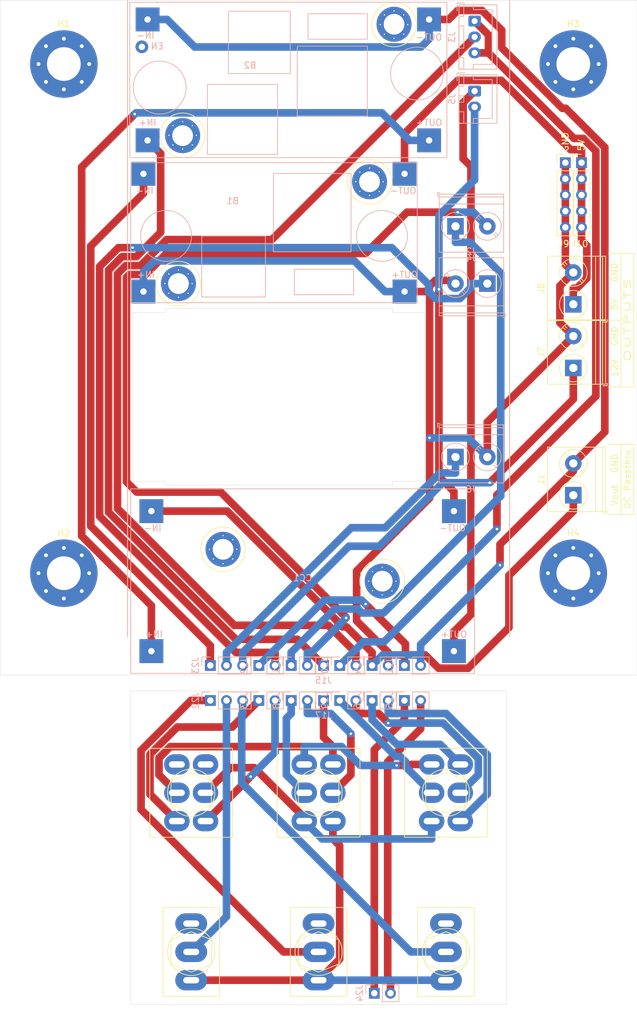
<source format=kicad_pcb>
(kicad_pcb (version 20171130) (host pcbnew 5.1.10)

  (general
    (thickness 1.6)
    (drawings 50)
    (tracks 312)
    (zones 0)
    (modules 38)
    (nets 35)
  )

  (page A4)
  (layers
    (0 F.Cu signal)
    (31 B.Cu signal)
    (32 B.Adhes user)
    (33 F.Adhes user)
    (34 B.Paste user)
    (35 F.Paste user)
    (36 B.SilkS user)
    (37 F.SilkS user)
    (38 B.Mask user)
    (39 F.Mask user)
    (40 Dwgs.User user)
    (41 Cmts.User user)
    (42 Eco1.User user)
    (43 Eco2.User user)
    (44 Edge.Cuts user)
    (45 Margin user)
    (46 B.CrtYd user)
    (47 F.CrtYd user)
    (48 B.Fab user)
    (49 F.Fab user)
  )

  (setup
    (last_trace_width 1.2)
    (trace_clearance 0.2)
    (zone_clearance 0.508)
    (zone_45_only no)
    (trace_min 0.2)
    (via_size 0.8)
    (via_drill 0.4)
    (via_min_size 0.4)
    (via_min_drill 0.3)
    (uvia_size 0.3)
    (uvia_drill 0.1)
    (uvias_allowed no)
    (uvia_min_size 0.2)
    (uvia_min_drill 0.1)
    (edge_width 0.05)
    (segment_width 0.2)
    (pcb_text_width 0.3)
    (pcb_text_size 1.5 1.5)
    (mod_edge_width 0.12)
    (mod_text_size 1 1)
    (mod_text_width 0.15)
    (pad_size 1.524 1.524)
    (pad_drill 0.762)
    (pad_to_mask_clearance 0)
    (aux_axis_origin 0 0)
    (grid_origin 27.5 26)
    (visible_elements FFFFFF7F)
    (pcbplotparams
      (layerselection 0x010fc_ffffffff)
      (usegerberextensions true)
      (usegerberattributes false)
      (usegerberadvancedattributes false)
      (creategerberjobfile false)
      (excludeedgelayer true)
      (linewidth 0.100000)
      (plotframeref false)
      (viasonmask false)
      (mode 1)
      (useauxorigin false)
      (hpglpennumber 1)
      (hpglpenspeed 20)
      (hpglpendiameter 15.000000)
      (psnegative false)
      (psa4output false)
      (plotreference true)
      (plotvalue false)
      (plotinvisibletext false)
      (padsonsilk false)
      (subtractmaskfromsilk true)
      (outputformat 1)
      (mirror false)
      (drillshape 0)
      (scaleselection 1)
      (outputdirectory "Gerber/Main/"))
  )

  (net 0 "")
  (net 1 GND1)
  (net 2 /Switches/DC_Switched_+)
  (net 3 GND2)
  (net 4 /Switches/Battery_5V_Switched_+)
  (net 5 /Switches/DC_+)
  (net 6 /Switches/Battery_+)
  (net 7 "Net-(B2-Pad3)")
  (net 8 /Switches/Battery_USB_Switched_+)
  (net 9 /Switches/Battery_Switched_+)
  (net 10 "Net-(B1-Pad4)")
  (net 11 "Net-(B2-Pad5)")
  (net 12 "Net-(CC1-Pad4)")
  (net 13 "Net-(CC1-Pad3)")
  (net 14 "Net-(J20-Pad2)")
  (net 15 "Net-(J20-Pad1)")
  (net 16 "Net-(J21-Pad2)")
  (net 17 "Net-(J21-Pad1)")
  (net 18 "Net-(J13-Pad2)")
  (net 19 "Net-(J13-Pad1)")
  (net 20 "Net-(J16-Pad2)")
  (net 21 "Net-(J16-Pad1)")
  (net 22 "Net-(J17-Pad1)")
  (net 23 "Net-(J18-Pad2)")
  (net 24 "Net-(J18-Pad1)")
  (net 25 "Net-(J19-Pad2)")
  (net 26 "Net-(J19-Pad1)")
  (net 27 "Net-(J22-Pad3)")
  (net 28 "Net-(J22-Pad2)")
  (net 29 "Net-(J22-Pad1)")
  (net 30 "Net-(J24-Pad2)")
  (net 31 "Net-(J24-Pad1)")
  (net 32 "Net-(SW1-Pad4)")
  (net 33 "Net-(SW1-Pad2)")
  (net 34 "Net-(SW2-Pad6)")

  (net_class Default "This is the default net class."
    (clearance 0.2)
    (trace_width 1.2)
    (via_dia 0.8)
    (via_drill 0.4)
    (uvia_dia 0.3)
    (uvia_drill 0.1)
    (add_net /Switches/Battery_+)
    (add_net /Switches/Battery_5V_Switched_+)
    (add_net /Switches/Battery_Switched_+)
    (add_net /Switches/Battery_USB_Switched_+)
    (add_net /Switches/DC_+)
    (add_net /Switches/DC_Switched_+)
    (add_net GND1)
    (add_net GND2)
    (add_net "Net-(B1-Pad4)")
    (add_net "Net-(B2-Pad3)")
    (add_net "Net-(B2-Pad5)")
    (add_net "Net-(CC1-Pad3)")
    (add_net "Net-(CC1-Pad4)")
    (add_net "Net-(J13-Pad1)")
    (add_net "Net-(J13-Pad2)")
    (add_net "Net-(J16-Pad1)")
    (add_net "Net-(J16-Pad2)")
    (add_net "Net-(J17-Pad1)")
    (add_net "Net-(J18-Pad1)")
    (add_net "Net-(J18-Pad2)")
    (add_net "Net-(J19-Pad1)")
    (add_net "Net-(J19-Pad2)")
    (add_net "Net-(J20-Pad1)")
    (add_net "Net-(J20-Pad2)")
    (add_net "Net-(J21-Pad1)")
    (add_net "Net-(J21-Pad2)")
    (add_net "Net-(J22-Pad1)")
    (add_net "Net-(J22-Pad2)")
    (add_net "Net-(J22-Pad3)")
    (add_net "Net-(J24-Pad1)")
    (add_net "Net-(J24-Pad2)")
    (add_net "Net-(SW1-Pad2)")
    (add_net "Net-(SW1-Pad4)")
    (add_net "Net-(SW2-Pad6)")
  )

  (module TerminalBlock_Phoenix:TerminalBlock_Phoenix_PT-1,5-2-5.0-H_1x02_P5.00mm_Horizontal (layer B.Cu) (tedit 5B294F69) (tstamp 60A20C2B)
    (at 89 87.75)
    (descr "Terminal Block Phoenix PT-1,5-2-5.0-H, 2 pins, pitch 5mm, size 10x9mm^2, drill diamater 1.3mm, pad diameter 2.6mm, see http://www.mouser.com/ds/2/324/ItemDetail_1935161-922578.pdf, script-generated using https://github.com/pointhi/kicad-footprint-generator/scripts/TerminalBlock_Phoenix")
    (tags "THT Terminal Block Phoenix PT-1,5-2-5.0-H pitch 5mm size 10x9mm^2 drill 1.3mm pad 2.6mm")
    (path /60A387FD)
    (fp_text reference J6 (at 2.5 5.06) (layer B.SilkS)
      (effects (font (size 1 1) (thickness 0.15)) (justify mirror))
    )
    (fp_text value Screw_Terminal_01x02 (at 2.5 -6.06) (layer B.Fab)
      (effects (font (size 1 1) (thickness 0.15)) (justify mirror))
    )
    (fp_circle (center 0 0) (end 2 0) (layer B.Fab) (width 0.1))
    (fp_circle (center 0 0) (end 2.18 0) (layer B.SilkS) (width 0.12))
    (fp_circle (center 5 0) (end 7 0) (layer B.Fab) (width 0.1))
    (fp_circle (center 5 0) (end 7.18 0) (layer B.SilkS) (width 0.12))
    (fp_line (start -2.5 4) (end 7.5 4) (layer B.Fab) (width 0.1))
    (fp_line (start 7.5 4) (end 7.5 -5) (layer B.Fab) (width 0.1))
    (fp_line (start 7.5 -5) (end -2.1 -5) (layer B.Fab) (width 0.1))
    (fp_line (start -2.1 -5) (end -2.5 -4.6) (layer B.Fab) (width 0.1))
    (fp_line (start -2.5 -4.6) (end -2.5 4) (layer B.Fab) (width 0.1))
    (fp_line (start -2.5 -4.6) (end 7.5 -4.6) (layer B.Fab) (width 0.1))
    (fp_line (start -2.56 -4.6) (end 7.56 -4.6) (layer B.SilkS) (width 0.12))
    (fp_line (start -2.5 -3.5) (end 7.5 -3.5) (layer B.Fab) (width 0.1))
    (fp_line (start -2.56 -3.5) (end 7.56 -3.5) (layer B.SilkS) (width 0.12))
    (fp_line (start -2.56 4.06) (end 7.56 4.06) (layer B.SilkS) (width 0.12))
    (fp_line (start -2.56 -5.06) (end 7.56 -5.06) (layer B.SilkS) (width 0.12))
    (fp_line (start -2.56 4.06) (end -2.56 -5.06) (layer B.SilkS) (width 0.12))
    (fp_line (start 7.56 4.06) (end 7.56 -5.06) (layer B.SilkS) (width 0.12))
    (fp_line (start 1.517 1.273) (end -1.273 -1.517) (layer B.Fab) (width 0.1))
    (fp_line (start 1.273 1.517) (end -1.517 -1.273) (layer B.Fab) (width 0.1))
    (fp_line (start 1.654 1.388) (end 1.547 1.281) (layer B.SilkS) (width 0.12))
    (fp_line (start -1.282 -1.547) (end -1.388 -1.654) (layer B.SilkS) (width 0.12))
    (fp_line (start 1.388 1.654) (end 1.281 1.547) (layer B.SilkS) (width 0.12))
    (fp_line (start -1.548 -1.281) (end -1.654 -1.388) (layer B.SilkS) (width 0.12))
    (fp_line (start 6.517 1.273) (end 3.728 -1.517) (layer B.Fab) (width 0.1))
    (fp_line (start 6.273 1.517) (end 3.484 -1.273) (layer B.Fab) (width 0.1))
    (fp_line (start 6.654 1.388) (end 6.259 0.992) (layer B.SilkS) (width 0.12))
    (fp_line (start 3.993 -1.274) (end 3.613 -1.654) (layer B.SilkS) (width 0.12))
    (fp_line (start 6.388 1.654) (end 6.008 1.274) (layer B.SilkS) (width 0.12))
    (fp_line (start 3.742 -0.992) (end 3.347 -1.388) (layer B.SilkS) (width 0.12))
    (fp_line (start -2.8 -4.66) (end -2.8 -5.3) (layer B.SilkS) (width 0.12))
    (fp_line (start -2.8 -5.3) (end -2.4 -5.3) (layer B.SilkS) (width 0.12))
    (fp_line (start -3 4.5) (end -3 -5.5) (layer B.CrtYd) (width 0.05))
    (fp_line (start -3 -5.5) (end 8 -5.5) (layer B.CrtYd) (width 0.05))
    (fp_line (start 8 -5.5) (end 8 4.5) (layer B.CrtYd) (width 0.05))
    (fp_line (start 8 4.5) (end -3 4.5) (layer B.CrtYd) (width 0.05))
    (fp_text user %R (at 2.5 -2.9) (layer B.Fab)
      (effects (font (size 1 1) (thickness 0.15)) (justify mirror))
    )
    (pad 2 thru_hole circle (at 5 0) (size 2.6 2.6) (drill 1.3) (layers *.Cu *.Mask)
      (net 3 GND2))
    (pad 1 thru_hole rect (at 0 0) (size 2.6 2.6) (drill 1.3) (layers *.Cu *.Mask)
      (net 8 /Switches/Battery_USB_Switched_+))
    (model ${KISYS3DMOD}/TerminalBlock_Phoenix.3dshapes/TerminalBlock_Phoenix_PT-1,5-2-5.0-H_1x02_P5.00mm_Horizontal.wrl
      (at (xyz 0 0 0))
      (scale (xyz 1 1 1))
      (rotate (xyz 0 0 0))
    )
  )

  (module Custom:DPDT (layer F.Cu) (tedit 60A00736) (tstamp 60A1E932)
    (at 87.5 140.5 270)
    (descr "SW Toggle")
    (tags "SW Toggle")
    (path /609B92A7/60C319BF)
    (fp_text reference SW6 (at 0.124031 -8.249895 90) (layer F.SilkS) hide
      (effects (font (size 1 1) (thickness 0.15)))
    )
    (fp_text value SW_DPDT_x2 (at 0 -6.35 90) (layer F.Fab)
      (effects (font (size 1 1) (thickness 0.15)))
    )
    (fp_line (start -3.175 0) (end -1.905 -3.175) (layer F.SilkS) (width 0.12))
    (fp_line (start -7 -6.5) (end 6.97 -6.5) (layer F.SilkS) (width 0.12))
    (fp_line (start -6.5 -6) (end 6.5 -6) (layer F.CrtYd) (width 0.05))
    (fp_line (start -7 6.5) (end -7 -6.5) (layer F.SilkS) (width 0.12))
    (fp_line (start -1.905 3.175) (end -3.175 0) (layer F.SilkS) (width 0.12))
    (fp_line (start 1.905 -3.175) (end 3.175 0) (layer F.SilkS) (width 0.12))
    (fp_line (start 3.175 0) (end 1.905 3.175) (layer F.SilkS) (width 0.12))
    (fp_line (start 6.5 6) (end -6.5 6) (layer F.CrtYd) (width 0.05))
    (fp_line (start 1.905 3.175) (end -1.905 3.175) (layer F.SilkS) (width 0.12))
    (fp_circle (center 0 0) (end 1.905 3.175) (layer F.SilkS) (width 0.12))
    (fp_line (start 6.5 -6) (end 6.5 6) (layer F.CrtYd) (width 0.05))
    (fp_line (start 6.985 6.5) (end -6.985 6.5) (layer F.SilkS) (width 0.12))
    (fp_line (start 6.97 -6.5) (end 7 6.5) (layer F.SilkS) (width 0.12))
    (fp_line (start -1.905 -3.175) (end 1.905 -3.175) (layer F.SilkS) (width 0.12))
    (fp_line (start -6.5 6) (end -6.5 -6) (layer F.CrtYd) (width 0.05))
    (pad 6 thru_hole oval (at 4.45 -2.25 90) (size 3.2 4) (drill oval 1 2.5) (layers *.Cu *.Mask)
      (net 20 "Net-(J16-Pad2)"))
    (pad 5 thru_hole oval (at 0 -2.25 90) (size 3.2 4) (drill oval 1 2.5) (layers *.Cu *.Mask)
      (net 25 "Net-(J19-Pad2)"))
    (pad 4 thru_hole oval (at -4.45 -2.25 90) (size 3.2 4) (drill oval 1 2.5) (layers *.Cu *.Mask)
      (net 21 "Net-(J16-Pad1)"))
    (pad 2 thru_hole oval (at 0 2.25 270) (size 3.2 4) (drill oval 1 2.5) (layers *.Cu *.Mask)
      (net 26 "Net-(J19-Pad1)"))
    (pad 1 thru_hole oval (at -4.45 2.25 270) (size 3.2 4) (drill oval 1 2.5) (layers *.Cu *.Mask)
      (net 32 "Net-(SW1-Pad4)"))
    (pad 3 thru_hole oval (at 4.45 2.25 270) (size 3.2 4) (drill oval 1 2.5) (layers *.Cu *.Mask)
      (net 33 "Net-(SW1-Pad2)"))
    (model ${KIPRJMOD}/footprints/Custom.pretty/DPDT.step
      (at (xyz 0 0 0))
      (scale (xyz 1 1 1))
      (rotate (xyz 0 0 90))
    )
  )

  (module Custom:SPDT (layer F.Cu) (tedit 60A17943) (tstamp 60A1E919)
    (at 87.5 165.5 90)
    (descr "SW Toggle")
    (tags "SW Toggle")
    (path /609B92A7/60BCFFFB)
    (fp_text reference SW5 (at 0.124031 -8.249895 90) (layer F.SilkS) hide
      (effects (font (size 1 1) (thickness 0.15)))
    )
    (fp_text value SW_SPST (at 0 -6.35 90) (layer F.Fab)
      (effects (font (size 1 1) (thickness 0.15)))
    )
    (fp_circle (center 0 0) (end 1.905 3.175) (layer F.SilkS) (width 0.12))
    (fp_line (start -3.175 0) (end -1.905 -3.175) (layer F.SilkS) (width 0.12))
    (fp_line (start -1.905 3.175) (end -3.175 0) (layer F.SilkS) (width 0.12))
    (fp_line (start 1.905 3.175) (end -1.905 3.175) (layer F.SilkS) (width 0.12))
    (fp_line (start 3.175 0) (end 1.905 3.175) (layer F.SilkS) (width 0.12))
    (fp_line (start 1.905 -3.175) (end 3.175 0) (layer F.SilkS) (width 0.12))
    (fp_line (start -1.905 -3.175) (end 1.905 -3.175) (layer F.SilkS) (width 0.12))
    (fp_line (start -6.985 4.445) (end -6.985 -4.445) (layer F.SilkS) (width 0.12))
    (fp_line (start 6.985 4.445) (end -6.985 4.445) (layer F.SilkS) (width 0.12))
    (fp_line (start 6.985 -4.445) (end 6.985 4.445) (layer F.SilkS) (width 0.12))
    (fp_line (start -6.985 -4.445) (end 6.985 -4.445) (layer F.SilkS) (width 0.12))
    (fp_line (start -6.5 4) (end -6.5 -4) (layer F.CrtYd) (width 0.05))
    (fp_line (start 6.5 4) (end -6.5 4) (layer F.CrtYd) (width 0.05))
    (fp_line (start 6.5 -4) (end 6.5 4) (layer F.CrtYd) (width 0.05))
    (fp_line (start -6.5 -4) (end 6.5 -4) (layer F.CrtYd) (width 0.05))
    (pad 1 thru_hole oval (at -4.45 0 90) (size 3.2 5) (drill oval 1 2.5) (layers *.Cu *.Mask)
      (net 34 "Net-(SW2-Pad6)"))
    (pad 2 thru_hole oval (at 0 0 90) (size 3.2 5) (drill oval 1 2.5) (layers *.Cu *.Mask)
      (net 27 "Net-(J22-Pad3)"))
    (pad 3 thru_hole oval (at 4.45 0 90) (size 3.2 5) (drill oval 1 2.5) (layers *.Cu *.Mask))
    (model ${KIPRJMOD}/footprints/Custom.pretty/SPDT.step
      (offset (xyz 0 0 10.25))
      (scale (xyz 1 1 1))
      (rotate (xyz 90 0 90))
    )
  )

  (module Custom:SPDT (layer F.Cu) (tedit 60A17943) (tstamp 60A1E903)
    (at 47.5 165.5 90)
    (descr "SW Toggle")
    (tags "SW Toggle")
    (path /609B92A7/60BCFD9B)
    (fp_text reference SW4 (at 0.124031 -8.249895 90) (layer F.SilkS) hide
      (effects (font (size 1 1) (thickness 0.15)))
    )
    (fp_text value SW_SPST (at 0 -6.35 90) (layer F.Fab)
      (effects (font (size 1 1) (thickness 0.15)))
    )
    (fp_circle (center 0 0) (end 1.905 3.175) (layer F.SilkS) (width 0.12))
    (fp_line (start -3.175 0) (end -1.905 -3.175) (layer F.SilkS) (width 0.12))
    (fp_line (start -1.905 3.175) (end -3.175 0) (layer F.SilkS) (width 0.12))
    (fp_line (start 1.905 3.175) (end -1.905 3.175) (layer F.SilkS) (width 0.12))
    (fp_line (start 3.175 0) (end 1.905 3.175) (layer F.SilkS) (width 0.12))
    (fp_line (start 1.905 -3.175) (end 3.175 0) (layer F.SilkS) (width 0.12))
    (fp_line (start -1.905 -3.175) (end 1.905 -3.175) (layer F.SilkS) (width 0.12))
    (fp_line (start -6.985 4.445) (end -6.985 -4.445) (layer F.SilkS) (width 0.12))
    (fp_line (start 6.985 4.445) (end -6.985 4.445) (layer F.SilkS) (width 0.12))
    (fp_line (start 6.985 -4.445) (end 6.985 4.445) (layer F.SilkS) (width 0.12))
    (fp_line (start -6.985 -4.445) (end 6.985 -4.445) (layer F.SilkS) (width 0.12))
    (fp_line (start -6.5 4) (end -6.5 -4) (layer F.CrtYd) (width 0.05))
    (fp_line (start 6.5 4) (end -6.5 4) (layer F.CrtYd) (width 0.05))
    (fp_line (start 6.5 -4) (end 6.5 4) (layer F.CrtYd) (width 0.05))
    (fp_line (start -6.5 -4) (end 6.5 -4) (layer F.CrtYd) (width 0.05))
    (pad 1 thru_hole oval (at -4.45 0 90) (size 3.2 5) (drill oval 1 2.5) (layers *.Cu *.Mask)
      (net 34 "Net-(SW2-Pad6)"))
    (pad 2 thru_hole oval (at 0 0 90) (size 3.2 5) (drill oval 1 2.5) (layers *.Cu *.Mask)
      (net 28 "Net-(J22-Pad2)"))
    (pad 3 thru_hole oval (at 4.45 0 90) (size 3.2 5) (drill oval 1 2.5) (layers *.Cu *.Mask))
    (model ${KIPRJMOD}/footprints/Custom.pretty/SPDT.step
      (offset (xyz 0 0 10.25))
      (scale (xyz 1 1 1))
      (rotate (xyz 90 0 90))
    )
  )

  (module Custom:SPDT (layer F.Cu) (tedit 60A17943) (tstamp 60A1E8ED)
    (at 67.5 165.5 90)
    (descr "SW Toggle")
    (tags "SW Toggle")
    (path /609B92A7/60BCE75E)
    (fp_text reference SW3 (at 0.124031 -8.249895 90) (layer F.SilkS) hide
      (effects (font (size 1 1) (thickness 0.15)))
    )
    (fp_text value SW_SPST (at 0 -6.35 90) (layer F.Fab)
      (effects (font (size 1 1) (thickness 0.15)))
    )
    (fp_circle (center 0 0) (end 1.905 3.175) (layer F.SilkS) (width 0.12))
    (fp_line (start -3.175 0) (end -1.905 -3.175) (layer F.SilkS) (width 0.12))
    (fp_line (start -1.905 3.175) (end -3.175 0) (layer F.SilkS) (width 0.12))
    (fp_line (start 1.905 3.175) (end -1.905 3.175) (layer F.SilkS) (width 0.12))
    (fp_line (start 3.175 0) (end 1.905 3.175) (layer F.SilkS) (width 0.12))
    (fp_line (start 1.905 -3.175) (end 3.175 0) (layer F.SilkS) (width 0.12))
    (fp_line (start -1.905 -3.175) (end 1.905 -3.175) (layer F.SilkS) (width 0.12))
    (fp_line (start -6.985 4.445) (end -6.985 -4.445) (layer F.SilkS) (width 0.12))
    (fp_line (start 6.985 4.445) (end -6.985 4.445) (layer F.SilkS) (width 0.12))
    (fp_line (start 6.985 -4.445) (end 6.985 4.445) (layer F.SilkS) (width 0.12))
    (fp_line (start -6.985 -4.445) (end 6.985 -4.445) (layer F.SilkS) (width 0.12))
    (fp_line (start -6.5 4) (end -6.5 -4) (layer F.CrtYd) (width 0.05))
    (fp_line (start 6.5 4) (end -6.5 4) (layer F.CrtYd) (width 0.05))
    (fp_line (start 6.5 -4) (end 6.5 4) (layer F.CrtYd) (width 0.05))
    (fp_line (start -6.5 -4) (end 6.5 -4) (layer F.CrtYd) (width 0.05))
    (pad 1 thru_hole oval (at -4.45 0 90) (size 3.2 5) (drill oval 1 2.5) (layers *.Cu *.Mask)
      (net 34 "Net-(SW2-Pad6)"))
    (pad 2 thru_hole oval (at 0 0 90) (size 3.2 5) (drill oval 1 2.5) (layers *.Cu *.Mask)
      (net 29 "Net-(J22-Pad1)"))
    (pad 3 thru_hole oval (at 4.45 0 90) (size 3.2 5) (drill oval 1 2.5) (layers *.Cu *.Mask))
    (model ${KIPRJMOD}/footprints/Custom.pretty/SPDT.step
      (offset (xyz 0 0 10.25))
      (scale (xyz 1 1 1))
      (rotate (xyz 90 0 90))
    )
  )

  (module Custom:DPDT (layer F.Cu) (tedit 60A00736) (tstamp 60A1E8D7)
    (at 67.5 140.5 270)
    (descr "SW Toggle")
    (tags "SW Toggle")
    (path /609B92A7/609CD529)
    (fp_text reference SW2 (at 0.124031 -8.249895 90) (layer F.SilkS) hide
      (effects (font (size 1 1) (thickness 0.15)))
    )
    (fp_text value SW_DPDT_x2 (at 0 -6.35 90) (layer F.Fab)
      (effects (font (size 1 1) (thickness 0.15)))
    )
    (fp_line (start -3.175 0) (end -1.905 -3.175) (layer F.SilkS) (width 0.12))
    (fp_line (start -7 -6.5) (end 6.97 -6.5) (layer F.SilkS) (width 0.12))
    (fp_line (start -6.5 -6) (end 6.5 -6) (layer F.CrtYd) (width 0.05))
    (fp_line (start -7 6.5) (end -7 -6.5) (layer F.SilkS) (width 0.12))
    (fp_line (start -1.905 3.175) (end -3.175 0) (layer F.SilkS) (width 0.12))
    (fp_line (start 1.905 -3.175) (end 3.175 0) (layer F.SilkS) (width 0.12))
    (fp_line (start 3.175 0) (end 1.905 3.175) (layer F.SilkS) (width 0.12))
    (fp_line (start 6.5 6) (end -6.5 6) (layer F.CrtYd) (width 0.05))
    (fp_line (start 1.905 3.175) (end -1.905 3.175) (layer F.SilkS) (width 0.12))
    (fp_circle (center 0 0) (end 1.905 3.175) (layer F.SilkS) (width 0.12))
    (fp_line (start 6.5 -6) (end 6.5 6) (layer F.CrtYd) (width 0.05))
    (fp_line (start 6.985 6.5) (end -6.985 6.5) (layer F.SilkS) (width 0.12))
    (fp_line (start 6.97 -6.5) (end 7 6.5) (layer F.SilkS) (width 0.12))
    (fp_line (start -1.905 -3.175) (end 1.905 -3.175) (layer F.SilkS) (width 0.12))
    (fp_line (start -6.5 6) (end -6.5 -6) (layer F.CrtYd) (width 0.05))
    (pad 6 thru_hole oval (at 4.45 -2.25 90) (size 3.2 4) (drill oval 1 2.5) (layers *.Cu *.Mask)
      (net 34 "Net-(SW2-Pad6)"))
    (pad 5 thru_hole oval (at 0 -2.25 90) (size 3.2 4) (drill oval 1 2.5) (layers *.Cu *.Mask)
      (net 23 "Net-(J18-Pad2)"))
    (pad 4 thru_hole oval (at -4.45 -2.25 90) (size 3.2 4) (drill oval 1 2.5) (layers *.Cu *.Mask)
      (net 22 "Net-(J17-Pad1)"))
    (pad 2 thru_hole oval (at 0 2.25 270) (size 3.2 4) (drill oval 1 2.5) (layers *.Cu *.Mask)
      (net 24 "Net-(J18-Pad1)"))
    (pad 1 thru_hole oval (at -4.45 2.25 270) (size 3.2 4) (drill oval 1 2.5) (layers *.Cu *.Mask)
      (net 32 "Net-(SW1-Pad4)"))
    (pad 3 thru_hole oval (at 4.45 2.25 270) (size 3.2 4) (drill oval 1 2.5) (layers *.Cu *.Mask)
      (net 33 "Net-(SW1-Pad2)"))
    (model ${KIPRJMOD}/footprints/Custom.pretty/DPDT.step
      (at (xyz 0 0 0))
      (scale (xyz 1 1 1))
      (rotate (xyz 0 0 90))
    )
  )

  (module Custom:DPDT_OnOff (layer F.Cu) (tedit 60A1755C) (tstamp 60A1E8BE)
    (at 47.5 140.5 90)
    (descr "SW Toggle")
    (tags "SW Toggle")
    (path /609B92A7/609FA872)
    (fp_text reference SW1 (at 0.124031 -8.249895 90) (layer F.SilkS) hide
      (effects (font (size 1 1) (thickness 0.15)))
    )
    (fp_text value SW_DPST (at 0 -6.35 90) (layer F.Fab)
      (effects (font (size 1 1) (thickness 0.15)))
    )
    (fp_line (start -3.175 0) (end -1.905 -3.175) (layer F.SilkS) (width 0.12))
    (fp_line (start -7 -6.5) (end 6.97 -6.5) (layer F.SilkS) (width 0.12))
    (fp_line (start -6.5 -6) (end 6.5 -6) (layer F.CrtYd) (width 0.05))
    (fp_line (start -7 6.5) (end -7 -6.5) (layer F.SilkS) (width 0.12))
    (fp_line (start -1.905 3.175) (end -3.175 0) (layer F.SilkS) (width 0.12))
    (fp_line (start 1.905 -3.175) (end 3.175 0) (layer F.SilkS) (width 0.12))
    (fp_line (start 3.175 0) (end 1.905 3.175) (layer F.SilkS) (width 0.12))
    (fp_line (start 6.5 6) (end -6.5 6) (layer F.CrtYd) (width 0.05))
    (fp_line (start 1.905 3.175) (end -1.905 3.175) (layer F.SilkS) (width 0.12))
    (fp_circle (center 0 0) (end 1.905 3.175) (layer F.SilkS) (width 0.12))
    (fp_line (start 6.5 -6) (end 6.5 6) (layer F.CrtYd) (width 0.05))
    (fp_line (start 6.985 6.5) (end -6.985 6.5) (layer F.SilkS) (width 0.12))
    (fp_line (start 6.97 -6.5) (end 7 6.5) (layer F.SilkS) (width 0.12))
    (fp_line (start -1.905 -3.175) (end 1.905 -3.175) (layer F.SilkS) (width 0.12))
    (fp_line (start -6.5 6) (end -6.5 -6) (layer F.CrtYd) (width 0.05))
    (pad "" thru_hole oval (at 4.45 -2.25 270) (size 3.2 4) (drill oval 1 2.5) (layers *.Cu *.Mask))
    (pad 4 thru_hole oval (at 0 -2.25 270) (size 3.2 4) (drill oval 1 2.5) (layers *.Cu *.Mask)
      (net 32 "Net-(SW1-Pad4)"))
    (pad 3 thru_hole oval (at -4.45 -2.25 270) (size 3.2 4) (drill oval 1 2.5) (layers *.Cu *.Mask)
      (net 19 "Net-(J13-Pad1)"))
    (pad 2 thru_hole oval (at 0 2.25 90) (size 3.2 4) (drill oval 1 2.5) (layers *.Cu *.Mask)
      (net 33 "Net-(SW1-Pad2)"))
    (pad 1 thru_hole oval (at -4.45 2.25 90) (size 3.2 4) (drill oval 1 2.5) (layers *.Cu *.Mask)
      (net 18 "Net-(J13-Pad2)"))
    (pad "" thru_hole oval (at 4.45 2.25 90) (size 3.2 4) (drill oval 1 2.5) (layers *.Cu *.Mask))
    (model ${KIPRJMOD}/footprints/Custom.pretty/DPDT.step
      (at (xyz 0 0 0))
      (scale (xyz 1 1 1))
      (rotate (xyz 0 0 90))
    )
  )

  (module Connector_PinHeader_2.54mm:PinHeader_1x02_P2.54mm_Vertical (layer B.Cu) (tedit 59FED5CC) (tstamp 60A1E8A5)
    (at 80.98 126 270)
    (descr "Through hole straight pin header, 1x02, 2.54mm pitch, single row")
    (tags "Through hole pin header THT 1x02 2.54mm single row")
    (path /60B47407)
    (fp_text reference J25 (at 0 2.33 270) (layer B.SilkS)
      (effects (font (size 1 1) (thickness 0.15)) (justify mirror))
    )
    (fp_text value Conn_01x02 (at 0 -4.87 270) (layer B.Fab)
      (effects (font (size 1 1) (thickness 0.15)) (justify mirror))
    )
    (fp_line (start -0.635 1.27) (end 1.27 1.27) (layer B.Fab) (width 0.1))
    (fp_line (start 1.27 1.27) (end 1.27 -3.81) (layer B.Fab) (width 0.1))
    (fp_line (start 1.27 -3.81) (end -1.27 -3.81) (layer B.Fab) (width 0.1))
    (fp_line (start -1.27 -3.81) (end -1.27 0.635) (layer B.Fab) (width 0.1))
    (fp_line (start -1.27 0.635) (end -0.635 1.27) (layer B.Fab) (width 0.1))
    (fp_line (start -1.33 -3.87) (end 1.33 -3.87) (layer B.SilkS) (width 0.12))
    (fp_line (start -1.33 -1.27) (end -1.33 -3.87) (layer B.SilkS) (width 0.12))
    (fp_line (start 1.33 -1.27) (end 1.33 -3.87) (layer B.SilkS) (width 0.12))
    (fp_line (start -1.33 -1.27) (end 1.33 -1.27) (layer B.SilkS) (width 0.12))
    (fp_line (start -1.33 0) (end -1.33 1.33) (layer B.SilkS) (width 0.12))
    (fp_line (start -1.33 1.33) (end 0 1.33) (layer B.SilkS) (width 0.12))
    (fp_line (start -1.8 1.8) (end -1.8 -4.35) (layer B.CrtYd) (width 0.05))
    (fp_line (start -1.8 -4.35) (end 1.8 -4.35) (layer B.CrtYd) (width 0.05))
    (fp_line (start 1.8 -4.35) (end 1.8 1.8) (layer B.CrtYd) (width 0.05))
    (fp_line (start 1.8 1.8) (end -1.8 1.8) (layer B.CrtYd) (width 0.05))
    (fp_text user %R (at 0 -1.27) (layer B.Fab)
      (effects (font (size 1 1) (thickness 0.15)) (justify mirror))
    )
    (pad 2 thru_hole oval (at 0 -2.54 270) (size 1.7 1.7) (drill 1) (layers *.Cu *.Mask)
      (net 30 "Net-(J24-Pad2)"))
    (pad 1 thru_hole rect (at 0 0 270) (size 1.7 1.7) (drill 1) (layers *.Cu *.Mask)
      (net 31 "Net-(J24-Pad1)"))
    (model ${KISYS3DMOD}/Connector_PinHeader_2.54mm.3dshapes/PinHeader_1x02_P2.54mm_Vertical.wrl
      (at (xyz 0 0 0))
      (scale (xyz 1 1 1))
      (rotate (xyz 0 0 0))
    )
  )

  (module Connector_PinHeader_2.54mm:PinHeader_1x02_P2.54mm_Vertical (layer B.Cu) (tedit 59FED5CC) (tstamp 60A1E88F)
    (at 76.25 172 270)
    (descr "Through hole straight pin header, 1x02, 2.54mm pitch, single row")
    (tags "Through hole pin header THT 1x02 2.54mm single row")
    (path /60B49674)
    (fp_text reference J24 (at 0 2.33 270) (layer B.SilkS)
      (effects (font (size 1 1) (thickness 0.15)) (justify mirror))
    )
    (fp_text value Conn_01x02 (at 0 -4.87 270) (layer B.Fab)
      (effects (font (size 1 1) (thickness 0.15)) (justify mirror))
    )
    (fp_line (start -0.635 1.27) (end 1.27 1.27) (layer B.Fab) (width 0.1))
    (fp_line (start 1.27 1.27) (end 1.27 -3.81) (layer B.Fab) (width 0.1))
    (fp_line (start 1.27 -3.81) (end -1.27 -3.81) (layer B.Fab) (width 0.1))
    (fp_line (start -1.27 -3.81) (end -1.27 0.635) (layer B.Fab) (width 0.1))
    (fp_line (start -1.27 0.635) (end -0.635 1.27) (layer B.Fab) (width 0.1))
    (fp_line (start -1.33 -3.87) (end 1.33 -3.87) (layer B.SilkS) (width 0.12))
    (fp_line (start -1.33 -1.27) (end -1.33 -3.87) (layer B.SilkS) (width 0.12))
    (fp_line (start 1.33 -1.27) (end 1.33 -3.87) (layer B.SilkS) (width 0.12))
    (fp_line (start -1.33 -1.27) (end 1.33 -1.27) (layer B.SilkS) (width 0.12))
    (fp_line (start -1.33 0) (end -1.33 1.33) (layer B.SilkS) (width 0.12))
    (fp_line (start -1.33 1.33) (end 0 1.33) (layer B.SilkS) (width 0.12))
    (fp_line (start -1.8 1.8) (end -1.8 -4.35) (layer B.CrtYd) (width 0.05))
    (fp_line (start -1.8 -4.35) (end 1.8 -4.35) (layer B.CrtYd) (width 0.05))
    (fp_line (start 1.8 -4.35) (end 1.8 1.8) (layer B.CrtYd) (width 0.05))
    (fp_line (start 1.8 1.8) (end -1.8 1.8) (layer B.CrtYd) (width 0.05))
    (fp_text user %R (at 0 -1.27) (layer B.Fab)
      (effects (font (size 1 1) (thickness 0.15)) (justify mirror))
    )
    (pad 2 thru_hole oval (at 0 -2.54 270) (size 1.7 1.7) (drill 1) (layers *.Cu *.Mask)
      (net 30 "Net-(J24-Pad2)"))
    (pad 1 thru_hole rect (at 0 0 270) (size 1.7 1.7) (drill 1) (layers *.Cu *.Mask)
      (net 31 "Net-(J24-Pad1)"))
    (model ${KISYS3DMOD}/Connector_PinHeader_2.54mm.3dshapes/PinHeader_1x02_P2.54mm_Vertical.wrl
      (at (xyz 0 0 0))
      (scale (xyz 1 1 1))
      (rotate (xyz 0 0 0))
    )
  )

  (module Connector_PinHeader_2.54mm:PinHeader_1x03_P2.54mm_Vertical (layer B.Cu) (tedit 59FED5CC) (tstamp 60A1E84D)
    (at 50.5 126 270)
    (descr "Through hole straight pin header, 1x03, 2.54mm pitch, single row")
    (tags "Through hole pin header THT 1x03 2.54mm single row")
    (path /609B92A7/60AAC534)
    (fp_text reference J22 (at 0 2.33 270) (layer B.SilkS)
      (effects (font (size 1 1) (thickness 0.15)) (justify mirror))
    )
    (fp_text value Conn_01x03 (at 0 -7.41 270) (layer B.Fab)
      (effects (font (size 1 1) (thickness 0.15)) (justify mirror))
    )
    (fp_line (start -0.635 1.27) (end 1.27 1.27) (layer B.Fab) (width 0.1))
    (fp_line (start 1.27 1.27) (end 1.27 -6.35) (layer B.Fab) (width 0.1))
    (fp_line (start 1.27 -6.35) (end -1.27 -6.35) (layer B.Fab) (width 0.1))
    (fp_line (start -1.27 -6.35) (end -1.27 0.635) (layer B.Fab) (width 0.1))
    (fp_line (start -1.27 0.635) (end -0.635 1.27) (layer B.Fab) (width 0.1))
    (fp_line (start -1.33 -6.41) (end 1.33 -6.41) (layer B.SilkS) (width 0.12))
    (fp_line (start -1.33 -1.27) (end -1.33 -6.41) (layer B.SilkS) (width 0.12))
    (fp_line (start 1.33 -1.27) (end 1.33 -6.41) (layer B.SilkS) (width 0.12))
    (fp_line (start -1.33 -1.27) (end 1.33 -1.27) (layer B.SilkS) (width 0.12))
    (fp_line (start -1.33 0) (end -1.33 1.33) (layer B.SilkS) (width 0.12))
    (fp_line (start -1.33 1.33) (end 0 1.33) (layer B.SilkS) (width 0.12))
    (fp_line (start -1.8 1.8) (end -1.8 -6.85) (layer B.CrtYd) (width 0.05))
    (fp_line (start -1.8 -6.85) (end 1.8 -6.85) (layer B.CrtYd) (width 0.05))
    (fp_line (start 1.8 -6.85) (end 1.8 1.8) (layer B.CrtYd) (width 0.05))
    (fp_line (start 1.8 1.8) (end -1.8 1.8) (layer B.CrtYd) (width 0.05))
    (fp_text user %R (at 0 -2.54) (layer B.Fab)
      (effects (font (size 1 1) (thickness 0.15)) (justify mirror))
    )
    (pad 3 thru_hole oval (at 0 -5.08 270) (size 1.7 1.7) (drill 1) (layers *.Cu *.Mask)
      (net 27 "Net-(J22-Pad3)"))
    (pad 2 thru_hole oval (at 0 -2.54 270) (size 1.7 1.7) (drill 1) (layers *.Cu *.Mask)
      (net 28 "Net-(J22-Pad2)"))
    (pad 1 thru_hole rect (at 0 0 270) (size 1.7 1.7) (drill 1) (layers *.Cu *.Mask)
      (net 29 "Net-(J22-Pad1)"))
    (model ${KISYS3DMOD}/Connector_PinHeader_2.54mm.3dshapes/PinHeader_1x03_P2.54mm_Vertical.wrl
      (at (xyz 0 0 0))
      (scale (xyz 1 1 1))
      (rotate (xyz 0 0 0))
    )
  )

  (module Connector_PinHeader_2.54mm:PinHeader_1x02_P2.54mm_Vertical (layer B.Cu) (tedit 59FED5CC) (tstamp 60A1E7E2)
    (at 70.82 126 270)
    (descr "Through hole straight pin header, 1x02, 2.54mm pitch, single row")
    (tags "Through hole pin header THT 1x02 2.54mm single row")
    (path /609B92A7/60A72900)
    (fp_text reference J19 (at 0 2.33 270) (layer B.SilkS)
      (effects (font (size 1 1) (thickness 0.15)) (justify mirror))
    )
    (fp_text value Conn_01x02 (at 0 -4.87 270) (layer B.Fab)
      (effects (font (size 1 1) (thickness 0.15)) (justify mirror))
    )
    (fp_line (start -0.635 1.27) (end 1.27 1.27) (layer B.Fab) (width 0.1))
    (fp_line (start 1.27 1.27) (end 1.27 -3.81) (layer B.Fab) (width 0.1))
    (fp_line (start 1.27 -3.81) (end -1.27 -3.81) (layer B.Fab) (width 0.1))
    (fp_line (start -1.27 -3.81) (end -1.27 0.635) (layer B.Fab) (width 0.1))
    (fp_line (start -1.27 0.635) (end -0.635 1.27) (layer B.Fab) (width 0.1))
    (fp_line (start -1.33 -3.87) (end 1.33 -3.87) (layer B.SilkS) (width 0.12))
    (fp_line (start -1.33 -1.27) (end -1.33 -3.87) (layer B.SilkS) (width 0.12))
    (fp_line (start 1.33 -1.27) (end 1.33 -3.87) (layer B.SilkS) (width 0.12))
    (fp_line (start -1.33 -1.27) (end 1.33 -1.27) (layer B.SilkS) (width 0.12))
    (fp_line (start -1.33 0) (end -1.33 1.33) (layer B.SilkS) (width 0.12))
    (fp_line (start -1.33 1.33) (end 0 1.33) (layer B.SilkS) (width 0.12))
    (fp_line (start -1.8 1.8) (end -1.8 -4.35) (layer B.CrtYd) (width 0.05))
    (fp_line (start -1.8 -4.35) (end 1.8 -4.35) (layer B.CrtYd) (width 0.05))
    (fp_line (start 1.8 -4.35) (end 1.8 1.8) (layer B.CrtYd) (width 0.05))
    (fp_line (start 1.8 1.8) (end -1.8 1.8) (layer B.CrtYd) (width 0.05))
    (fp_text user %R (at 0 -1.27) (layer B.Fab)
      (effects (font (size 1 1) (thickness 0.15)) (justify mirror))
    )
    (pad 2 thru_hole oval (at 0 -2.54 270) (size 1.7 1.7) (drill 1) (layers *.Cu *.Mask)
      (net 25 "Net-(J19-Pad2)"))
    (pad 1 thru_hole rect (at 0 0 270) (size 1.7 1.7) (drill 1) (layers *.Cu *.Mask)
      (net 26 "Net-(J19-Pad1)"))
    (model ${KISYS3DMOD}/Connector_PinHeader_2.54mm.3dshapes/PinHeader_1x02_P2.54mm_Vertical.wrl
      (at (xyz 0 0 0))
      (scale (xyz 1 1 1))
      (rotate (xyz 0 0 0))
    )
  )

  (module Connector_PinHeader_2.54mm:PinHeader_1x02_P2.54mm_Vertical (layer B.Cu) (tedit 59FED5CC) (tstamp 60A1E7CC)
    (at 63.2 126 270)
    (descr "Through hole straight pin header, 1x02, 2.54mm pitch, single row")
    (tags "Through hole pin header THT 1x02 2.54mm single row")
    (path /609B92A7/60AA645B)
    (fp_text reference J18 (at 0 2.33 270) (layer B.SilkS)
      (effects (font (size 1 1) (thickness 0.15)) (justify mirror))
    )
    (fp_text value Conn_01x02 (at 0 -4.87 270) (layer B.Fab)
      (effects (font (size 1 1) (thickness 0.15)) (justify mirror))
    )
    (fp_line (start -0.635 1.27) (end 1.27 1.27) (layer B.Fab) (width 0.1))
    (fp_line (start 1.27 1.27) (end 1.27 -3.81) (layer B.Fab) (width 0.1))
    (fp_line (start 1.27 -3.81) (end -1.27 -3.81) (layer B.Fab) (width 0.1))
    (fp_line (start -1.27 -3.81) (end -1.27 0.635) (layer B.Fab) (width 0.1))
    (fp_line (start -1.27 0.635) (end -0.635 1.27) (layer B.Fab) (width 0.1))
    (fp_line (start -1.33 -3.87) (end 1.33 -3.87) (layer B.SilkS) (width 0.12))
    (fp_line (start -1.33 -1.27) (end -1.33 -3.87) (layer B.SilkS) (width 0.12))
    (fp_line (start 1.33 -1.27) (end 1.33 -3.87) (layer B.SilkS) (width 0.12))
    (fp_line (start -1.33 -1.27) (end 1.33 -1.27) (layer B.SilkS) (width 0.12))
    (fp_line (start -1.33 0) (end -1.33 1.33) (layer B.SilkS) (width 0.12))
    (fp_line (start -1.33 1.33) (end 0 1.33) (layer B.SilkS) (width 0.12))
    (fp_line (start -1.8 1.8) (end -1.8 -4.35) (layer B.CrtYd) (width 0.05))
    (fp_line (start -1.8 -4.35) (end 1.8 -4.35) (layer B.CrtYd) (width 0.05))
    (fp_line (start 1.8 -4.35) (end 1.8 1.8) (layer B.CrtYd) (width 0.05))
    (fp_line (start 1.8 1.8) (end -1.8 1.8) (layer B.CrtYd) (width 0.05))
    (fp_text user %R (at 0 -1.27) (layer B.Fab)
      (effects (font (size 1 1) (thickness 0.15)) (justify mirror))
    )
    (pad 2 thru_hole oval (at 0 -2.54 270) (size 1.7 1.7) (drill 1) (layers *.Cu *.Mask)
      (net 23 "Net-(J18-Pad2)"))
    (pad 1 thru_hole rect (at 0 0 270) (size 1.7 1.7) (drill 1) (layers *.Cu *.Mask)
      (net 24 "Net-(J18-Pad1)"))
    (model ${KISYS3DMOD}/Connector_PinHeader_2.54mm.3dshapes/PinHeader_1x02_P2.54mm_Vertical.wrl
      (at (xyz 0 0 0))
      (scale (xyz 1 1 1))
      (rotate (xyz 0 0 0))
    )
  )

  (module Connector_PinHeader_2.54mm:PinHeader_1x01_P2.54mm_Vertical (layer B.Cu) (tedit 59FED5CC) (tstamp 60A1E7B6)
    (at 68.28 126)
    (descr "Through hole straight pin header, 1x01, 2.54mm pitch, single row")
    (tags "Through hole pin header THT 1x01 2.54mm single row")
    (path /609B92A7/60AC32BA)
    (fp_text reference J17 (at 0 2.33) (layer B.SilkS)
      (effects (font (size 1 1) (thickness 0.15)) (justify mirror))
    )
    (fp_text value Conn_01x01 (at 0 -2.33) (layer B.Fab)
      (effects (font (size 1 1) (thickness 0.15)) (justify mirror))
    )
    (fp_line (start -0.635 1.27) (end 1.27 1.27) (layer B.Fab) (width 0.1))
    (fp_line (start 1.27 1.27) (end 1.27 -1.27) (layer B.Fab) (width 0.1))
    (fp_line (start 1.27 -1.27) (end -1.27 -1.27) (layer B.Fab) (width 0.1))
    (fp_line (start -1.27 -1.27) (end -1.27 0.635) (layer B.Fab) (width 0.1))
    (fp_line (start -1.27 0.635) (end -0.635 1.27) (layer B.Fab) (width 0.1))
    (fp_line (start -1.33 -1.33) (end 1.33 -1.33) (layer B.SilkS) (width 0.12))
    (fp_line (start -1.33 -1.27) (end -1.33 -1.33) (layer B.SilkS) (width 0.12))
    (fp_line (start 1.33 -1.27) (end 1.33 -1.33) (layer B.SilkS) (width 0.12))
    (fp_line (start -1.33 -1.27) (end 1.33 -1.27) (layer B.SilkS) (width 0.12))
    (fp_line (start -1.33 0) (end -1.33 1.33) (layer B.SilkS) (width 0.12))
    (fp_line (start -1.33 1.33) (end 0 1.33) (layer B.SilkS) (width 0.12))
    (fp_line (start -1.8 1.8) (end -1.8 -1.8) (layer B.CrtYd) (width 0.05))
    (fp_line (start -1.8 -1.8) (end 1.8 -1.8) (layer B.CrtYd) (width 0.05))
    (fp_line (start 1.8 -1.8) (end 1.8 1.8) (layer B.CrtYd) (width 0.05))
    (fp_line (start 1.8 1.8) (end -1.8 1.8) (layer B.CrtYd) (width 0.05))
    (fp_text user %R (at 0 0 -90) (layer B.Fab)
      (effects (font (size 1 1) (thickness 0.15)) (justify mirror))
    )
    (pad 1 thru_hole rect (at 0 0) (size 1.7 1.7) (drill 1) (layers *.Cu *.Mask)
      (net 22 "Net-(J17-Pad1)"))
    (model ${KISYS3DMOD}/Connector_PinHeader_2.54mm.3dshapes/PinHeader_1x01_P2.54mm_Vertical.wrl
      (at (xyz 0 0 0))
      (scale (xyz 1 1 1))
      (rotate (xyz 0 0 0))
    )
  )

  (module Connector_PinHeader_2.54mm:PinHeader_1x02_P2.54mm_Vertical (layer B.Cu) (tedit 59FED5CC) (tstamp 60A1E7A1)
    (at 75.9 126 270)
    (descr "Through hole straight pin header, 1x02, 2.54mm pitch, single row")
    (tags "Through hole pin header THT 1x02 2.54mm single row")
    (path /609B92A7/60A9E1AA)
    (fp_text reference J16 (at 0 2.33 270) (layer B.SilkS)
      (effects (font (size 1 1) (thickness 0.15)) (justify mirror))
    )
    (fp_text value Conn_01x02 (at 0 -4.87 270) (layer B.Fab)
      (effects (font (size 1 1) (thickness 0.15)) (justify mirror))
    )
    (fp_line (start -0.635 1.27) (end 1.27 1.27) (layer B.Fab) (width 0.1))
    (fp_line (start 1.27 1.27) (end 1.27 -3.81) (layer B.Fab) (width 0.1))
    (fp_line (start 1.27 -3.81) (end -1.27 -3.81) (layer B.Fab) (width 0.1))
    (fp_line (start -1.27 -3.81) (end -1.27 0.635) (layer B.Fab) (width 0.1))
    (fp_line (start -1.27 0.635) (end -0.635 1.27) (layer B.Fab) (width 0.1))
    (fp_line (start -1.33 -3.87) (end 1.33 -3.87) (layer B.SilkS) (width 0.12))
    (fp_line (start -1.33 -1.27) (end -1.33 -3.87) (layer B.SilkS) (width 0.12))
    (fp_line (start 1.33 -1.27) (end 1.33 -3.87) (layer B.SilkS) (width 0.12))
    (fp_line (start -1.33 -1.27) (end 1.33 -1.27) (layer B.SilkS) (width 0.12))
    (fp_line (start -1.33 0) (end -1.33 1.33) (layer B.SilkS) (width 0.12))
    (fp_line (start -1.33 1.33) (end 0 1.33) (layer B.SilkS) (width 0.12))
    (fp_line (start -1.8 1.8) (end -1.8 -4.35) (layer B.CrtYd) (width 0.05))
    (fp_line (start -1.8 -4.35) (end 1.8 -4.35) (layer B.CrtYd) (width 0.05))
    (fp_line (start 1.8 -4.35) (end 1.8 1.8) (layer B.CrtYd) (width 0.05))
    (fp_line (start 1.8 1.8) (end -1.8 1.8) (layer B.CrtYd) (width 0.05))
    (fp_text user %R (at 0 -1.27) (layer B.Fab)
      (effects (font (size 1 1) (thickness 0.15)) (justify mirror))
    )
    (pad 2 thru_hole oval (at 0 -2.54 270) (size 1.7 1.7) (drill 1) (layers *.Cu *.Mask)
      (net 20 "Net-(J16-Pad2)"))
    (pad 1 thru_hole rect (at 0 0 270) (size 1.7 1.7) (drill 1) (layers *.Cu *.Mask)
      (net 21 "Net-(J16-Pad1)"))
    (model ${KISYS3DMOD}/Connector_PinHeader_2.54mm.3dshapes/PinHeader_1x02_P2.54mm_Vertical.wrl
      (at (xyz 0 0 0))
      (scale (xyz 1 1 1))
      (rotate (xyz 0 0 0))
    )
  )

  (module Connector_PinHeader_2.54mm:PinHeader_1x02_P2.54mm_Vertical (layer B.Cu) (tedit 59FED5CC) (tstamp 60A1E739)
    (at 58.12 126 270)
    (descr "Through hole straight pin header, 1x02, 2.54mm pitch, single row")
    (tags "Through hole pin header THT 1x02 2.54mm single row")
    (path /609B92A7/60A90AF2)
    (fp_text reference J13 (at 0 2.33 270) (layer B.SilkS)
      (effects (font (size 1 1) (thickness 0.15)) (justify mirror))
    )
    (fp_text value Conn_01x02 (at 0 -4.87 270) (layer B.Fab)
      (effects (font (size 1 1) (thickness 0.15)) (justify mirror))
    )
    (fp_line (start -0.635 1.27) (end 1.27 1.27) (layer B.Fab) (width 0.1))
    (fp_line (start 1.27 1.27) (end 1.27 -3.81) (layer B.Fab) (width 0.1))
    (fp_line (start 1.27 -3.81) (end -1.27 -3.81) (layer B.Fab) (width 0.1))
    (fp_line (start -1.27 -3.81) (end -1.27 0.635) (layer B.Fab) (width 0.1))
    (fp_line (start -1.27 0.635) (end -0.635 1.27) (layer B.Fab) (width 0.1))
    (fp_line (start -1.33 -3.87) (end 1.33 -3.87) (layer B.SilkS) (width 0.12))
    (fp_line (start -1.33 -1.27) (end -1.33 -3.87) (layer B.SilkS) (width 0.12))
    (fp_line (start 1.33 -1.27) (end 1.33 -3.87) (layer B.SilkS) (width 0.12))
    (fp_line (start -1.33 -1.27) (end 1.33 -1.27) (layer B.SilkS) (width 0.12))
    (fp_line (start -1.33 0) (end -1.33 1.33) (layer B.SilkS) (width 0.12))
    (fp_line (start -1.33 1.33) (end 0 1.33) (layer B.SilkS) (width 0.12))
    (fp_line (start -1.8 1.8) (end -1.8 -4.35) (layer B.CrtYd) (width 0.05))
    (fp_line (start -1.8 -4.35) (end 1.8 -4.35) (layer B.CrtYd) (width 0.05))
    (fp_line (start 1.8 -4.35) (end 1.8 1.8) (layer B.CrtYd) (width 0.05))
    (fp_line (start 1.8 1.8) (end -1.8 1.8) (layer B.CrtYd) (width 0.05))
    (fp_text user %R (at 0 -1.27) (layer B.Fab)
      (effects (font (size 1 1) (thickness 0.15)) (justify mirror))
    )
    (pad 2 thru_hole oval (at 0 -2.54 270) (size 1.7 1.7) (drill 1) (layers *.Cu *.Mask)
      (net 18 "Net-(J13-Pad2)"))
    (pad 1 thru_hole rect (at 0 0 270) (size 1.7 1.7) (drill 1) (layers *.Cu *.Mask)
      (net 19 "Net-(J13-Pad1)"))
    (model ${KISYS3DMOD}/Connector_PinHeader_2.54mm.3dshapes/PinHeader_1x02_P2.54mm_Vertical.wrl
      (at (xyz 0 0 0))
      (scale (xyz 1 1 1))
      (rotate (xyz 0 0 0))
    )
  )

  (module Custom:ConstantCurrentModule (layer B.Cu) (tedit 60A1B28F) (tstamp 60A19E1B)
    (at 65 107.25)
    (path /60A02ADB)
    (fp_text reference CC1 (at 0 -0.5) (layer B.SilkS)
      (effects (font (size 1 1) (thickness 0.15)) (justify mirror))
    )
    (fp_text value CurrentLimiter (at 0 0.5) (layer B.Fab)
      (effects (font (size 1 1) (thickness 0.15)) (justify mirror))
    )
    (fp_circle (center 12.5 0) (end 16.25 0) (layer F.CrtYd) (width 0.12))
    (fp_circle (center -12.5 -5) (end -8.75 -5) (layer F.CrtYd) (width 0.12))
    (fp_line (start -27 -14.5) (end 27 -14.5) (layer B.SilkS) (width 0.12))
    (fp_line (start -27 14.5) (end 27 14.5) (layer B.SilkS) (width 0.12))
    (fp_line (start 27 14.5) (end 27 -14.5) (layer B.SilkS) (width 0.12))
    (fp_line (start -27 -14.5) (end -27 14.5) (layer B.SilkS) (width 0.12))
    (fp_circle (center -12.5 -5) (end -12.5 -1.5) (layer F.SilkS) (width 0.12))
    (fp_line (start -27 14.5) (end -27 -14.5) (layer B.CrtYd) (width 0.12))
    (fp_line (start 27 14.5) (end -27 14.5) (layer B.CrtYd) (width 0.12))
    (fp_line (start 27 -14.5) (end 27 14.5) (layer B.CrtYd) (width 0.12))
    (fp_line (start -27 -14.5) (end 27 -14.5) (layer B.CrtYd) (width 0.12))
    (fp_circle (center 12.5 0) (end 12.5 3.5) (layer F.SilkS) (width 0.12))
    (fp_text user OUT- (at 23.55 -8.35) (layer B.SilkS)
      (effects (font (size 1 1) (thickness 0.15)) (justify mirror))
    )
    (fp_text user OUT+ (at 23.75 8.35) (layer B.SilkS)
      (effects (font (size 1 1) (thickness 0.15)) (justify mirror))
    )
    (fp_text user IN- (at -23.55 -8.35) (layer B.SilkS)
      (effects (font (size 1 1) (thickness 0.15)) (justify mirror))
    )
    (fp_text user IN+ (at -23.35 8.35) (layer B.SilkS)
      (effects (font (size 1 1) (thickness 0.15)) (justify mirror))
    )
    (pad "" thru_hole circle (at 10.97972 -1.5) (size 0.5 0.5) (drill 0.2) (layers *.Cu))
    (pad "" thru_hole circle (at -10.97972 -6.52028) (size 0.5 0.5) (drill 0.2) (layers *.Cu))
    (pad "" thru_hole circle (at -14.65 -5) (size 0.5 0.5) (drill 0.2) (layers *.Cu))
    (pad "" thru_hole circle (at -14.02028 -3.47972) (size 0.5 0.5) (drill 0.2) (layers *.Cu))
    (pad "" thru_hole circle (at -10.97972 -3.47972) (size 0.5 0.5) (drill 0.2) (layers *.Cu))
    (pad "" thru_hole circle (at -10.35 -5) (size 0.5 0.5) (drill 0.2) (layers *.Cu))
    (pad "" thru_hole circle (at -12.5 -2.75) (size 0.5 0.5) (drill 0.2) (layers *.Cu))
    (pad "" thru_hole circle (at 14.02028 -1.52028) (size 0.5 0.5) (drill 0.2) (layers *.Cu))
    (pad "" thru_hole circle (at 10.35 0) (size 0.5 0.5) (drill 0.2) (layers *.Cu))
    (pad "" thru_hole circle (at 12.5 0) (size 5.5 5.5) (drill 3.25) (layers *.Cu *.Mask))
    (pad "" thru_hole circle (at -12.5 -5) (size 5.5 5.5) (drill 3.25) (layers *.Cu *.Mask))
    (pad "" thru_hole circle (at 12.5 -2.15) (size 0.5 0.5) (drill 0.2) (layers *.Cu))
    (pad "" thru_hole circle (at -12.5 -7.15) (size 0.5 0.5) (drill 0.2) (layers *.Cu))
    (pad "" thru_hole circle (at -14.02028 -6.52028) (size 0.5 0.5) (drill 0.2) (layers *.Cu))
    (pad "" thru_hole circle (at 12.5 2.15) (size 0.5 0.5) (drill 0.2) (layers *.Cu))
    (pad "" thru_hole circle (at 14.65 0) (size 0.5 0.5) (drill 0.2) (layers *.Cu))
    (pad 3 thru_hole rect (at 23.75 11) (size 3.75 3.75) (drill 1) (layers *.Cu *.Mask)
      (net 13 "Net-(CC1-Pad3)"))
    (pad 4 thru_hole rect (at 23.75 -11) (size 3.75 3.75) (drill 1) (layers *.Cu *.Mask)
      (net 12 "Net-(CC1-Pad4)"))
    (pad 1 thru_hole rect (at -23.75 11) (size 3.75 3.75) (drill 1) (layers *.Cu *.Mask)
      (net 7 "Net-(B2-Pad3)"))
    (pad 2 thru_hole rect (at -23.75 -11) (size 3.75 3.75) (drill 1) (layers *.Cu *.Mask)
      (net 1 GND1))
    (pad "" thru_hole circle (at 10.97972 1.5) (size 0.5 0.5) (drill 0.2) (layers *.Cu))
    (pad "" thru_hole circle (at 14.02028 1.52028) (size 0.5 0.5) (drill 0.2) (layers *.Cu))
    (model "${KIPRJMOD}/footprints/Custom.pretty/Constant Current Module Holder.STEP"
      (offset (xyz 0 0 11.3))
      (scale (xyz 1 1 1))
      (rotate (xyz 90 0 0))
    )
    (model ${KIPRJMOD}/footprints/Custom.pretty/ConstantCurrentModule.STEP
      (offset (xyz 0 0 11.3))
      (scale (xyz 1 1 1))
      (rotate (xyz -90 0 0))
    )
  )

  (module Custom:BuckConverter (layer B.Cu) (tedit 60A1B21C) (tstamp 60A00ECC)
    (at 60.5 52.5)
    (path /60A041C1)
    (fp_text reference B1 (at -6.5 -5) (layer B.SilkS)
      (effects (font (size 1 1) (thickness 0.15)) (justify mirror))
    )
    (fp_text value BuckConverter (at 0 -2.5) (layer B.Fab)
      (effects (font (size 1 1) (thickness 0.15)) (justify mirror))
    )
    (fp_line (start 12.5 5.75) (end 3.2 5.75) (layer B.SilkS) (width 0.12))
    (fp_line (start 12.5 9.75) (end 12.5 5.75) (layer B.SilkS) (width 0.12))
    (fp_line (start 3.2 9.75) (end 12.5 9.75) (layer B.SilkS) (width 0.12))
    (fp_line (start 3.2 5.75) (end 3.2 9.75) (layer B.SilkS) (width 0.12))
    (fp_circle (center 16.95 0.5) (end 16.95 -3.5) (layer B.SilkS) (width 0.12))
    (fp_circle (center -16.95 0.5) (end -16.95 -3.5) (layer B.SilkS) (width 0.12))
    (fp_line (start -0.1 -9.3) (end -0.1 3) (layer B.SilkS) (width 0.12))
    (fp_line (start 12.1 -9.3) (end -0.1 -9.3) (layer B.SilkS) (width 0.12))
    (fp_line (start 12.1 3) (end 12.1 -9.3) (layer B.SilkS) (width 0.12))
    (fp_line (start -0.1 3) (end 12.1 3) (layer B.SilkS) (width 0.12))
    (fp_line (start -1.35 0.5) (end -11.35 0.5) (layer B.SilkS) (width 0.12))
    (fp_line (start -1.35 10.1) (end -1.35 0.5) (layer B.SilkS) (width 0.12))
    (fp_line (start -11.35 10.1) (end -1.35 10.1) (layer B.SilkS) (width 0.12))
    (fp_line (start -11.35 0.5) (end -11.35 10.1) (layer B.SilkS) (width 0.12))
    (fp_line (start -22 10.5) (end -22 -10.5) (layer B.CrtYd) (width 0.12))
    (fp_line (start 22 10.5) (end -22 10.5) (layer B.CrtYd) (width 0.12))
    (fp_line (start 22 -10.5) (end 22 10.5) (layer B.CrtYd) (width 0.12))
    (fp_line (start -22 -10.5) (end 22 -10.5) (layer B.CrtYd) (width 0.12))
    (fp_line (start -22.5 11) (end -22.5 -11) (layer B.SilkS) (width 0.12))
    (fp_line (start -22.5 -11) (end 22.5 -11) (layer B.SilkS) (width 0.12))
    (fp_line (start 22.5 -11) (end 22.5 11) (layer B.SilkS) (width 0.12))
    (fp_line (start 22.5 11) (end -22.5 11) (layer B.SilkS) (width 0.12))
    (fp_circle (center -15 8) (end -15 11.5) (layer F.SilkS) (width 0.12))
    (fp_circle (center 15 -8) (end 15 -4.5) (layer F.SilkS) (width 0.12))
    (fp_text user OUT- (at 20.3 -6.6) (layer B.SilkS)
      (effects (font (size 1 1) (thickness 0.15)) (justify mirror))
    )
    (fp_text user OUT+ (at 20.5 6.6) (layer B.SilkS)
      (effects (font (size 1 1) (thickness 0.15)) (justify mirror))
    )
    (fp_text user IN- (at -20.3 -6.6) (layer B.SilkS)
      (effects (font (size 1 1) (thickness 0.15)) (justify mirror))
    )
    (fp_text user IN+ (at -20.1 6.6) (layer B.SilkS)
      (effects (font (size 1 1) (thickness 0.15)) (justify mirror))
    )
    (pad "" thru_hole circle (at -15 8) (size 5.5 5.5) (drill 3.25) (layers *.Cu *.Mask))
    (pad "" thru_hole circle (at 15 -8) (size 5.5 5.5) (drill 3.25) (layers *.Cu *.Mask))
    (pad "" thru_hole circle (at -15 10.15) (size 0.5 0.5) (drill 0.2) (layers *.Cu))
    (pad "" thru_hole circle (at -12.85 8) (size 0.5 0.5) (drill 0.2) (layers *.Cu))
    (pad "" thru_hole circle (at -13.47972 9.52028) (size 0.5 0.5) (drill 0.2) (layers *.Cu))
    (pad "" thru_hole circle (at -16.52028 9.52028) (size 0.5 0.5) (drill 0.2) (layers *.Cu))
    (pad "" thru_hole circle (at -17.15 8) (size 0.5 0.5) (drill 0.2) (layers *.Cu))
    (pad "" thru_hole circle (at -16.52028 6.47972) (size 0.5 0.5) (drill 0.2) (layers *.Cu))
    (pad "" thru_hole circle (at -15 5.85) (size 0.5 0.5) (drill 0.2) (layers *.Cu))
    (pad "" thru_hole circle (at -13.47972 6.47972) (size 0.5 0.5) (drill 0.2) (layers *.Cu))
    (pad "" thru_hole circle (at 12.85 -8) (size 0.5 0.5) (drill 0.2) (layers *.Cu))
    (pad "" thru_hole circle (at 16.52028 -9.52028) (size 0.5 0.5) (drill 0.2) (layers *.Cu))
    (pad "" thru_hole circle (at 15 -10.15) (size 0.5 0.5) (drill 0.2) (layers *.Cu))
    (pad "" thru_hole circle (at 15 -5.85) (size 0.5 0.5) (drill 0.2) (layers *.Cu))
    (pad "" thru_hole circle (at 13.47972 -9.52028) (size 0.5 0.5) (drill 0.2) (layers *.Cu))
    (pad "" thru_hole circle (at 17.15 -8) (size 0.5 0.5) (drill 0.2) (layers *.Cu))
    (pad "" thru_hole circle (at 13.47972 -6.47972) (size 0.5 0.5) (drill 0.2) (layers *.Cu))
    (pad "" thru_hole circle (at 16.52028 -6.47972) (size 0.5 0.5) (drill 0.2) (layers *.Cu))
    (pad 4 thru_hole rect (at 20.5 -9.25) (size 3.75 3.75) (drill 1) (layers *.Cu *.Mask)
      (net 10 "Net-(B1-Pad4)"))
    (pad 3 thru_hole rect (at 20.5 9.25) (size 3.75 3.75) (drill 1) (layers *.Cu *.Mask)
      (net 3 GND2))
    (pad 2 thru_hole rect (at -20.5 -9.25) (size 3.75 3.75) (drill 1) (layers *.Cu *.Mask)
      (net 4 /Switches/Battery_5V_Switched_+))
    (pad 1 thru_hole rect (at -20.5 9.25) (size 3.75 3.75) (drill 1) (layers *.Cu *.Mask)
      (net 3 GND2))
    (model ${KIPRJMOD}/footprints/Custom.pretty/BuckBoostConverterLarge.wrl
      (at (xyz 0 0 0))
      (scale (xyz 1 1 1))
      (rotate (xyz 0 0 0))
    )
  )

  (module Custom:BuckBoostConverter (layer B.Cu) (tedit 60A1B1D9) (tstamp 60A00F0A)
    (at 62.75 28.5)
    (path /60A01B0B)
    (fp_text reference B2 (at -6 -2.3) (layer B.SilkS)
      (effects (font (size 1 1) (thickness 0.15)) (justify mirror))
    )
    (fp_text value BuckBoostConverter (at 0 0) (layer B.Fab)
      (effects (font (size 1 1) (thickness 0.15)) (justify mirror))
    )
    (fp_line (start 3.1 -10.4) (end 3.1 -6.4) (layer B.SilkS) (width 0.12))
    (fp_line (start 12.4 -6.4) (end 12.4 -10.4) (layer B.SilkS) (width 0.12))
    (fp_line (start 3.1 -6.4) (end 12.4 -6.4) (layer B.SilkS) (width 0.12))
    (fp_line (start 12.4 -10.4) (end 3.1 -10.4) (layer B.SilkS) (width 0.12))
    (fp_line (start 0.3 -1) (end -9.4 -1) (layer B.SilkS) (width 0.12))
    (fp_line (start 0.3 -10.8) (end 0.3 -1) (layer B.SilkS) (width 0.12))
    (fp_line (start -9.4 -10.8) (end 0.3 -10.8) (layer B.SilkS) (width 0.12))
    (fp_line (start -9.4 -1) (end -9.4 -10.8) (layer B.SilkS) (width 0.12))
    (fp_line (start 24.9 -12.2) (end 24.9 12.2) (layer B.SilkS) (width 0.12))
    (fp_line (start 24.9 12.2) (end -24.9 12.2) (layer B.SilkS) (width 0.12))
    (fp_line (start -24.9 -12.2) (end 24.9 -12.2) (layer B.SilkS) (width 0.12))
    (fp_line (start -24.9 12.2) (end -24.9 -12.2) (layer B.SilkS) (width 0.12))
    (fp_line (start -24.4 -11.7) (end -24.4 0) (layer B.CrtYd) (width 0.12))
    (fp_line (start 24.4 -11.7) (end -24.4 -11.7) (layer B.CrtYd) (width 0.12))
    (fp_line (start 24.4 0) (end 24.4 -11.7) (layer B.CrtYd) (width 0.12))
    (fp_line (start 24.4 11.7) (end 24.4 0) (layer B.CrtYd) (width 0.12))
    (fp_line (start -24.4 11.7) (end 24.4 11.7) (layer B.CrtYd) (width 0.12))
    (fp_line (start -24.4 0) (end -24.4 11.7) (layer B.CrtYd) (width 0.12))
    (fp_circle (center -20.2 1.2) (end -16.05 1.2) (layer B.SilkS) (width 0.12))
    (fp_circle (center 20.2 -1) (end 24.35 -1) (layer B.SilkS) (width 0.12))
    (fp_line (start -12.7 11.7) (end -12.7 0.7) (layer B.SilkS) (width 0.12))
    (fp_line (start -12.7 11.7) (end -1.7 11.7) (layer B.SilkS) (width 0.12))
    (fp_line (start -1.7 11.7) (end -1.7 0.7) (layer B.SilkS) (width 0.12))
    (fp_line (start -1.7 0.7) (end -12.7 0.7) (layer B.SilkS) (width 0.12))
    (fp_line (start 1.4 -5.3) (end 1.4 5.7) (layer B.SilkS) (width 0.12))
    (fp_line (start 1.4 5.7) (end 12.4 5.7) (layer B.SilkS) (width 0.12))
    (fp_line (start 12.4 5.7) (end 12.4 -5.3) (layer B.SilkS) (width 0.12))
    (fp_line (start 12.4 -5.3) (end 1.4 -5.3) (layer B.SilkS) (width 0.12))
    (fp_circle (center -16.6 8.7) (end -16.6 12.2) (layer F.SilkS) (width 0.12))
    (fp_circle (center 16.6 -8.7) (end 16.6 -5.2) (layer F.SilkS) (width 0.12))
    (fp_text user EN (at -20.6 -5.3) (layer B.SilkS)
      (effects (font (size 1 1) (thickness 0.15)) (justify mirror))
    )
    (fp_text user OUT- (at 22.1 -6.7) (layer B.SilkS)
      (effects (font (size 1 1) (thickness 0.15)) (justify mirror))
    )
    (fp_text user OUT+ (at 22.1 6.7) (layer B.SilkS)
      (effects (font (size 1 1) (thickness 0.15)) (justify mirror))
    )
    (fp_text user IN- (at -22.4 -7) (layer B.SilkS)
      (effects (font (size 1 1) (thickness 0.15)) (justify mirror))
    )
    (fp_text user IN+ (at -22.1 6.7) (layer B.SilkS)
      (effects (font (size 1 1) (thickness 0.15)) (justify mirror))
    )
    (pad 5 thru_hole circle (at -23 -5.2) (size 2 2) (drill 1) (layers *.Cu *.Mask)
      (net 11 "Net-(B2-Pad5)"))
    (pad "" thru_hole circle (at -16.6 8.75) (size 5.5 5.5) (drill 3.25) (layers *.Cu *.Mask))
    (pad "" thru_hole circle (at 16.6 -8.75) (size 5.5 5.5) (drill 3.25) (layers *.Cu *.Mask))
    (pad "" thru_hole circle (at -16.6 10.85) (size 0.5 0.5) (drill 0.2) (layers *.Cu))
    (pad "" thru_hole circle (at -14.45 8.7) (size 0.5 0.5) (drill 0.2) (layers *.Cu))
    (pad "" thru_hole circle (at -15.07972 10.22028) (size 0.5 0.5) (drill 0.2) (layers *.Cu))
    (pad "" thru_hole circle (at -18.12028 10.22028) (size 0.5 0.5) (drill 0.2) (layers *.Cu))
    (pad "" thru_hole circle (at -18.75 8.7) (size 0.5 0.5) (drill 0.2) (layers *.Cu))
    (pad "" thru_hole circle (at -18.12028 7.17972) (size 0.5 0.5) (drill 0.2) (layers *.Cu))
    (pad "" thru_hole circle (at -16.6 6.55) (size 0.5 0.5) (drill 0.2) (layers *.Cu))
    (pad "" thru_hole circle (at -15.07972 7.17972) (size 0.5 0.5) (drill 0.2) (layers *.Cu))
    (pad "" thru_hole circle (at 14.45 -8.7) (size 0.5 0.5) (drill 0.2) (layers *.Cu))
    (pad "" thru_hole circle (at 18.12028 -10.22028) (size 0.5 0.5) (drill 0.2) (layers *.Cu))
    (pad "" thru_hole circle (at 16.6 -10.85) (size 0.5 0.5) (drill 0.2) (layers *.Cu))
    (pad "" thru_hole circle (at 16.6 -6.55) (size 0.5 0.5) (drill 0.2) (layers *.Cu))
    (pad "" thru_hole circle (at 15.07972 -10.22028) (size 0.5 0.5) (drill 0.2) (layers *.Cu))
    (pad "" thru_hole circle (at 18.75 -8.7) (size 0.5 0.5) (drill 0.2) (layers *.Cu))
    (pad "" thru_hole circle (at 15.07972 -7.17972) (size 0.5 0.5) (drill 0.2) (layers *.Cu))
    (pad "" thru_hole circle (at 18.12028 -7.17972) (size 0.5 0.5) (drill 0.2) (layers *.Cu))
    (pad 4 thru_hole rect (at 22.1 -9.5) (size 3.75 3.75) (drill 1) (layers *.Cu *.Mask)
      (net 1 GND1))
    (pad 3 thru_hole rect (at 22.1 9.5) (size 3.75 3.75) (drill 1) (layers *.Cu *.Mask)
      (net 7 "Net-(B2-Pad3)"))
    (pad 2 thru_hole rect (at -22.1 -9.5) (size 3.75 3.75) (drill 1) (layers *.Cu *.Mask)
      (net 1 GND1))
    (pad 1 thru_hole rect (at -22.1 9.5) (size 3.75 3.75) (drill 1) (layers *.Cu *.Mask)
      (net 2 /Switches/DC_Switched_+))
    (model ${KIPRJMOD}/footprints/Custom.pretty/BuckBoostConverter.wrl
      (at (xyz 0 0 0))
      (scale (xyz 1 1 1))
      (rotate (xyz 0 0 0))
    )
  )

  (module Connector_PinHeader_2.54mm:PinHeader_1x02_P2.54mm_Vertical (layer B.Cu) (tedit 59FED5CC) (tstamp 60A2CA82)
    (at 80.98 120.5 270)
    (descr "Through hole straight pin header, 1x02, 2.54mm pitch, single row")
    (tags "Through hole pin header THT 1x02 2.54mm single row")
    (path /60A22F66)
    (fp_text reference J11 (at 0 2.33 270) (layer B.SilkS)
      (effects (font (size 1 1) (thickness 0.15)) (justify mirror))
    )
    (fp_text value Conn_01x02 (at 0 -4.87 270) (layer B.Fab)
      (effects (font (size 1 1) (thickness 0.15)) (justify mirror))
    )
    (fp_line (start -0.635 1.27) (end 1.27 1.27) (layer B.Fab) (width 0.1))
    (fp_line (start 1.27 1.27) (end 1.27 -3.81) (layer B.Fab) (width 0.1))
    (fp_line (start 1.27 -3.81) (end -1.27 -3.81) (layer B.Fab) (width 0.1))
    (fp_line (start -1.27 -3.81) (end -1.27 0.635) (layer B.Fab) (width 0.1))
    (fp_line (start -1.27 0.635) (end -0.635 1.27) (layer B.Fab) (width 0.1))
    (fp_line (start -1.33 -3.87) (end 1.33 -3.87) (layer B.SilkS) (width 0.12))
    (fp_line (start -1.33 -1.27) (end -1.33 -3.87) (layer B.SilkS) (width 0.12))
    (fp_line (start 1.33 -1.27) (end 1.33 -3.87) (layer B.SilkS) (width 0.12))
    (fp_line (start -1.33 -1.27) (end 1.33 -1.27) (layer B.SilkS) (width 0.12))
    (fp_line (start -1.33 0) (end -1.33 1.33) (layer B.SilkS) (width 0.12))
    (fp_line (start -1.33 1.33) (end 0 1.33) (layer B.SilkS) (width 0.12))
    (fp_line (start -1.8 1.8) (end -1.8 -4.35) (layer B.CrtYd) (width 0.05))
    (fp_line (start -1.8 -4.35) (end 1.8 -4.35) (layer B.CrtYd) (width 0.05))
    (fp_line (start 1.8 -4.35) (end 1.8 1.8) (layer B.CrtYd) (width 0.05))
    (fp_line (start 1.8 1.8) (end -1.8 1.8) (layer B.CrtYd) (width 0.05))
    (fp_text user %R (at 0 -1.27) (layer B.Fab)
      (effects (font (size 1 1) (thickness 0.15)) (justify mirror))
    )
    (pad 2 thru_hole oval (at 0 -2.54 270) (size 1.7 1.7) (drill 1) (layers *.Cu *.Mask)
      (net 1 GND1))
    (pad 1 thru_hole rect (at 0 0 270) (size 1.7 1.7) (drill 1) (layers *.Cu *.Mask)
      (net 5 /Switches/DC_+))
    (model ${KISYS3DMOD}/Connector_PinHeader_2.54mm.3dshapes/PinHeader_1x02_P2.54mm_Vertical.wrl
      (at (xyz 0 0 0))
      (scale (xyz 1 1 1))
      (rotate (xyz 0 0 0))
    )
  )

  (module Connector_PinHeader_2.54mm:PinHeader_1x03_P2.54mm_Vertical (layer B.Cu) (tedit 59FED5CC) (tstamp 60A214A0)
    (at 50.5 120.5 270)
    (descr "Through hole straight pin header, 1x03, 2.54mm pitch, single row")
    (tags "Through hole pin header THT 1x03 2.54mm single row")
    (path /609B92A7/60AB12AB)
    (fp_text reference J23 (at 0 2.33 270) (layer B.SilkS)
      (effects (font (size 1 1) (thickness 0.15)) (justify mirror))
    )
    (fp_text value Conn_01x03 (at 0 -7.41 270) (layer B.Fab)
      (effects (font (size 1 1) (thickness 0.15)) (justify mirror))
    )
    (fp_line (start -0.635 1.27) (end 1.27 1.27) (layer B.Fab) (width 0.1))
    (fp_line (start 1.27 1.27) (end 1.27 -6.35) (layer B.Fab) (width 0.1))
    (fp_line (start 1.27 -6.35) (end -1.27 -6.35) (layer B.Fab) (width 0.1))
    (fp_line (start -1.27 -6.35) (end -1.27 0.635) (layer B.Fab) (width 0.1))
    (fp_line (start -1.27 0.635) (end -0.635 1.27) (layer B.Fab) (width 0.1))
    (fp_line (start -1.33 -6.41) (end 1.33 -6.41) (layer B.SilkS) (width 0.12))
    (fp_line (start -1.33 -1.27) (end -1.33 -6.41) (layer B.SilkS) (width 0.12))
    (fp_line (start 1.33 -1.27) (end 1.33 -6.41) (layer B.SilkS) (width 0.12))
    (fp_line (start -1.33 -1.27) (end 1.33 -1.27) (layer B.SilkS) (width 0.12))
    (fp_line (start -1.33 0) (end -1.33 1.33) (layer B.SilkS) (width 0.12))
    (fp_line (start -1.33 1.33) (end 0 1.33) (layer B.SilkS) (width 0.12))
    (fp_line (start -1.8 1.8) (end -1.8 -6.85) (layer B.CrtYd) (width 0.05))
    (fp_line (start -1.8 -6.85) (end 1.8 -6.85) (layer B.CrtYd) (width 0.05))
    (fp_line (start 1.8 -6.85) (end 1.8 1.8) (layer B.CrtYd) (width 0.05))
    (fp_line (start 1.8 1.8) (end -1.8 1.8) (layer B.CrtYd) (width 0.05))
    (fp_text user %R (at 0 -2.54) (layer B.Fab)
      (effects (font (size 1 1) (thickness 0.15)) (justify mirror))
    )
    (pad 3 thru_hole oval (at 0 -5.08 270) (size 1.7 1.7) (drill 1) (layers *.Cu *.Mask)
      (net 9 /Switches/Battery_Switched_+))
    (pad 2 thru_hole oval (at 0 -2.54 270) (size 1.7 1.7) (drill 1) (layers *.Cu *.Mask)
      (net 8 /Switches/Battery_USB_Switched_+))
    (pad 1 thru_hole rect (at 0 0 270) (size 1.7 1.7) (drill 1) (layers *.Cu *.Mask)
      (net 4 /Switches/Battery_5V_Switched_+))
    (model ${KISYS3DMOD}/Connector_PinHeader_2.54mm.3dshapes/PinHeader_1x03_P2.54mm_Vertical.wrl
      (at (xyz 0 0 0))
      (scale (xyz 1 1 1))
      (rotate (xyz 0 0 0))
    )
  )

  (module Connector_PinHeader_2.54mm:PinHeader_1x02_P2.54mm_Vertical (layer B.Cu) (tedit 59FED5CC) (tstamp 60A21472)
    (at 63.2 120.5 270)
    (descr "Through hole straight pin header, 1x02, 2.54mm pitch, single row")
    (tags "Through hole pin header THT 1x02 2.54mm single row")
    (path /609B92A7/60AA6461)
    (fp_text reference J21 (at 0 2.33 270) (layer B.SilkS)
      (effects (font (size 1 1) (thickness 0.15)) (justify mirror))
    )
    (fp_text value Conn_01x02 (at 0 -4.87 270) (layer B.Fab)
      (effects (font (size 1 1) (thickness 0.15)) (justify mirror))
    )
    (fp_line (start -0.635 1.27) (end 1.27 1.27) (layer B.Fab) (width 0.1))
    (fp_line (start 1.27 1.27) (end 1.27 -3.81) (layer B.Fab) (width 0.1))
    (fp_line (start 1.27 -3.81) (end -1.27 -3.81) (layer B.Fab) (width 0.1))
    (fp_line (start -1.27 -3.81) (end -1.27 0.635) (layer B.Fab) (width 0.1))
    (fp_line (start -1.27 0.635) (end -0.635 1.27) (layer B.Fab) (width 0.1))
    (fp_line (start -1.33 -3.87) (end 1.33 -3.87) (layer B.SilkS) (width 0.12))
    (fp_line (start -1.33 -1.27) (end -1.33 -3.87) (layer B.SilkS) (width 0.12))
    (fp_line (start 1.33 -1.27) (end 1.33 -3.87) (layer B.SilkS) (width 0.12))
    (fp_line (start -1.33 -1.27) (end 1.33 -1.27) (layer B.SilkS) (width 0.12))
    (fp_line (start -1.33 0) (end -1.33 1.33) (layer B.SilkS) (width 0.12))
    (fp_line (start -1.33 1.33) (end 0 1.33) (layer B.SilkS) (width 0.12))
    (fp_line (start -1.8 1.8) (end -1.8 -4.35) (layer B.CrtYd) (width 0.05))
    (fp_line (start -1.8 -4.35) (end 1.8 -4.35) (layer B.CrtYd) (width 0.05))
    (fp_line (start 1.8 -4.35) (end 1.8 1.8) (layer B.CrtYd) (width 0.05))
    (fp_line (start 1.8 1.8) (end -1.8 1.8) (layer B.CrtYd) (width 0.05))
    (fp_text user %R (at 0 -1.27) (layer B.Fab)
      (effects (font (size 1 1) (thickness 0.15)) (justify mirror))
    )
    (pad 2 thru_hole oval (at 0 -2.54 270) (size 1.7 1.7) (drill 1) (layers *.Cu *.Mask)
      (net 16 "Net-(J21-Pad2)"))
    (pad 1 thru_hole rect (at 0 0 270) (size 1.7 1.7) (drill 1) (layers *.Cu *.Mask)
      (net 17 "Net-(J21-Pad1)"))
    (model ${KISYS3DMOD}/Connector_PinHeader_2.54mm.3dshapes/PinHeader_1x02_P2.54mm_Vertical.wrl
      (at (xyz 0 0 0))
      (scale (xyz 1 1 1))
      (rotate (xyz 0 0 0))
    )
  )

  (module Connector_PinHeader_2.54mm:PinHeader_1x02_P2.54mm_Vertical (layer B.Cu) (tedit 59FED5CC) (tstamp 60A2145C)
    (at 70.82 120.5 270)
    (descr "Through hole straight pin header, 1x02, 2.54mm pitch, single row")
    (tags "Through hole pin header THT 1x02 2.54mm single row")
    (path /609B92A7/60A7C7F1)
    (fp_text reference J20 (at 0 2.33 270) (layer B.SilkS)
      (effects (font (size 1 1) (thickness 0.15)) (justify mirror))
    )
    (fp_text value Conn_01x02 (at 0 -4.87 270) (layer B.Fab)
      (effects (font (size 1 1) (thickness 0.15)) (justify mirror))
    )
    (fp_line (start -0.635 1.27) (end 1.27 1.27) (layer B.Fab) (width 0.1))
    (fp_line (start 1.27 1.27) (end 1.27 -3.81) (layer B.Fab) (width 0.1))
    (fp_line (start 1.27 -3.81) (end -1.27 -3.81) (layer B.Fab) (width 0.1))
    (fp_line (start -1.27 -3.81) (end -1.27 0.635) (layer B.Fab) (width 0.1))
    (fp_line (start -1.27 0.635) (end -0.635 1.27) (layer B.Fab) (width 0.1))
    (fp_line (start -1.33 -3.87) (end 1.33 -3.87) (layer B.SilkS) (width 0.12))
    (fp_line (start -1.33 -1.27) (end -1.33 -3.87) (layer B.SilkS) (width 0.12))
    (fp_line (start 1.33 -1.27) (end 1.33 -3.87) (layer B.SilkS) (width 0.12))
    (fp_line (start -1.33 -1.27) (end 1.33 -1.27) (layer B.SilkS) (width 0.12))
    (fp_line (start -1.33 0) (end -1.33 1.33) (layer B.SilkS) (width 0.12))
    (fp_line (start -1.33 1.33) (end 0 1.33) (layer B.SilkS) (width 0.12))
    (fp_line (start -1.8 1.8) (end -1.8 -4.35) (layer B.CrtYd) (width 0.05))
    (fp_line (start -1.8 -4.35) (end 1.8 -4.35) (layer B.CrtYd) (width 0.05))
    (fp_line (start 1.8 -4.35) (end 1.8 1.8) (layer B.CrtYd) (width 0.05))
    (fp_line (start 1.8 1.8) (end -1.8 1.8) (layer B.CrtYd) (width 0.05))
    (fp_text user %R (at 0 -1.27) (layer B.Fab)
      (effects (font (size 1 1) (thickness 0.15)) (justify mirror))
    )
    (pad 2 thru_hole oval (at 0 -2.54 270) (size 1.7 1.7) (drill 1) (layers *.Cu *.Mask)
      (net 14 "Net-(J20-Pad2)"))
    (pad 1 thru_hole rect (at 0 0 270) (size 1.7 1.7) (drill 1) (layers *.Cu *.Mask)
      (net 15 "Net-(J20-Pad1)"))
    (model ${KISYS3DMOD}/Connector_PinHeader_2.54mm.3dshapes/PinHeader_1x02_P2.54mm_Vertical.wrl
      (at (xyz 0 0 0))
      (scale (xyz 1 1 1))
      (rotate (xyz 0 0 0))
    )
  )

  (module Connector_PinHeader_2.54mm:PinHeader_1x01_P2.54mm_Vertical (layer B.Cu) (tedit 59FED5CC) (tstamp 60A213EF)
    (at 68.28 120.5)
    (descr "Through hole straight pin header, 1x01, 2.54mm pitch, single row")
    (tags "Through hole pin header THT 1x01 2.54mm single row")
    (path /609B92A7/60AC39D0)
    (fp_text reference J15 (at 0 2.33) (layer B.SilkS)
      (effects (font (size 1 1) (thickness 0.15)) (justify mirror))
    )
    (fp_text value Conn_01x01 (at 0 -2.33) (layer B.Fab)
      (effects (font (size 1 1) (thickness 0.15)) (justify mirror))
    )
    (fp_line (start -0.635 1.27) (end 1.27 1.27) (layer B.Fab) (width 0.1))
    (fp_line (start 1.27 1.27) (end 1.27 -1.27) (layer B.Fab) (width 0.1))
    (fp_line (start 1.27 -1.27) (end -1.27 -1.27) (layer B.Fab) (width 0.1))
    (fp_line (start -1.27 -1.27) (end -1.27 0.635) (layer B.Fab) (width 0.1))
    (fp_line (start -1.27 0.635) (end -0.635 1.27) (layer B.Fab) (width 0.1))
    (fp_line (start -1.33 -1.33) (end 1.33 -1.33) (layer B.SilkS) (width 0.12))
    (fp_line (start -1.33 -1.27) (end -1.33 -1.33) (layer B.SilkS) (width 0.12))
    (fp_line (start 1.33 -1.27) (end 1.33 -1.33) (layer B.SilkS) (width 0.12))
    (fp_line (start -1.33 -1.27) (end 1.33 -1.27) (layer B.SilkS) (width 0.12))
    (fp_line (start -1.33 0) (end -1.33 1.33) (layer B.SilkS) (width 0.12))
    (fp_line (start -1.33 1.33) (end 0 1.33) (layer B.SilkS) (width 0.12))
    (fp_line (start -1.8 1.8) (end -1.8 -1.8) (layer B.CrtYd) (width 0.05))
    (fp_line (start -1.8 -1.8) (end 1.8 -1.8) (layer B.CrtYd) (width 0.05))
    (fp_line (start 1.8 -1.8) (end 1.8 1.8) (layer B.CrtYd) (width 0.05))
    (fp_line (start 1.8 1.8) (end -1.8 1.8) (layer B.CrtYd) (width 0.05))
    (fp_text user %R (at 0 0 -90) (layer B.Fab)
      (effects (font (size 1 1) (thickness 0.15)) (justify mirror))
    )
    (pad 1 thru_hole rect (at 0 0) (size 1.7 1.7) (drill 1) (layers *.Cu *.Mask)
      (net 2 /Switches/DC_Switched_+))
    (model ${KISYS3DMOD}/Connector_PinHeader_2.54mm.3dshapes/PinHeader_1x01_P2.54mm_Vertical.wrl
      (at (xyz 0 0 0))
      (scale (xyz 1 1 1))
      (rotate (xyz 0 0 0))
    )
  )

  (module Connector_PinHeader_2.54mm:PinHeader_1x02_P2.54mm_Vertical (layer B.Cu) (tedit 59FED5CC) (tstamp 60A213DA)
    (at 75.9 120.5 270)
    (descr "Through hole straight pin header, 1x02, 2.54mm pitch, single row")
    (tags "Through hole pin header THT 1x02 2.54mm single row")
    (path /609B92A7/60A9E1A4)
    (fp_text reference J14 (at 0 2.33 270) (layer B.SilkS)
      (effects (font (size 1 1) (thickness 0.15)) (justify mirror))
    )
    (fp_text value Conn_01x02 (at 0 -4.87 270) (layer B.Fab)
      (effects (font (size 1 1) (thickness 0.15)) (justify mirror))
    )
    (fp_line (start -0.635 1.27) (end 1.27 1.27) (layer B.Fab) (width 0.1))
    (fp_line (start 1.27 1.27) (end 1.27 -3.81) (layer B.Fab) (width 0.1))
    (fp_line (start 1.27 -3.81) (end -1.27 -3.81) (layer B.Fab) (width 0.1))
    (fp_line (start -1.27 -3.81) (end -1.27 0.635) (layer B.Fab) (width 0.1))
    (fp_line (start -1.27 0.635) (end -0.635 1.27) (layer B.Fab) (width 0.1))
    (fp_line (start -1.33 -3.87) (end 1.33 -3.87) (layer B.SilkS) (width 0.12))
    (fp_line (start -1.33 -1.27) (end -1.33 -3.87) (layer B.SilkS) (width 0.12))
    (fp_line (start 1.33 -1.27) (end 1.33 -3.87) (layer B.SilkS) (width 0.12))
    (fp_line (start -1.33 -1.27) (end 1.33 -1.27) (layer B.SilkS) (width 0.12))
    (fp_line (start -1.33 0) (end -1.33 1.33) (layer B.SilkS) (width 0.12))
    (fp_line (start -1.33 1.33) (end 0 1.33) (layer B.SilkS) (width 0.12))
    (fp_line (start -1.8 1.8) (end -1.8 -4.35) (layer B.CrtYd) (width 0.05))
    (fp_line (start -1.8 -4.35) (end 1.8 -4.35) (layer B.CrtYd) (width 0.05))
    (fp_line (start 1.8 -4.35) (end 1.8 1.8) (layer B.CrtYd) (width 0.05))
    (fp_line (start 1.8 1.8) (end -1.8 1.8) (layer B.CrtYd) (width 0.05))
    (fp_text user %R (at 0 -1.27) (layer B.Fab)
      (effects (font (size 1 1) (thickness 0.15)) (justify mirror))
    )
    (pad 2 thru_hole oval (at 0 -2.54 270) (size 1.7 1.7) (drill 1) (layers *.Cu *.Mask)
      (net 3 GND2))
    (pad 1 thru_hole rect (at 0 0 270) (size 1.7 1.7) (drill 1) (layers *.Cu *.Mask)
      (net 1 GND1))
    (model ${KISYS3DMOD}/Connector_PinHeader_2.54mm.3dshapes/PinHeader_1x02_P2.54mm_Vertical.wrl
      (at (xyz 0 0 0))
      (scale (xyz 1 1 1))
      (rotate (xyz 0 0 0))
    )
  )

  (module Connector_PinHeader_2.54mm:PinHeader_1x02_P2.54mm_Vertical (layer B.Cu) (tedit 59FED5CC) (tstamp 60A213AE)
    (at 58.12 120.5 270)
    (descr "Through hole straight pin header, 1x02, 2.54mm pitch, single row")
    (tags "Through hole pin header THT 1x02 2.54mm single row")
    (path /609B92A7/60A4D265)
    (fp_text reference J12 (at 0 2.33 270) (layer B.SilkS)
      (effects (font (size 1 1) (thickness 0.15)) (justify mirror))
    )
    (fp_text value Conn_01x02 (at 0 -4.87 270) (layer B.Fab)
      (effects (font (size 1 1) (thickness 0.15)) (justify mirror))
    )
    (fp_line (start -0.635 1.27) (end 1.27 1.27) (layer B.Fab) (width 0.1))
    (fp_line (start 1.27 1.27) (end 1.27 -3.81) (layer B.Fab) (width 0.1))
    (fp_line (start 1.27 -3.81) (end -1.27 -3.81) (layer B.Fab) (width 0.1))
    (fp_line (start -1.27 -3.81) (end -1.27 0.635) (layer B.Fab) (width 0.1))
    (fp_line (start -1.27 0.635) (end -0.635 1.27) (layer B.Fab) (width 0.1))
    (fp_line (start -1.33 -3.87) (end 1.33 -3.87) (layer B.SilkS) (width 0.12))
    (fp_line (start -1.33 -1.27) (end -1.33 -3.87) (layer B.SilkS) (width 0.12))
    (fp_line (start 1.33 -1.27) (end 1.33 -3.87) (layer B.SilkS) (width 0.12))
    (fp_line (start -1.33 -1.27) (end 1.33 -1.27) (layer B.SilkS) (width 0.12))
    (fp_line (start -1.33 0) (end -1.33 1.33) (layer B.SilkS) (width 0.12))
    (fp_line (start -1.33 1.33) (end 0 1.33) (layer B.SilkS) (width 0.12))
    (fp_line (start -1.8 1.8) (end -1.8 -4.35) (layer B.CrtYd) (width 0.05))
    (fp_line (start -1.8 -4.35) (end 1.8 -4.35) (layer B.CrtYd) (width 0.05))
    (fp_line (start 1.8 -4.35) (end 1.8 1.8) (layer B.CrtYd) (width 0.05))
    (fp_line (start 1.8 1.8) (end -1.8 1.8) (layer B.CrtYd) (width 0.05))
    (fp_text user %R (at 0 -1.27) (layer B.Fab)
      (effects (font (size 1 1) (thickness 0.15)) (justify mirror))
    )
    (pad 2 thru_hole oval (at 0 -2.54 270) (size 1.7 1.7) (drill 1) (layers *.Cu *.Mask)
      (net 6 /Switches/Battery_+))
    (pad 1 thru_hole rect (at 0 0 270) (size 1.7 1.7) (drill 1) (layers *.Cu *.Mask)
      (net 5 /Switches/DC_+))
    (model ${KISYS3DMOD}/Connector_PinHeader_2.54mm.3dshapes/PinHeader_1x02_P2.54mm_Vertical.wrl
      (at (xyz 0 0 0))
      (scale (xyz 1 1 1))
      (rotate (xyz 0 0 0))
    )
  )

  (module Connector_PinHeader_2.54mm:PinHeader_1x05_P2.54mm_Vertical (layer F.Cu) (tedit 59FED5CC) (tstamp 60A311DB)
    (at 108.79 41.5)
    (descr "Through hole straight pin header, 1x05, 2.54mm pitch, single row")
    (tags "Through hole pin header THT 1x05 2.54mm single row")
    (path /60A8768B)
    (fp_text reference J10 (at -0.29 12.75) (layer F.SilkS)
      (effects (font (size 1 1) (thickness 0.15)))
    )
    (fp_text value Conn_01x05 (at 0 12.49) (layer F.Fab)
      (effects (font (size 1 1) (thickness 0.15)))
    )
    (fp_line (start -0.635 -1.27) (end 1.27 -1.27) (layer F.Fab) (width 0.1))
    (fp_line (start 1.27 -1.27) (end 1.27 11.43) (layer F.Fab) (width 0.1))
    (fp_line (start 1.27 11.43) (end -1.27 11.43) (layer F.Fab) (width 0.1))
    (fp_line (start -1.27 11.43) (end -1.27 -0.635) (layer F.Fab) (width 0.1))
    (fp_line (start -1.27 -0.635) (end -0.635 -1.27) (layer F.Fab) (width 0.1))
    (fp_line (start -1.33 11.49) (end 1.33 11.49) (layer F.SilkS) (width 0.12))
    (fp_line (start -1.33 1.27) (end -1.33 11.49) (layer F.SilkS) (width 0.12))
    (fp_line (start 1.33 1.27) (end 1.33 11.49) (layer F.SilkS) (width 0.12))
    (fp_line (start -1.33 1.27) (end 1.33 1.27) (layer F.SilkS) (width 0.12))
    (fp_line (start -1.33 0) (end -1.33 -1.33) (layer F.SilkS) (width 0.12))
    (fp_line (start -1.33 -1.33) (end 0 -1.33) (layer F.SilkS) (width 0.12))
    (fp_line (start -1.8 -1.8) (end -1.8 11.95) (layer F.CrtYd) (width 0.05))
    (fp_line (start -1.8 11.95) (end 1.8 11.95) (layer F.CrtYd) (width 0.05))
    (fp_line (start 1.8 11.95) (end 1.8 -1.8) (layer F.CrtYd) (width 0.05))
    (fp_line (start 1.8 -1.8) (end -1.8 -1.8) (layer F.CrtYd) (width 0.05))
    (fp_text user %R (at 0 5.08 90) (layer F.Fab)
      (effects (font (size 1 1) (thickness 0.15)))
    )
    (pad 5 thru_hole oval (at 0 10.16) (size 1.7 1.7) (drill 1) (layers *.Cu *.Mask)
      (net 10 "Net-(B1-Pad4)"))
    (pad 4 thru_hole oval (at 0 7.62) (size 1.7 1.7) (drill 1) (layers *.Cu *.Mask)
      (net 10 "Net-(B1-Pad4)"))
    (pad 3 thru_hole oval (at 0 5.08) (size 1.7 1.7) (drill 1) (layers *.Cu *.Mask)
      (net 10 "Net-(B1-Pad4)"))
    (pad 2 thru_hole oval (at 0 2.54) (size 1.7 1.7) (drill 1) (layers *.Cu *.Mask)
      (net 10 "Net-(B1-Pad4)"))
    (pad 1 thru_hole rect (at 0 0) (size 1.7 1.7) (drill 1) (layers *.Cu *.Mask)
      (net 10 "Net-(B1-Pad4)"))
    (model ${KISYS3DMOD}/Connector_PinHeader_2.54mm.3dshapes/PinHeader_1x05_P2.54mm_Vertical.wrl
      (at (xyz 0 0 0))
      (scale (xyz 1 1 1))
      (rotate (xyz 0 0 0))
    )
  )

  (module Connector_PinHeader_2.54mm:PinHeader_1x05_P2.54mm_Vertical (layer F.Cu) (tedit 59FED5CC) (tstamp 60A31223)
    (at 106.25 41.5)
    (descr "Through hole straight pin header, 1x05, 2.54mm pitch, single row")
    (tags "Through hole pin header THT 1x05 2.54mm single row")
    (path /60A85F30)
    (fp_text reference J9 (at -0.25 12.75) (layer F.SilkS)
      (effects (font (size 1 1) (thickness 0.15)))
    )
    (fp_text value Conn_01x05 (at 0 12.49) (layer F.Fab)
      (effects (font (size 1 1) (thickness 0.15)))
    )
    (fp_line (start -0.635 -1.27) (end 1.27 -1.27) (layer F.Fab) (width 0.1))
    (fp_line (start 1.27 -1.27) (end 1.27 11.43) (layer F.Fab) (width 0.1))
    (fp_line (start 1.27 11.43) (end -1.27 11.43) (layer F.Fab) (width 0.1))
    (fp_line (start -1.27 11.43) (end -1.27 -0.635) (layer F.Fab) (width 0.1))
    (fp_line (start -1.27 -0.635) (end -0.635 -1.27) (layer F.Fab) (width 0.1))
    (fp_line (start -1.33 11.49) (end 1.33 11.49) (layer F.SilkS) (width 0.12))
    (fp_line (start -1.33 1.27) (end -1.33 11.49) (layer F.SilkS) (width 0.12))
    (fp_line (start 1.33 1.27) (end 1.33 11.49) (layer F.SilkS) (width 0.12))
    (fp_line (start -1.33 1.27) (end 1.33 1.27) (layer F.SilkS) (width 0.12))
    (fp_line (start -1.33 0) (end -1.33 -1.33) (layer F.SilkS) (width 0.12))
    (fp_line (start -1.33 -1.33) (end 0 -1.33) (layer F.SilkS) (width 0.12))
    (fp_line (start -1.8 -1.8) (end -1.8 11.95) (layer F.CrtYd) (width 0.05))
    (fp_line (start -1.8 11.95) (end 1.8 11.95) (layer F.CrtYd) (width 0.05))
    (fp_line (start 1.8 11.95) (end 1.8 -1.8) (layer F.CrtYd) (width 0.05))
    (fp_line (start 1.8 -1.8) (end -1.8 -1.8) (layer F.CrtYd) (width 0.05))
    (fp_text user %R (at 0 5.08 90) (layer F.Fab)
      (effects (font (size 1 1) (thickness 0.15)))
    )
    (pad 5 thru_hole oval (at 0 10.16) (size 1.7 1.7) (drill 1) (layers *.Cu *.Mask)
      (net 3 GND2))
    (pad 4 thru_hole oval (at 0 7.62) (size 1.7 1.7) (drill 1) (layers *.Cu *.Mask)
      (net 3 GND2))
    (pad 3 thru_hole oval (at 0 5.08) (size 1.7 1.7) (drill 1) (layers *.Cu *.Mask)
      (net 3 GND2))
    (pad 2 thru_hole oval (at 0 2.54) (size 1.7 1.7) (drill 1) (layers *.Cu *.Mask)
      (net 3 GND2))
    (pad 1 thru_hole rect (at 0 0) (size 1.7 1.7) (drill 1) (layers *.Cu *.Mask)
      (net 3 GND2))
    (model ${KISYS3DMOD}/Connector_PinHeader_2.54mm.3dshapes/PinHeader_1x05_P2.54mm_Vertical.wrl
      (at (xyz 0 0 0))
      (scale (xyz 1 1 1))
      (rotate (xyz 0 0 0))
    )
  )

  (module TerminalBlock_Phoenix:TerminalBlock_Phoenix_PT-1,5-2-5.0-H_1x02_P5.00mm_Horizontal (layer F.Cu) (tedit 5B294F69) (tstamp 60A16527)
    (at 107.5 63.75 90)
    (descr "Terminal Block Phoenix PT-1,5-2-5.0-H, 2 pins, pitch 5mm, size 10x9mm^2, drill diamater 1.3mm, pad diameter 2.6mm, see http://www.mouser.com/ds/2/324/ItemDetail_1935161-922578.pdf, script-generated using https://github.com/pointhi/kicad-footprint-generator/scripts/TerminalBlock_Phoenix")
    (tags "THT Terminal Block Phoenix PT-1,5-2-5.0-H pitch 5mm size 10x9mm^2 drill 1.3mm pad 2.6mm")
    (path /60A83229)
    (fp_text reference J8 (at 2.5 -5.06 90) (layer F.SilkS)
      (effects (font (size 1 1) (thickness 0.15)))
    )
    (fp_text value Screw_Terminal_01x02 (at 2.5 6.06 90) (layer F.Fab)
      (effects (font (size 1 1) (thickness 0.15)))
    )
    (fp_circle (center 0 0) (end 2 0) (layer F.Fab) (width 0.1))
    (fp_circle (center 0 0) (end 2.18 0) (layer F.SilkS) (width 0.12))
    (fp_circle (center 5 0) (end 7 0) (layer F.Fab) (width 0.1))
    (fp_circle (center 5 0) (end 7.18 0) (layer F.SilkS) (width 0.12))
    (fp_line (start -2.5 -4) (end 7.5 -4) (layer F.Fab) (width 0.1))
    (fp_line (start 7.5 -4) (end 7.5 5) (layer F.Fab) (width 0.1))
    (fp_line (start 7.5 5) (end -2.1 5) (layer F.Fab) (width 0.1))
    (fp_line (start -2.1 5) (end -2.5 4.6) (layer F.Fab) (width 0.1))
    (fp_line (start -2.5 4.6) (end -2.5 -4) (layer F.Fab) (width 0.1))
    (fp_line (start -2.5 4.6) (end 7.5 4.6) (layer F.Fab) (width 0.1))
    (fp_line (start -2.56 4.6) (end 7.56 4.6) (layer F.SilkS) (width 0.12))
    (fp_line (start -2.5 3.5) (end 7.5 3.5) (layer F.Fab) (width 0.1))
    (fp_line (start -2.56 3.5) (end 7.56 3.5) (layer F.SilkS) (width 0.12))
    (fp_line (start -2.56 -4.06) (end 7.56 -4.06) (layer F.SilkS) (width 0.12))
    (fp_line (start -2.56 5.06) (end 7.56 5.06) (layer F.SilkS) (width 0.12))
    (fp_line (start -2.56 -4.06) (end -2.56 5.06) (layer F.SilkS) (width 0.12))
    (fp_line (start 7.56 -4.06) (end 7.56 5.06) (layer F.SilkS) (width 0.12))
    (fp_line (start 1.517 -1.273) (end -1.273 1.517) (layer F.Fab) (width 0.1))
    (fp_line (start 1.273 -1.517) (end -1.517 1.273) (layer F.Fab) (width 0.1))
    (fp_line (start 1.654 -1.388) (end 1.547 -1.281) (layer F.SilkS) (width 0.12))
    (fp_line (start -1.282 1.547) (end -1.388 1.654) (layer F.SilkS) (width 0.12))
    (fp_line (start 1.388 -1.654) (end 1.281 -1.547) (layer F.SilkS) (width 0.12))
    (fp_line (start -1.548 1.281) (end -1.654 1.388) (layer F.SilkS) (width 0.12))
    (fp_line (start 6.517 -1.273) (end 3.728 1.517) (layer F.Fab) (width 0.1))
    (fp_line (start 6.273 -1.517) (end 3.484 1.273) (layer F.Fab) (width 0.1))
    (fp_line (start 6.654 -1.388) (end 6.259 -0.992) (layer F.SilkS) (width 0.12))
    (fp_line (start 3.993 1.274) (end 3.613 1.654) (layer F.SilkS) (width 0.12))
    (fp_line (start 6.388 -1.654) (end 6.008 -1.274) (layer F.SilkS) (width 0.12))
    (fp_line (start 3.742 0.992) (end 3.347 1.388) (layer F.SilkS) (width 0.12))
    (fp_line (start -2.8 4.66) (end -2.8 5.3) (layer F.SilkS) (width 0.12))
    (fp_line (start -2.8 5.3) (end -2.4 5.3) (layer F.SilkS) (width 0.12))
    (fp_line (start -3 -4.5) (end -3 5.5) (layer F.CrtYd) (width 0.05))
    (fp_line (start -3 5.5) (end 8 5.5) (layer F.CrtYd) (width 0.05))
    (fp_line (start 8 5.5) (end 8 -4.5) (layer F.CrtYd) (width 0.05))
    (fp_line (start 8 -4.5) (end -3 -4.5) (layer F.CrtYd) (width 0.05))
    (fp_text user %R (at 2.5 2.9 90) (layer F.Fab)
      (effects (font (size 1 1) (thickness 0.15)))
    )
    (pad 2 thru_hole circle (at 5 0 90) (size 2.6 2.6) (drill 1.3) (layers *.Cu *.Mask)
      (net 3 GND2))
    (pad 1 thru_hole rect (at 0 0 90) (size 2.6 2.6) (drill 1.3) (layers *.Cu *.Mask)
      (net 10 "Net-(B1-Pad4)"))
    (model ${KISYS3DMOD}/TerminalBlock_Phoenix.3dshapes/TerminalBlock_Phoenix_PT-1,5-2-5.0-H_1x02_P5.00mm_Horizontal.wrl
      (at (xyz 0 0 0))
      (scale (xyz 1 1 1))
      (rotate (xyz 0 0 0))
    )
  )

  (module TerminalBlock_Phoenix:TerminalBlock_Phoenix_PT-1,5-2-5.0-H_1x02_P5.00mm_Horizontal (layer F.Cu) (tedit 5B294F69) (tstamp 60A164FD)
    (at 107.5 73.75 90)
    (descr "Terminal Block Phoenix PT-1,5-2-5.0-H, 2 pins, pitch 5mm, size 10x9mm^2, drill diamater 1.3mm, pad diameter 2.6mm, see http://www.mouser.com/ds/2/324/ItemDetail_1935161-922578.pdf, script-generated using https://github.com/pointhi/kicad-footprint-generator/scripts/TerminalBlock_Phoenix")
    (tags "THT Terminal Block Phoenix PT-1,5-2-5.0-H pitch 5mm size 10x9mm^2 drill 1.3mm pad 2.6mm")
    (path /60A7DED8)
    (fp_text reference J7 (at 2.5 -5.06 90) (layer F.SilkS)
      (effects (font (size 1 1) (thickness 0.15)))
    )
    (fp_text value Screw_Terminal_01x02 (at 2.5 6.06 90) (layer F.Fab)
      (effects (font (size 1 1) (thickness 0.15)))
    )
    (fp_circle (center 0 0) (end 2 0) (layer F.Fab) (width 0.1))
    (fp_circle (center 0 0) (end 2.18 0) (layer F.SilkS) (width 0.12))
    (fp_circle (center 5 0) (end 7 0) (layer F.Fab) (width 0.1))
    (fp_circle (center 5 0) (end 7.18 0) (layer F.SilkS) (width 0.12))
    (fp_line (start -2.5 -4) (end 7.5 -4) (layer F.Fab) (width 0.1))
    (fp_line (start 7.5 -4) (end 7.5 5) (layer F.Fab) (width 0.1))
    (fp_line (start 7.5 5) (end -2.1 5) (layer F.Fab) (width 0.1))
    (fp_line (start -2.1 5) (end -2.5 4.6) (layer F.Fab) (width 0.1))
    (fp_line (start -2.5 4.6) (end -2.5 -4) (layer F.Fab) (width 0.1))
    (fp_line (start -2.5 4.6) (end 7.5 4.6) (layer F.Fab) (width 0.1))
    (fp_line (start -2.56 4.6) (end 7.56 4.6) (layer F.SilkS) (width 0.12))
    (fp_line (start -2.5 3.5) (end 7.5 3.5) (layer F.Fab) (width 0.1))
    (fp_line (start -2.56 3.5) (end 7.56 3.5) (layer F.SilkS) (width 0.12))
    (fp_line (start -2.56 -4.06) (end 7.56 -4.06) (layer F.SilkS) (width 0.12))
    (fp_line (start -2.56 5.06) (end 7.56 5.06) (layer F.SilkS) (width 0.12))
    (fp_line (start -2.56 -4.06) (end -2.56 5.06) (layer F.SilkS) (width 0.12))
    (fp_line (start 7.56 -4.06) (end 7.56 5.06) (layer F.SilkS) (width 0.12))
    (fp_line (start 1.517 -1.273) (end -1.273 1.517) (layer F.Fab) (width 0.1))
    (fp_line (start 1.273 -1.517) (end -1.517 1.273) (layer F.Fab) (width 0.1))
    (fp_line (start 1.654 -1.388) (end 1.547 -1.281) (layer F.SilkS) (width 0.12))
    (fp_line (start -1.282 1.547) (end -1.388 1.654) (layer F.SilkS) (width 0.12))
    (fp_line (start 1.388 -1.654) (end 1.281 -1.547) (layer F.SilkS) (width 0.12))
    (fp_line (start -1.548 1.281) (end -1.654 1.388) (layer F.SilkS) (width 0.12))
    (fp_line (start 6.517 -1.273) (end 3.728 1.517) (layer F.Fab) (width 0.1))
    (fp_line (start 6.273 -1.517) (end 3.484 1.273) (layer F.Fab) (width 0.1))
    (fp_line (start 6.654 -1.388) (end 6.259 -0.992) (layer F.SilkS) (width 0.12))
    (fp_line (start 3.993 1.274) (end 3.613 1.654) (layer F.SilkS) (width 0.12))
    (fp_line (start 6.388 -1.654) (end 6.008 -1.274) (layer F.SilkS) (width 0.12))
    (fp_line (start 3.742 0.992) (end 3.347 1.388) (layer F.SilkS) (width 0.12))
    (fp_line (start -2.8 4.66) (end -2.8 5.3) (layer F.SilkS) (width 0.12))
    (fp_line (start -2.8 5.3) (end -2.4 5.3) (layer F.SilkS) (width 0.12))
    (fp_line (start -3 -4.5) (end -3 5.5) (layer F.CrtYd) (width 0.05))
    (fp_line (start -3 5.5) (end 8 5.5) (layer F.CrtYd) (width 0.05))
    (fp_line (start 8 5.5) (end 8 -4.5) (layer F.CrtYd) (width 0.05))
    (fp_line (start 8 -4.5) (end -3 -4.5) (layer F.CrtYd) (width 0.05))
    (fp_text user %R (at 2.5 2.9 90) (layer F.Fab)
      (effects (font (size 1 1) (thickness 0.15)))
    )
    (pad 2 thru_hole circle (at 5 0 90) (size 2.6 2.6) (drill 1.3) (layers *.Cu *.Mask)
      (net 3 GND2))
    (pad 1 thru_hole rect (at 0 0 90) (size 2.6 2.6) (drill 1.3) (layers *.Cu *.Mask)
      (net 9 /Switches/Battery_Switched_+))
    (model ${KISYS3DMOD}/TerminalBlock_Phoenix.3dshapes/TerminalBlock_Phoenix_PT-1,5-2-5.0-H_1x02_P5.00mm_Horizontal.wrl
      (at (xyz 0 0 0))
      (scale (xyz 1 1 1))
      (rotate (xyz 0 0 0))
    )
  )

  (module Connector_JST:JST_XH_B2B-XH-A_1x02_P2.50mm_Vertical (layer B.Cu) (tedit 5C28146C) (tstamp 60A164AA)
    (at 92 30.25 270)
    (descr "JST XH series connector, B2B-XH-A (http://www.jst-mfg.com/product/pdf/eng/eXH.pdf), generated with kicad-footprint-generator")
    (tags "connector JST XH vertical")
    (path /60AAF51C)
    (fp_text reference J5 (at 1.25 3.55 270) (layer B.SilkS)
      (effects (font (size 1 1) (thickness 0.15)) (justify mirror))
    )
    (fp_text value Conn_01x02 (at 1.25 -4.6 270) (layer B.Fab)
      (effects (font (size 1 1) (thickness 0.15)) (justify mirror))
    )
    (fp_line (start -2.45 2.35) (end -2.45 -3.4) (layer B.Fab) (width 0.1))
    (fp_line (start -2.45 -3.4) (end 4.95 -3.4) (layer B.Fab) (width 0.1))
    (fp_line (start 4.95 -3.4) (end 4.95 2.35) (layer B.Fab) (width 0.1))
    (fp_line (start 4.95 2.35) (end -2.45 2.35) (layer B.Fab) (width 0.1))
    (fp_line (start -2.56 2.46) (end -2.56 -3.51) (layer B.SilkS) (width 0.12))
    (fp_line (start -2.56 -3.51) (end 5.06 -3.51) (layer B.SilkS) (width 0.12))
    (fp_line (start 5.06 -3.51) (end 5.06 2.46) (layer B.SilkS) (width 0.12))
    (fp_line (start 5.06 2.46) (end -2.56 2.46) (layer B.SilkS) (width 0.12))
    (fp_line (start -2.95 2.85) (end -2.95 -3.9) (layer B.CrtYd) (width 0.05))
    (fp_line (start -2.95 -3.9) (end 5.45 -3.9) (layer B.CrtYd) (width 0.05))
    (fp_line (start 5.45 -3.9) (end 5.45 2.85) (layer B.CrtYd) (width 0.05))
    (fp_line (start 5.45 2.85) (end -2.95 2.85) (layer B.CrtYd) (width 0.05))
    (fp_line (start -0.625 2.35) (end 0 1.35) (layer B.Fab) (width 0.1))
    (fp_line (start 0 1.35) (end 0.625 2.35) (layer B.Fab) (width 0.1))
    (fp_line (start 0.75 2.45) (end 0.75 1.7) (layer B.SilkS) (width 0.12))
    (fp_line (start 0.75 1.7) (end 1.75 1.7) (layer B.SilkS) (width 0.12))
    (fp_line (start 1.75 1.7) (end 1.75 2.45) (layer B.SilkS) (width 0.12))
    (fp_line (start 1.75 2.45) (end 0.75 2.45) (layer B.SilkS) (width 0.12))
    (fp_line (start -2.55 2.45) (end -2.55 1.7) (layer B.SilkS) (width 0.12))
    (fp_line (start -2.55 1.7) (end -0.75 1.7) (layer B.SilkS) (width 0.12))
    (fp_line (start -0.75 1.7) (end -0.75 2.45) (layer B.SilkS) (width 0.12))
    (fp_line (start -0.75 2.45) (end -2.55 2.45) (layer B.SilkS) (width 0.12))
    (fp_line (start 3.25 2.45) (end 3.25 1.7) (layer B.SilkS) (width 0.12))
    (fp_line (start 3.25 1.7) (end 5.05 1.7) (layer B.SilkS) (width 0.12))
    (fp_line (start 5.05 1.7) (end 5.05 2.45) (layer B.SilkS) (width 0.12))
    (fp_line (start 5.05 2.45) (end 3.25 2.45) (layer B.SilkS) (width 0.12))
    (fp_line (start -2.55 0.2) (end -1.8 0.2) (layer B.SilkS) (width 0.12))
    (fp_line (start -1.8 0.2) (end -1.8 -2.75) (layer B.SilkS) (width 0.12))
    (fp_line (start -1.8 -2.75) (end 1.25 -2.75) (layer B.SilkS) (width 0.12))
    (fp_line (start 5.05 0.2) (end 4.3 0.2) (layer B.SilkS) (width 0.12))
    (fp_line (start 4.3 0.2) (end 4.3 -2.75) (layer B.SilkS) (width 0.12))
    (fp_line (start 4.3 -2.75) (end 1.25 -2.75) (layer B.SilkS) (width 0.12))
    (fp_line (start -1.6 2.75) (end -2.85 2.75) (layer B.SilkS) (width 0.12))
    (fp_line (start -2.85 2.75) (end -2.85 1.5) (layer B.SilkS) (width 0.12))
    (fp_text user %R (at 1.25 -2.7 270) (layer B.Fab)
      (effects (font (size 1 1) (thickness 0.15)) (justify mirror))
    )
    (pad 2 thru_hole oval (at 2.5 0 270) (size 1.7 2) (drill 1) (layers *.Cu *.Mask)
      (net 12 "Net-(CC1-Pad4)"))
    (pad 1 thru_hole roundrect (at 0 0 270) (size 1.7 2) (drill 1) (layers *.Cu *.Mask) (roundrect_rratio 0.1470588235294118)
      (net 13 "Net-(CC1-Pad3)"))
    (model ${KISYS3DMOD}/Connector_JST.3dshapes/JST_XH_B2B-XH-A_1x02_P2.50mm_Vertical.wrl
      (at (xyz 0 0 0))
      (scale (xyz 1 1 1))
      (rotate (xyz 0 0 0))
    )
  )

  (module TerminalBlock_Phoenix:TerminalBlock_Phoenix_PT-1,5-2-5.0-H_1x02_P5.00mm_Horizontal (layer B.Cu) (tedit 5B294F69) (tstamp 60A163DD)
    (at 94 60.5 180)
    (descr "Terminal Block Phoenix PT-1,5-2-5.0-H, 2 pins, pitch 5mm, size 10x9mm^2, drill diamater 1.3mm, pad diameter 2.6mm, see http://www.mouser.com/ds/2/324/ItemDetail_1935161-922578.pdf, script-generated using https://github.com/pointhi/kicad-footprint-generator/scripts/TerminalBlock_Phoenix")
    (tags "THT Terminal Block Phoenix PT-1,5-2-5.0-H pitch 5mm size 10x9mm^2 drill 1.3mm pad 2.6mm")
    (path /60A06A1C)
    (fp_text reference J2 (at 2.5 5.06 180) (layer B.SilkS)
      (effects (font (size 1 1) (thickness 0.15)) (justify mirror))
    )
    (fp_text value Screw_Terminal_01x02 (at 2.5 -6.06 180) (layer B.Fab)
      (effects (font (size 1 1) (thickness 0.15)) (justify mirror))
    )
    (fp_circle (center 0 0) (end 2 0) (layer B.Fab) (width 0.1))
    (fp_circle (center 0 0) (end 2.18 0) (layer B.SilkS) (width 0.12))
    (fp_circle (center 5 0) (end 7 0) (layer B.Fab) (width 0.1))
    (fp_circle (center 5 0) (end 7.18 0) (layer B.SilkS) (width 0.12))
    (fp_line (start -2.5 4) (end 7.5 4) (layer B.Fab) (width 0.1))
    (fp_line (start 7.5 4) (end 7.5 -5) (layer B.Fab) (width 0.1))
    (fp_line (start 7.5 -5) (end -2.1 -5) (layer B.Fab) (width 0.1))
    (fp_line (start -2.1 -5) (end -2.5 -4.6) (layer B.Fab) (width 0.1))
    (fp_line (start -2.5 -4.6) (end -2.5 4) (layer B.Fab) (width 0.1))
    (fp_line (start -2.5 -4.6) (end 7.5 -4.6) (layer B.Fab) (width 0.1))
    (fp_line (start -2.56 -4.6) (end 7.56 -4.6) (layer B.SilkS) (width 0.12))
    (fp_line (start -2.5 -3.5) (end 7.5 -3.5) (layer B.Fab) (width 0.1))
    (fp_line (start -2.56 -3.5) (end 7.56 -3.5) (layer B.SilkS) (width 0.12))
    (fp_line (start -2.56 4.06) (end 7.56 4.06) (layer B.SilkS) (width 0.12))
    (fp_line (start -2.56 -5.06) (end 7.56 -5.06) (layer B.SilkS) (width 0.12))
    (fp_line (start -2.56 4.06) (end -2.56 -5.06) (layer B.SilkS) (width 0.12))
    (fp_line (start 7.56 4.06) (end 7.56 -5.06) (layer B.SilkS) (width 0.12))
    (fp_line (start 1.517 1.273) (end -1.273 -1.517) (layer B.Fab) (width 0.1))
    (fp_line (start 1.273 1.517) (end -1.517 -1.273) (layer B.Fab) (width 0.1))
    (fp_line (start 1.654 1.388) (end 1.547 1.281) (layer B.SilkS) (width 0.12))
    (fp_line (start -1.282 -1.547) (end -1.388 -1.654) (layer B.SilkS) (width 0.12))
    (fp_line (start 1.388 1.654) (end 1.281 1.547) (layer B.SilkS) (width 0.12))
    (fp_line (start -1.548 -1.281) (end -1.654 -1.388) (layer B.SilkS) (width 0.12))
    (fp_line (start 6.517 1.273) (end 3.728 -1.517) (layer B.Fab) (width 0.1))
    (fp_line (start 6.273 1.517) (end 3.484 -1.273) (layer B.Fab) (width 0.1))
    (fp_line (start 6.654 1.388) (end 6.259 0.992) (layer B.SilkS) (width 0.12))
    (fp_line (start 3.993 -1.274) (end 3.613 -1.654) (layer B.SilkS) (width 0.12))
    (fp_line (start 6.388 1.654) (end 6.008 1.274) (layer B.SilkS) (width 0.12))
    (fp_line (start 3.742 -0.992) (end 3.347 -1.388) (layer B.SilkS) (width 0.12))
    (fp_line (start -2.8 -4.66) (end -2.8 -5.3) (layer B.SilkS) (width 0.12))
    (fp_line (start -2.8 -5.3) (end -2.4 -5.3) (layer B.SilkS) (width 0.12))
    (fp_line (start -3 4.5) (end -3 -5.5) (layer B.CrtYd) (width 0.05))
    (fp_line (start -3 -5.5) (end 8 -5.5) (layer B.CrtYd) (width 0.05))
    (fp_line (start 8 -5.5) (end 8 4.5) (layer B.CrtYd) (width 0.05))
    (fp_line (start 8 4.5) (end -3 4.5) (layer B.CrtYd) (width 0.05))
    (fp_text user %R (at 2.5 -2.9 180) (layer B.Fab)
      (effects (font (size 1 1) (thickness 0.15)) (justify mirror))
    )
    (pad 2 thru_hole circle (at 5 0 180) (size 2.6 2.6) (drill 1.3) (layers *.Cu *.Mask)
      (net 3 GND2))
    (pad 1 thru_hole rect (at 0 0 180) (size 2.6 2.6) (drill 1.3) (layers *.Cu *.Mask)
      (net 6 /Switches/Battery_+))
    (model ${KISYS3DMOD}/TerminalBlock_Phoenix.3dshapes/TerminalBlock_Phoenix_PT-1,5-2-5.0-H_1x02_P5.00mm_Horizontal.wrl
      (at (xyz 0 0 0))
      (scale (xyz 1 1 1))
      (rotate (xyz 0 0 0))
    )
  )

  (module TerminalBlock_Phoenix:TerminalBlock_Phoenix_PT-1,5-2-5.0-H_1x02_P5.00mm_Horizontal (layer F.Cu) (tedit 5B294F69) (tstamp 60A163B3)
    (at 107.5 93.75 90)
    (descr "Terminal Block Phoenix PT-1,5-2-5.0-H, 2 pins, pitch 5mm, size 10x9mm^2, drill diamater 1.3mm, pad diameter 2.6mm, see http://www.mouser.com/ds/2/324/ItemDetail_1935161-922578.pdf, script-generated using https://github.com/pointhi/kicad-footprint-generator/scripts/TerminalBlock_Phoenix")
    (tags "THT Terminal Block Phoenix PT-1,5-2-5.0-H pitch 5mm size 10x9mm^2 drill 1.3mm pad 2.6mm")
    (path /60A76FEB)
    (fp_text reference J1 (at 2.5 -5.06 90) (layer F.SilkS)
      (effects (font (size 1 1) (thickness 0.15)))
    )
    (fp_text value Screw_Terminal_01x02 (at 2.5 6.06 90) (layer F.Fab)
      (effects (font (size 1 1) (thickness 0.15)))
    )
    (fp_circle (center 0 0) (end 2 0) (layer F.Fab) (width 0.1))
    (fp_circle (center 0 0) (end 2.18 0) (layer F.SilkS) (width 0.12))
    (fp_circle (center 5 0) (end 7 0) (layer F.Fab) (width 0.1))
    (fp_circle (center 5 0) (end 7.18 0) (layer F.SilkS) (width 0.12))
    (fp_line (start -2.5 -4) (end 7.5 -4) (layer F.Fab) (width 0.1))
    (fp_line (start 7.5 -4) (end 7.5 5) (layer F.Fab) (width 0.1))
    (fp_line (start 7.5 5) (end -2.1 5) (layer F.Fab) (width 0.1))
    (fp_line (start -2.1 5) (end -2.5 4.6) (layer F.Fab) (width 0.1))
    (fp_line (start -2.5 4.6) (end -2.5 -4) (layer F.Fab) (width 0.1))
    (fp_line (start -2.5 4.6) (end 7.5 4.6) (layer F.Fab) (width 0.1))
    (fp_line (start -2.56 4.6) (end 7.56 4.6) (layer F.SilkS) (width 0.12))
    (fp_line (start -2.5 3.5) (end 7.5 3.5) (layer F.Fab) (width 0.1))
    (fp_line (start -2.56 3.5) (end 7.56 3.5) (layer F.SilkS) (width 0.12))
    (fp_line (start -2.56 -4.06) (end 7.56 -4.06) (layer F.SilkS) (width 0.12))
    (fp_line (start -2.56 5.06) (end 7.56 5.06) (layer F.SilkS) (width 0.12))
    (fp_line (start -2.56 -4.06) (end -2.56 5.06) (layer F.SilkS) (width 0.12))
    (fp_line (start 7.56 -4.06) (end 7.56 5.06) (layer F.SilkS) (width 0.12))
    (fp_line (start 1.517 -1.273) (end -1.273 1.517) (layer F.Fab) (width 0.1))
    (fp_line (start 1.273 -1.517) (end -1.517 1.273) (layer F.Fab) (width 0.1))
    (fp_line (start 1.654 -1.388) (end 1.547 -1.281) (layer F.SilkS) (width 0.12))
    (fp_line (start -1.282 1.547) (end -1.388 1.654) (layer F.SilkS) (width 0.12))
    (fp_line (start 1.388 -1.654) (end 1.281 -1.547) (layer F.SilkS) (width 0.12))
    (fp_line (start -1.548 1.281) (end -1.654 1.388) (layer F.SilkS) (width 0.12))
    (fp_line (start 6.517 -1.273) (end 3.728 1.517) (layer F.Fab) (width 0.1))
    (fp_line (start 6.273 -1.517) (end 3.484 1.273) (layer F.Fab) (width 0.1))
    (fp_line (start 6.654 -1.388) (end 6.259 -0.992) (layer F.SilkS) (width 0.12))
    (fp_line (start 3.993 1.274) (end 3.613 1.654) (layer F.SilkS) (width 0.12))
    (fp_line (start 6.388 -1.654) (end 6.008 -1.274) (layer F.SilkS) (width 0.12))
    (fp_line (start 3.742 0.992) (end 3.347 1.388) (layer F.SilkS) (width 0.12))
    (fp_line (start -2.8 4.66) (end -2.8 5.3) (layer F.SilkS) (width 0.12))
    (fp_line (start -2.8 5.3) (end -2.4 5.3) (layer F.SilkS) (width 0.12))
    (fp_line (start -3 -4.5) (end -3 5.5) (layer F.CrtYd) (width 0.05))
    (fp_line (start -3 5.5) (end 8 5.5) (layer F.CrtYd) (width 0.05))
    (fp_line (start 8 5.5) (end 8 -4.5) (layer F.CrtYd) (width 0.05))
    (fp_line (start 8 -4.5) (end -3 -4.5) (layer F.CrtYd) (width 0.05))
    (fp_text user %R (at 2.5 2.9 90) (layer F.Fab)
      (effects (font (size 1 1) (thickness 0.15)))
    )
    (pad 2 thru_hole circle (at 5 0 90) (size 2.6 2.6) (drill 1.3) (layers *.Cu *.Mask)
      (net 1 GND1))
    (pad 1 thru_hole rect (at 0 0 90) (size 2.6 2.6) (drill 1.3) (layers *.Cu *.Mask)
      (net 5 /Switches/DC_+))
    (model ${KISYS3DMOD}/TerminalBlock_Phoenix.3dshapes/TerminalBlock_Phoenix_PT-1,5-2-5.0-H_1x02_P5.00mm_Horizontal.wrl
      (at (xyz 0 0 0))
      (scale (xyz 1 1 1))
      (rotate (xyz 0 0 0))
    )
  )

  (module TerminalBlock_Phoenix:TerminalBlock_Phoenix_PT-1,5-2-5.0-H_1x02_P5.00mm_Horizontal (layer B.Cu) (tedit 5B294F69) (tstamp 60A15AA3)
    (at 89 51.5)
    (descr "Terminal Block Phoenix PT-1,5-2-5.0-H, 2 pins, pitch 5mm, size 10x9mm^2, drill diamater 1.3mm, pad diameter 2.6mm, see http://www.mouser.com/ds/2/324/ItemDetail_1935161-922578.pdf, script-generated using https://github.com/pointhi/kicad-footprint-generator/scripts/TerminalBlock_Phoenix")
    (tags "THT Terminal Block Phoenix PT-1,5-2-5.0-H pitch 5mm size 10x9mm^2 drill 1.3mm pad 2.6mm")
    (path /609B92A7/60A11B76)
    (fp_text reference J4 (at 2.5 5.06 180) (layer B.SilkS)
      (effects (font (size 1 1) (thickness 0.15)) (justify mirror))
    )
    (fp_text value Screw_Terminal_01x02 (at 2.5 -6.06 180) (layer B.Fab)
      (effects (font (size 1 1) (thickness 0.15)) (justify mirror))
    )
    (fp_circle (center 0 0) (end 2 0) (layer B.Fab) (width 0.1))
    (fp_circle (center 0 0) (end 2.18 0) (layer B.SilkS) (width 0.12))
    (fp_circle (center 5 0) (end 7 0) (layer B.Fab) (width 0.1))
    (fp_circle (center 5 0) (end 7.18 0) (layer B.SilkS) (width 0.12))
    (fp_line (start -2.5 4) (end 7.5 4) (layer B.Fab) (width 0.1))
    (fp_line (start 7.5 4) (end 7.5 -5) (layer B.Fab) (width 0.1))
    (fp_line (start 7.5 -5) (end -2.1 -5) (layer B.Fab) (width 0.1))
    (fp_line (start -2.1 -5) (end -2.5 -4.6) (layer B.Fab) (width 0.1))
    (fp_line (start -2.5 -4.6) (end -2.5 4) (layer B.Fab) (width 0.1))
    (fp_line (start -2.5 -4.6) (end 7.5 -4.6) (layer B.Fab) (width 0.1))
    (fp_line (start -2.56 -4.6) (end 7.56 -4.6) (layer B.SilkS) (width 0.12))
    (fp_line (start -2.5 -3.5) (end 7.5 -3.5) (layer B.Fab) (width 0.1))
    (fp_line (start -2.56 -3.5) (end 7.56 -3.5) (layer B.SilkS) (width 0.12))
    (fp_line (start -2.56 4.06) (end 7.56 4.06) (layer B.SilkS) (width 0.12))
    (fp_line (start -2.56 -5.06) (end 7.56 -5.06) (layer B.SilkS) (width 0.12))
    (fp_line (start -2.56 4.06) (end -2.56 -5.06) (layer B.SilkS) (width 0.12))
    (fp_line (start 7.56 4.06) (end 7.56 -5.06) (layer B.SilkS) (width 0.12))
    (fp_line (start 1.517 1.273) (end -1.273 -1.517) (layer B.Fab) (width 0.1))
    (fp_line (start 1.273 1.517) (end -1.517 -1.273) (layer B.Fab) (width 0.1))
    (fp_line (start 1.654 1.388) (end 1.547 1.281) (layer B.SilkS) (width 0.12))
    (fp_line (start -1.282 -1.547) (end -1.388 -1.654) (layer B.SilkS) (width 0.12))
    (fp_line (start 1.388 1.654) (end 1.281 1.547) (layer B.SilkS) (width 0.12))
    (fp_line (start -1.548 -1.281) (end -1.654 -1.388) (layer B.SilkS) (width 0.12))
    (fp_line (start 6.517 1.273) (end 3.728 -1.517) (layer B.Fab) (width 0.1))
    (fp_line (start 6.273 1.517) (end 3.484 -1.273) (layer B.Fab) (width 0.1))
    (fp_line (start 6.654 1.388) (end 6.259 0.992) (layer B.SilkS) (width 0.12))
    (fp_line (start 3.993 -1.274) (end 3.613 -1.654) (layer B.SilkS) (width 0.12))
    (fp_line (start 6.388 1.654) (end 6.008 1.274) (layer B.SilkS) (width 0.12))
    (fp_line (start 3.742 -0.992) (end 3.347 -1.388) (layer B.SilkS) (width 0.12))
    (fp_line (start -2.8 -4.66) (end -2.8 -5.3) (layer B.SilkS) (width 0.12))
    (fp_line (start -2.8 -5.3) (end -2.4 -5.3) (layer B.SilkS) (width 0.12))
    (fp_line (start -3 4.5) (end -3 -5.5) (layer B.CrtYd) (width 0.05))
    (fp_line (start -3 -5.5) (end 8 -5.5) (layer B.CrtYd) (width 0.05))
    (fp_line (start 8 -5.5) (end 8 4.5) (layer B.CrtYd) (width 0.05))
    (fp_line (start 8 4.5) (end -3 4.5) (layer B.CrtYd) (width 0.05))
    (fp_text user %R (at 2.5 -2.9 180) (layer B.Fab)
      (effects (font (size 1 1) (thickness 0.15)) (justify mirror))
    )
    (pad 2 thru_hole circle (at 5 0) (size 2.6 2.6) (drill 1.3) (layers *.Cu *.Mask)
      (net 16 "Net-(J21-Pad2)"))
    (pad 1 thru_hole rect (at 0 0) (size 2.6 2.6) (drill 1.3) (layers *.Cu *.Mask)
      (net 17 "Net-(J21-Pad1)"))
    (model ${KISYS3DMOD}/TerminalBlock_Phoenix.3dshapes/TerminalBlock_Phoenix_PT-1,5-2-5.0-H_1x02_P5.00mm_Horizontal.wrl
      (at (xyz 0 0 0))
      (scale (xyz 1 1 1))
      (rotate (xyz 0 0 0))
    )
  )

  (module Connector_JST:JST_XH_B3B-XH-A_1x03_P2.50mm_Vertical (layer B.Cu) (tedit 5C28146C) (tstamp 60A2F131)
    (at 92 19.25 270)
    (descr "JST XH series connector, B3B-XH-A (http://www.jst-mfg.com/product/pdf/eng/eXH.pdf), generated with kicad-footprint-generator")
    (tags "connector JST XH vertical")
    (path /609B92A7/60A0E148)
    (fp_text reference J3 (at 2.5 3.55 90) (layer B.SilkS)
      (effects (font (size 1 1) (thickness 0.15)) (justify mirror))
    )
    (fp_text value Conn_01x03 (at 2.5 -4.6 90) (layer B.Fab)
      (effects (font (size 1 1) (thickness 0.15)) (justify mirror))
    )
    (fp_line (start -2.45 2.35) (end -2.45 -3.4) (layer B.Fab) (width 0.1))
    (fp_line (start -2.45 -3.4) (end 7.45 -3.4) (layer B.Fab) (width 0.1))
    (fp_line (start 7.45 -3.4) (end 7.45 2.35) (layer B.Fab) (width 0.1))
    (fp_line (start 7.45 2.35) (end -2.45 2.35) (layer B.Fab) (width 0.1))
    (fp_line (start -2.56 2.46) (end -2.56 -3.51) (layer B.SilkS) (width 0.12))
    (fp_line (start -2.56 -3.51) (end 7.56 -3.51) (layer B.SilkS) (width 0.12))
    (fp_line (start 7.56 -3.51) (end 7.56 2.46) (layer B.SilkS) (width 0.12))
    (fp_line (start 7.56 2.46) (end -2.56 2.46) (layer B.SilkS) (width 0.12))
    (fp_line (start -2.95 2.85) (end -2.95 -3.9) (layer B.CrtYd) (width 0.05))
    (fp_line (start -2.95 -3.9) (end 7.95 -3.9) (layer B.CrtYd) (width 0.05))
    (fp_line (start 7.95 -3.9) (end 7.95 2.85) (layer B.CrtYd) (width 0.05))
    (fp_line (start 7.95 2.85) (end -2.95 2.85) (layer B.CrtYd) (width 0.05))
    (fp_line (start -0.625 2.35) (end 0 1.35) (layer B.Fab) (width 0.1))
    (fp_line (start 0 1.35) (end 0.625 2.35) (layer B.Fab) (width 0.1))
    (fp_line (start 0.75 2.45) (end 0.75 1.7) (layer B.SilkS) (width 0.12))
    (fp_line (start 0.75 1.7) (end 4.25 1.7) (layer B.SilkS) (width 0.12))
    (fp_line (start 4.25 1.7) (end 4.25 2.45) (layer B.SilkS) (width 0.12))
    (fp_line (start 4.25 2.45) (end 0.75 2.45) (layer B.SilkS) (width 0.12))
    (fp_line (start -2.55 2.45) (end -2.55 1.7) (layer B.SilkS) (width 0.12))
    (fp_line (start -2.55 1.7) (end -0.75 1.7) (layer B.SilkS) (width 0.12))
    (fp_line (start -0.75 1.7) (end -0.75 2.45) (layer B.SilkS) (width 0.12))
    (fp_line (start -0.75 2.45) (end -2.55 2.45) (layer B.SilkS) (width 0.12))
    (fp_line (start 5.75 2.45) (end 5.75 1.7) (layer B.SilkS) (width 0.12))
    (fp_line (start 5.75 1.7) (end 7.55 1.7) (layer B.SilkS) (width 0.12))
    (fp_line (start 7.55 1.7) (end 7.55 2.45) (layer B.SilkS) (width 0.12))
    (fp_line (start 7.55 2.45) (end 5.75 2.45) (layer B.SilkS) (width 0.12))
    (fp_line (start -2.55 0.2) (end -1.8 0.2) (layer B.SilkS) (width 0.12))
    (fp_line (start -1.8 0.2) (end -1.8 -2.75) (layer B.SilkS) (width 0.12))
    (fp_line (start -1.8 -2.75) (end 2.5 -2.75) (layer B.SilkS) (width 0.12))
    (fp_line (start 7.55 0.2) (end 6.8 0.2) (layer B.SilkS) (width 0.12))
    (fp_line (start 6.8 0.2) (end 6.8 -2.75) (layer B.SilkS) (width 0.12))
    (fp_line (start 6.8 -2.75) (end 2.5 -2.75) (layer B.SilkS) (width 0.12))
    (fp_line (start -1.6 2.75) (end -2.85 2.75) (layer B.SilkS) (width 0.12))
    (fp_line (start -2.85 2.75) (end -2.85 1.5) (layer B.SilkS) (width 0.12))
    (fp_text user %R (at 2.5 -2.7 90) (layer B.Fab)
      (effects (font (size 1 1) (thickness 0.15)) (justify mirror))
    )
    (pad 3 thru_hole oval (at 5 0 270) (size 1.7 1.95) (drill 0.95) (layers *.Cu *.Mask)
      (net 15 "Net-(J20-Pad1)"))
    (pad 2 thru_hole oval (at 2.5 0 270) (size 1.7 1.95) (drill 0.95) (layers *.Cu *.Mask)
      (net 14 "Net-(J20-Pad2)"))
    (pad 1 thru_hole roundrect (at 0 0 270) (size 1.7 1.95) (drill 0.95) (layers *.Cu *.Mask) (roundrect_rratio 0.1470588235294118)
      (net 15 "Net-(J20-Pad1)"))
    (model ${KISYS3DMOD}/Connector_JST.3dshapes/JST_XH_B3B-XH-A_1x03_P2.50mm_Vertical.wrl
      (at (xyz 0 0 0))
      (scale (xyz 1 1 1))
      (rotate (xyz 0 0 0))
    )
  )

  (module MountingHole:MountingHole_5.3mm_M5_Pad_Via (layer F.Cu) (tedit 56DDC708) (tstamp 609CA866)
    (at 107.5 106)
    (descr "Mounting Hole 5.3mm, M5")
    (tags "mounting hole 5.3mm m5")
    (path /60AD3DCF)
    (attr virtual)
    (fp_text reference H4 (at 0 -6.3) (layer F.SilkS)
      (effects (font (size 1 1) (thickness 0.15)))
    )
    (fp_text value MountingHole (at 0 6.3) (layer F.Fab)
      (effects (font (size 1 1) (thickness 0.15)))
    )
    (fp_circle (center 0 0) (end 5.3 0) (layer Cmts.User) (width 0.15))
    (fp_circle (center 0 0) (end 5.55 0) (layer F.CrtYd) (width 0.05))
    (fp_text user %R (at 0.3 0) (layer F.Fab)
      (effects (font (size 1 1) (thickness 0.15)))
    )
    (pad 1 thru_hole circle (at 2.810749 -2.810749) (size 0.9 0.9) (drill 0.6) (layers *.Cu *.Mask))
    (pad 1 thru_hole circle (at 0 -3.975) (size 0.9 0.9) (drill 0.6) (layers *.Cu *.Mask))
    (pad 1 thru_hole circle (at -2.810749 -2.810749) (size 0.9 0.9) (drill 0.6) (layers *.Cu *.Mask))
    (pad 1 thru_hole circle (at -3.975 0) (size 0.9 0.9) (drill 0.6) (layers *.Cu *.Mask))
    (pad 1 thru_hole circle (at -2.810749 2.810749) (size 0.9 0.9) (drill 0.6) (layers *.Cu *.Mask))
    (pad 1 thru_hole circle (at 0 3.975) (size 0.9 0.9) (drill 0.6) (layers *.Cu *.Mask))
    (pad 1 thru_hole circle (at 2.810749 2.810749) (size 0.9 0.9) (drill 0.6) (layers *.Cu *.Mask))
    (pad 1 thru_hole circle (at 3.975 0) (size 0.9 0.9) (drill 0.6) (layers *.Cu *.Mask))
    (pad 1 thru_hole circle (at 0 0) (size 10.6 10.6) (drill 5.3) (layers *.Cu *.Mask))
  )

  (module MountingHole:MountingHole_5.3mm_M5_Pad_Via (layer F.Cu) (tedit 56DDC708) (tstamp 609CA856)
    (at 107.5 26)
    (descr "Mounting Hole 5.3mm, M5")
    (tags "mounting hole 5.3mm m5")
    (path /60AD3824)
    (attr virtual)
    (fp_text reference H3 (at 0 -6.3) (layer F.SilkS)
      (effects (font (size 1 1) (thickness 0.15)))
    )
    (fp_text value MountingHole (at 0 6.3) (layer F.Fab)
      (effects (font (size 1 1) (thickness 0.15)))
    )
    (fp_circle (center 0 0) (end 5.3 0) (layer Cmts.User) (width 0.15))
    (fp_circle (center 0 0) (end 5.55 0) (layer F.CrtYd) (width 0.05))
    (fp_text user %R (at 0.3 0) (layer F.Fab)
      (effects (font (size 1 1) (thickness 0.15)))
    )
    (pad 1 thru_hole circle (at 2.810749 -2.810749) (size 0.9 0.9) (drill 0.6) (layers *.Cu *.Mask))
    (pad 1 thru_hole circle (at 0 -3.975) (size 0.9 0.9) (drill 0.6) (layers *.Cu *.Mask))
    (pad 1 thru_hole circle (at -2.810749 -2.810749) (size 0.9 0.9) (drill 0.6) (layers *.Cu *.Mask))
    (pad 1 thru_hole circle (at -3.975 0) (size 0.9 0.9) (drill 0.6) (layers *.Cu *.Mask))
    (pad 1 thru_hole circle (at -2.810749 2.810749) (size 0.9 0.9) (drill 0.6) (layers *.Cu *.Mask))
    (pad 1 thru_hole circle (at 0 3.975) (size 0.9 0.9) (drill 0.6) (layers *.Cu *.Mask))
    (pad 1 thru_hole circle (at 2.810749 2.810749) (size 0.9 0.9) (drill 0.6) (layers *.Cu *.Mask))
    (pad 1 thru_hole circle (at 3.975 0) (size 0.9 0.9) (drill 0.6) (layers *.Cu *.Mask))
    (pad 1 thru_hole circle (at 0 0) (size 10.6 10.6) (drill 5.3) (layers *.Cu *.Mask))
  )

  (module MountingHole:MountingHole_5.3mm_M5_Pad_Via (layer F.Cu) (tedit 56DDC708) (tstamp 609CA846)
    (at 27.5 106)
    (descr "Mounting Hole 5.3mm, M5")
    (tags "mounting hole 5.3mm m5")
    (path /60AD31C6)
    (attr virtual)
    (fp_text reference H2 (at 0 -6.3) (layer F.SilkS)
      (effects (font (size 1 1) (thickness 0.15)))
    )
    (fp_text value MountingHole (at 0 6.3) (layer F.Fab)
      (effects (font (size 1 1) (thickness 0.15)))
    )
    (fp_circle (center 0 0) (end 5.3 0) (layer Cmts.User) (width 0.15))
    (fp_circle (center 0 0) (end 5.55 0) (layer F.CrtYd) (width 0.05))
    (fp_text user %R (at 0.3 0) (layer F.Fab)
      (effects (font (size 1 1) (thickness 0.15)))
    )
    (pad 1 thru_hole circle (at 2.810749 -2.810749) (size 0.9 0.9) (drill 0.6) (layers *.Cu *.Mask))
    (pad 1 thru_hole circle (at 0 -3.975) (size 0.9 0.9) (drill 0.6) (layers *.Cu *.Mask))
    (pad 1 thru_hole circle (at -2.810749 -2.810749) (size 0.9 0.9) (drill 0.6) (layers *.Cu *.Mask))
    (pad 1 thru_hole circle (at -3.975 0) (size 0.9 0.9) (drill 0.6) (layers *.Cu *.Mask))
    (pad 1 thru_hole circle (at -2.810749 2.810749) (size 0.9 0.9) (drill 0.6) (layers *.Cu *.Mask))
    (pad 1 thru_hole circle (at 0 3.975) (size 0.9 0.9) (drill 0.6) (layers *.Cu *.Mask))
    (pad 1 thru_hole circle (at 2.810749 2.810749) (size 0.9 0.9) (drill 0.6) (layers *.Cu *.Mask))
    (pad 1 thru_hole circle (at 3.975 0) (size 0.9 0.9) (drill 0.6) (layers *.Cu *.Mask))
    (pad 1 thru_hole circle (at 0 0) (size 10.6 10.6) (drill 5.3) (layers *.Cu *.Mask))
  )

  (module MountingHole:MountingHole_5.3mm_M5_Pad_Via (layer F.Cu) (tedit 56DDC708) (tstamp 609CA836)
    (at 27.5 26)
    (descr "Mounting Hole 5.3mm, M5")
    (tags "mounting hole 5.3mm m5")
    (path /60AD1861)
    (attr virtual)
    (fp_text reference H1 (at 0 -6.3) (layer F.SilkS)
      (effects (font (size 1 1) (thickness 0.15)))
    )
    (fp_text value MountingHole (at 0 6.3) (layer F.Fab)
      (effects (font (size 1 1) (thickness 0.15)))
    )
    (fp_circle (center 0 0) (end 5.3 0) (layer Cmts.User) (width 0.15))
    (fp_circle (center 0 0) (end 5.55 0) (layer F.CrtYd) (width 0.05))
    (fp_text user %R (at 0.3 0) (layer F.Fab)
      (effects (font (size 1 1) (thickness 0.15)))
    )
    (pad 1 thru_hole circle (at 2.810749 -2.810749) (size 0.9 0.9) (drill 0.6) (layers *.Cu *.Mask))
    (pad 1 thru_hole circle (at 0 -3.975) (size 0.9 0.9) (drill 0.6) (layers *.Cu *.Mask))
    (pad 1 thru_hole circle (at -2.810749 -2.810749) (size 0.9 0.9) (drill 0.6) (layers *.Cu *.Mask))
    (pad 1 thru_hole circle (at -3.975 0) (size 0.9 0.9) (drill 0.6) (layers *.Cu *.Mask))
    (pad 1 thru_hole circle (at -2.810749 2.810749) (size 0.9 0.9) (drill 0.6) (layers *.Cu *.Mask))
    (pad 1 thru_hole circle (at 0 3.975) (size 0.9 0.9) (drill 0.6) (layers *.Cu *.Mask))
    (pad 1 thru_hole circle (at 2.810749 2.810749) (size 0.9 0.9) (drill 0.6) (layers *.Cu *.Mask))
    (pad 1 thru_hole circle (at 3.975 0) (size 0.9 0.9) (drill 0.6) (layers *.Cu *.Mask))
    (pad 1 thru_hole circle (at 0 0) (size 10.6 10.6) (drill 5.3) (layers *.Cu *.Mask))
  )

  (gr_line (start 38 124.5) (end 38.25 124.5) (layer Edge.Cuts) (width 0.05) (tstamp 60A8384B))
  (gr_line (start 38.25 122) (end 38 122) (layer Edge.Cuts) (width 0.05) (tstamp 60A8384A))
  (gr_line (start 97 124.5) (end 38.25 124.5) (layer Edge.Cuts) (width 0.05))
  (gr_line (start 97 124.5) (end 97 173.75) (layer Edge.Cuts) (width 0.05))
  (gr_line (start 38 173.75) (end 97 173.75) (layer Edge.Cuts) (width 0.05))
  (gr_line (start 38 124.5) (end 38 173.75) (layer Edge.Cuts) (width 0.05))
  (gr_line (start 17.5 122) (end 38 122) (layer Edge.Cuts) (width 0.05))
  (gr_line (start 117.5 122) (end 38.25 122) (layer Edge.Cuts) (width 0.05) (tstamp 60A333BC))
  (gr_text "DC Passthru" (at 116 91.25 90) (layer F.SilkS) (tstamp 60A3226A)
    (effects (font (size 1 1) (thickness 0.15)))
  )
  (gr_line (start 117 96.75) (end 115 96.75) (layer F.SilkS) (width 0.12) (tstamp 60A32268))
  (gr_line (start 117 85.75) (end 117 96.75) (layer F.SilkS) (width 0.12))
  (gr_line (start 115 85.75) (end 117 85.75) (layer F.SilkS) (width 0.12))
  (gr_line (start 115 96.75) (end 113 96.75) (layer F.SilkS) (width 0.12))
  (gr_line (start 115 85.75) (end 115 96.75) (layer F.SilkS) (width 0.12))
  (gr_line (start 113 85.75) (end 115 85.75) (layer F.SilkS) (width 0.12))
  (gr_text OUTPUTS (at 116 66.25 90) (layer F.SilkS)
    (effects (font (size 1 2) (thickness 0.15)))
  )
  (gr_line (start 117 55.75) (end 115 55.75) (layer F.SilkS) (width 0.12) (tstamp 60A31E56))
  (gr_line (start 117 76.75) (end 117 55.75) (layer F.SilkS) (width 0.12))
  (gr_line (start 115 76.75) (end 117 76.75) (layer F.SilkS) (width 0.12))
  (gr_line (start 115 66.25) (end 113 66.25) (layer F.SilkS) (width 0.12))
  (gr_line (start 115 55.75) (end 113 55.75) (layer F.SilkS) (width 0.12))
  (gr_line (start 115 76.75) (end 115 55.75) (layer F.SilkS) (width 0.12))
  (gr_line (start 113 76.75) (end 115 76.75) (layer F.SilkS) (width 0.12))
  (gr_text Vout (at 114 93.75 90) (layer F.SilkS) (tstamp 60A31C49)
    (effects (font (size 1 1) (thickness 0.15)))
  )
  (gr_text GND (at 114 88.75 90) (layer F.SilkS) (tstamp 60A31C48)
    (effects (font (size 1 1) (thickness 0.15)))
  )
  (gr_text 12V (at 114 73.75 90) (layer F.SilkS) (tstamp 60A31C49)
    (effects (font (size 1 1) (thickness 0.15)))
  )
  (gr_text GND (at 114 68.75 90) (layer F.SilkS) (tstamp 60A31C48)
    (effects (font (size 1 1) (thickness 0.15)))
  )
  (gr_text GND (at 114 58.75 90) (layer F.SilkS)
    (effects (font (size 1 1) (thickness 0.15)))
  )
  (gr_text 5V (at 114 63.75 90) (layer F.SilkS)
    (effects (font (size 1 1) (thickness 0.15)))
  )
  (gr_text 5V (at 108.75 38.75 90) (layer F.SilkS)
    (effects (font (size 1 1) (thickness 0.15)))
  )
  (gr_text GND (at 106.25 38.25 90) (layer F.SilkS)
    (effects (font (size 1 1) (thickness 0.15)))
  )
  (gr_line (start 38.375 65.05) (end 43.375 65.05) (layer Edge.Cuts) (width 0.05) (tstamp 60A02263))
  (gr_line (start 79.125 65.05) (end 84.125 65.05) (layer Edge.Cuts) (width 0.05) (tstamp 60A02262))
  (gr_line (start 43.375 64.425) (end 79.125 64.425) (layer Edge.Cuts) (width 0.05) (tstamp 60A02261))
  (gr_line (start 43.375 65.05) (end 43.375 64.425) (layer Edge.Cuts) (width 0.05) (tstamp 60A02260))
  (gr_line (start 84.125 91.55) (end 84.125 65.05) (layer Edge.Cuts) (width 0.05) (tstamp 60A0225F))
  (gr_line (start 79.125 65.05) (end 79.125 64.425) (layer Edge.Cuts) (width 0.05) (tstamp 60A0225E))
  (gr_line (start 38.375 65.05) (end 38.375 91.55) (layer Edge.Cuts) (width 0.05))
  (gr_line (start 43.375 91.55) (end 38.375 91.55) (layer Edge.Cuts) (width 0.05) (tstamp 60A0225B))
  (gr_line (start 79.125 92.175) (end 43.375 92.175) (layer Edge.Cuts) (width 0.05) (tstamp 60A0225A))
  (gr_line (start 84.125 91.55) (end 79.125 91.55) (layer Edge.Cuts) (width 0.05) (tstamp 60A02259))
  (gr_line (start 79.125 91.55) (end 79.125 92.175) (layer Edge.Cuts) (width 0.05))
  (gr_line (start 43.375 91.55) (end 43.375 92.175) (layer Edge.Cuts) (width 0.05))
  (gr_line (start 97.5 116) (end 97.5 16) (layer F.SilkS) (width 0.12))
  (gr_line (start 97.5 16) (end 97.5 116) (layer B.SilkS) (width 0.12))
  (gr_line (start 37.5 116) (end 37.5 16) (layer B.SilkS) (width 0.12))
  (gr_line (start 37.5 16) (end 37.5 116) (layer F.SilkS) (width 0.12))
  (gr_line (start 17.5 122) (end 17.5 16) (layer Edge.Cuts) (width 0.05) (tstamp 609C990B))
  (gr_line (start 117.5 16) (end 117.5 122) (layer Edge.Cuts) (width 0.05))
  (gr_line (start 17.5 16) (end 117.5 16) (layer Edge.Cuts) (width 0.05))

  (segment (start 95.989 104.746) (end 83.52 117.215) (width 1.2) (layer B.Cu) (net 1))
  (segment (start 83.52 117.215) (end 83.52 118.45) (width 1.2) (layer B.Cu) (net 1))
  (segment (start 107.5 88.75) (end 107.5 89.9582) (width 1.2) (layer F.Cu) (net 1))
  (segment (start 107.5 89.9582) (end 95.989 101.4692) (width 1.2) (layer F.Cu) (net 1))
  (segment (start 95.989 101.4692) (end 95.989 104.746) (width 1.2) (layer F.Cu) (net 1))
  (segment (start 87.925 19) (end 89.3386 17.5864) (width 1.2) (layer F.Cu) (net 1))
  (segment (start 89.3386 17.5864) (end 93.1648 17.5864) (width 1.2) (layer F.Cu) (net 1))
  (segment (start 93.1648 17.5864) (end 96.2611 20.6827) (width 1.2) (layer F.Cu) (net 1))
  (segment (start 96.2611 20.6827) (end 96.2611 23.4484) (width 1.2) (layer F.Cu) (net 1))
  (segment (start 96.2611 23.4484) (end 105.7665 32.9538) (width 1.2) (layer F.Cu) (net 1))
  (segment (start 105.7665 32.9538) (end 106.3048 32.9538) (width 1.2) (layer F.Cu) (net 1))
  (segment (start 106.3048 32.9538) (end 112.4425 39.0915) (width 1.2) (layer F.Cu) (net 1))
  (segment (start 112.4425 39.0915) (end 112.4425 83.8075) (width 1.2) (layer F.Cu) (net 1))
  (segment (start 112.4425 83.8075) (end 107.5 88.75) (width 1.2) (layer F.Cu) (net 1))
  (segment (start 84.85 19) (end 87.925 19) (width 1.2) (layer F.Cu) (net 1))
  (segment (start 84.85 19) (end 84.85 22.075) (width 1.2) (layer B.Cu) (net 1))
  (segment (start 40.65 19) (end 43.725 19) (width 1.2) (layer B.Cu) (net 1))
  (segment (start 43.725 19) (end 48.0499 23.3249) (width 1.2) (layer B.Cu) (net 1))
  (segment (start 48.0499 23.3249) (end 83.6001 23.3249) (width 1.2) (layer B.Cu) (net 1))
  (segment (start 83.6001 23.3249) (end 84.85 22.075) (width 1.2) (layer B.Cu) (net 1))
  (segment (start 75.9 120.5) (end 77.5503 118.8497) (width 1.2) (layer B.Cu) (net 1))
  (segment (start 77.5503 118.8497) (end 77.5503 118.8496) (width 1.2) (layer B.Cu) (net 1))
  (segment (start 77.5503 118.8496) (end 83.1204 118.8496) (width 1.2) (layer B.Cu) (net 1))
  (segment (start 83.1204 118.8496) (end 83.52 118.45) (width 1.2) (layer B.Cu) (net 1))
  (segment (start 83.52 120.5) (end 83.52 118.45) (width 1.2) (layer B.Cu) (net 1))
  (segment (start 41.25 96.25) (end 53.1473 96.25) (width 1.2) (layer F.Cu) (net 1))
  (segment (start 53.1473 96.25) (end 70.4275 113.5302) (width 1.2) (layer F.Cu) (net 1))
  (segment (start 70.4275 113.5302) (end 70.4275 113.6092) (width 1.2) (layer F.Cu) (net 1))
  (segment (start 70.4275 113.6092) (end 71.2478 114.4295) (width 1.2) (layer F.Cu) (net 1))
  (segment (start 71.2478 114.4295) (end 71.8795 114.4295) (width 1.2) (layer F.Cu) (net 1))
  (segment (start 71.8795 114.4295) (end 75.9 118.45) (width 1.2) (layer F.Cu) (net 1))
  (segment (start 75.9 120.5) (end 75.9 118.45) (width 1.2) (layer F.Cu) (net 1))
  (via (at 95.989 104.746) (size 0.8) (layers F.Cu B.Cu) (net 1))
  (segment (start 40.65 38) (end 42.7014 40.0514) (width 1.2) (layer F.Cu) (net 2))
  (segment (start 42.7014 40.0514) (end 42.7014 52.4452) (width 1.2) (layer F.Cu) (net 2))
  (segment (start 42.7014 52.4452) (end 38.8792 56.2674) (width 1.2) (layer F.Cu) (net 2))
  (segment (start 38.8792 56.2674) (end 36.6402 56.2674) (width 1.2) (layer F.Cu) (net 2))
  (segment (start 36.6402 56.2674) (end 34.5241 58.3835) (width 1.2) (layer F.Cu) (net 2))
  (segment (start 34.5241 58.3835) (end 34.5241 96.4177) (width 1.2) (layer F.Cu) (net 2))
  (segment (start 34.5241 96.4177) (end 54.5038 116.3974) (width 1.2) (layer F.Cu) (net 2))
  (segment (start 54.5038 116.3974) (end 64.1774 116.3974) (width 1.2) (layer F.Cu) (net 2))
  (segment (start 64.1774 116.3974) (end 68.28 120.5) (width 1.2) (layer F.Cu) (net 2))
  (segment (start 84.9344 84.7388) (end 84.9344 94.189) (width 1.2) (layer F.Cu) (net 3))
  (segment (start 84.9344 94.189) (end 73.4783 105.6451) (width 1.2) (layer F.Cu) (net 3))
  (segment (start 73.4783 105.6451) (end 73.4783 113.4883) (width 1.2) (layer F.Cu) (net 3))
  (segment (start 73.4783 113.4883) (end 78.44 118.45) (width 1.2) (layer F.Cu) (net 3))
  (segment (start 78.44 120.5) (end 78.44 118.45) (width 1.2) (layer F.Cu) (net 3))
  (segment (start 84.8708 61.75) (end 84.9344 61.8136) (width 1.2) (layer F.Cu) (net 3))
  (segment (start 84.9344 61.8136) (end 84.9344 84.7388) (width 1.2) (layer F.Cu) (net 3))
  (segment (start 106.25 49.12) (end 106.25 51.66) (width 1.2) (layer F.Cu) (net 3))
  (segment (start 106.25 46.58) (end 106.25 49.12) (width 1.2) (layer F.Cu) (net 3))
  (segment (start 40 61.75) (end 40 58.675) (width 1.2) (layer B.Cu) (net 3))
  (segment (start 81 61.75) (end 77.925 61.75) (width 1.2) (layer B.Cu) (net 3))
  (segment (start 77.925 61.75) (end 73.1061 56.9311) (width 1.2) (layer B.Cu) (net 3))
  (segment (start 73.1061 56.9311) (end 41.7439 56.9311) (width 1.2) (layer B.Cu) (net 3))
  (segment (start 41.7439 56.9311) (end 40 58.675) (width 1.2) (layer B.Cu) (net 3))
  (segment (start 107.5 58.75) (end 105.3973 60.8527) (width 1.2) (layer F.Cu) (net 3))
  (segment (start 105.3973 60.8527) (end 105.3973 66.6473) (width 1.2) (layer F.Cu) (net 3))
  (segment (start 105.3973 66.6473) (end 107.5 68.75) (width 1.2) (layer F.Cu) (net 3))
  (segment (start 106.25 51.66) (end 106.25 57.5) (width 1.2) (layer F.Cu) (net 3))
  (segment (start 106.25 57.5) (end 107.5 58.75) (width 1.2) (layer F.Cu) (net 3))
  (segment (start 94 87.75) (end 94 82.25) (width 1.2) (layer F.Cu) (net 3))
  (segment (start 94 82.25) (end 107.5 68.75) (width 1.2) (layer F.Cu) (net 3))
  (segment (start 89 60.5) (end 88.4904 59.9904) (width 1.2) (layer F.Cu) (net 3))
  (segment (start 88.4904 59.9904) (end 85.8153 59.9904) (width 1.2) (layer F.Cu) (net 3))
  (segment (start 85.8153 59.9904) (end 84.8708 60.9349) (width 1.2) (layer F.Cu) (net 3))
  (segment (start 84.8708 60.9349) (end 84.8708 61.75) (width 1.2) (layer F.Cu) (net 3))
  (segment (start 84.075 61.75) (end 84.8708 61.75) (width 1.2) (layer F.Cu) (net 3))
  (segment (start 94 87.75) (end 90.9888 84.7388) (width 1.2) (layer B.Cu) (net 3))
  (segment (start 90.9888 84.7388) (end 84.9344 84.7388) (width 1.2) (layer B.Cu) (net 3))
  (segment (start 81 61.75) (end 84.075 61.75) (width 1.2) (layer F.Cu) (net 3))
  (segment (start 106.25 44.04) (end 106.25 46.58) (width 1.2) (layer F.Cu) (net 3))
  (segment (start 106.25 41.5) (end 106.25 44.04) (width 1.2) (layer F.Cu) (net 3))
  (via (at 84.9344 84.7388) (size 0.8) (layers F.Cu B.Cu) (net 3))
  (segment (start 50.5 118.45) (end 50.5 117.3754) (width 1.2) (layer F.Cu) (net 4))
  (segment (start 50.5 117.3754) (end 31.7206 98.596) (width 1.2) (layer F.Cu) (net 4))
  (segment (start 31.7206 98.596) (end 31.7206 54.6044) (width 1.2) (layer F.Cu) (net 4))
  (segment (start 31.7206 54.6044) (end 40 46.325) (width 1.2) (layer F.Cu) (net 4))
  (segment (start 50.5 120.5) (end 50.5 118.45) (width 1.2) (layer F.Cu) (net 4))
  (segment (start 40 43.25) (end 40 46.325) (width 1.2) (layer F.Cu) (net 4))
  (segment (start 81.1396 118.8403) (end 84.2377 118.8403) (width 1.2) (layer F.Cu) (net 5))
  (segment (start 84.2377 118.8403) (end 86.3228 120.9254) (width 1.2) (layer F.Cu) (net 5))
  (segment (start 86.3228 120.9254) (end 90.9952 120.9254) (width 1.2) (layer F.Cu) (net 5))
  (segment (start 90.9952 120.9254) (end 97.3894 114.5312) (width 1.2) (layer F.Cu) (net 5))
  (segment (start 97.3894 114.5312) (end 97.3894 106.3606) (width 1.2) (layer F.Cu) (net 5))
  (segment (start 97.3894 106.3606) (end 107.5 96.25) (width 1.2) (layer F.Cu) (net 5))
  (segment (start 80.98 118.9999) (end 81.1396 118.8403) (width 1.2) (layer F.Cu) (net 5))
  (segment (start 74.8786 110.8472) (end 81.1396 117.1082) (width 1.2) (layer F.Cu) (net 5))
  (segment (start 81.1396 117.1082) (end 81.1396 118.8403) (width 1.2) (layer F.Cu) (net 5))
  (segment (start 58.12 120.5) (end 68.3952 110.2248) (width 1.2) (layer B.Cu) (net 5))
  (segment (start 68.3952 110.2248) (end 74.2562 110.2248) (width 1.2) (layer B.Cu) (net 5))
  (segment (start 74.2562 110.2248) (end 74.8786 110.8472) (width 1.2) (layer B.Cu) (net 5))
  (segment (start 107.5 93.75) (end 107.5 96.25) (width 1.2) (layer F.Cu) (net 5))
  (segment (start 80.98 120.5) (end 80.98 118.9999) (width 1.2) (layer F.Cu) (net 5))
  (via (at 74.8786 110.8472) (size 0.8) (layers F.Cu B.Cu) (net 5))
  (segment (start 38.3003 54.8605) (end 36.0668 54.8605) (width 1.2) (layer F.Cu) (net 6))
  (segment (start 36.0668 54.8605) (end 33.1238 57.8035) (width 1.2) (layer F.Cu) (net 6))
  (segment (start 33.1238 57.8035) (end 33.1238 97.0539) (width 1.2) (layer F.Cu) (net 6))
  (segment (start 33.1238 97.0539) (end 54.5199 118.45) (width 1.2) (layer F.Cu) (net 6))
  (segment (start 54.5199 118.45) (end 60.66 118.45) (width 1.2) (layer F.Cu) (net 6))
  (segment (start 94 60.5) (end 91.5 60.5) (width 1.2) (layer B.Cu) (net 6))
  (segment (start 91.5 60.5) (end 91.5 61.0469) (width 1.2) (layer B.Cu) (net 6))
  (segment (start 91.5 61.0469) (end 89.6928 62.8541) (width 1.2) (layer B.Cu) (net 6))
  (segment (start 89.6928 62.8541) (end 85.8772 62.8541) (width 1.2) (layer B.Cu) (net 6))
  (segment (start 85.8772 62.8541) (end 84.7687 61.7456) (width 1.2) (layer B.Cu) (net 6))
  (segment (start 84.7687 61.7456) (end 84.7687 60.6369) (width 1.2) (layer B.Cu) (net 6))
  (segment (start 84.7687 60.6369) (end 78.9923 54.8605) (width 1.2) (layer B.Cu) (net 6))
  (segment (start 78.9923 54.8605) (end 38.3003 54.8605) (width 1.2) (layer B.Cu) (net 6))
  (segment (start 60.66 120.5) (end 60.66 118.45) (width 1.2) (layer F.Cu) (net 6))
  (via (at 38.3003 54.8605) (size 0.8) (layers F.Cu B.Cu) (net 6))
  (segment (start 84.85 38) (end 81.775 38) (width 1.2) (layer B.Cu) (net 7))
  (segment (start 38.6317 33.8628) (end 30.2999 42.1946) (width 1.2) (layer F.Cu) (net 7))
  (segment (start 30.2999 42.1946) (end 30.2999 100.1457) (width 1.2) (layer F.Cu) (net 7))
  (segment (start 30.2999 100.1457) (end 41.25 111.0958) (width 1.2) (layer F.Cu) (net 7))
  (segment (start 41.25 111.0958) (end 41.25 115.175) (width 1.2) (layer F.Cu) (net 7))
  (segment (start 81.775 38) (end 77.4478 33.6728) (width 1.2) (layer B.Cu) (net 7))
  (segment (start 77.4478 33.6728) (end 38.8217 33.6728) (width 1.2) (layer B.Cu) (net 7))
  (segment (start 38.8217 33.6728) (end 38.6317 33.8628) (width 1.2) (layer B.Cu) (net 7))
  (segment (start 41.25 118.25) (end 41.25 115.175) (width 1.2) (layer F.Cu) (net 7))
  (via (at 38.6317 33.8628) (size 0.8) (layers F.Cu B.Cu) (net 7))
  (segment (start 89 90.25) (end 86.5655 90.25) (width 1.2) (layer B.Cu) (net 8))
  (segment (start 86.5655 90.25) (end 77.9568 98.8587) (width 1.2) (layer B.Cu) (net 8))
  (segment (start 77.9568 98.8587) (end 72.6313 98.8587) (width 1.2) (layer B.Cu) (net 8))
  (segment (start 72.6313 98.8587) (end 53.04 118.45) (width 1.2) (layer B.Cu) (net 8))
  (segment (start 53.04 120.5) (end 53.04 118.45) (width 1.2) (layer B.Cu) (net 8))
  (segment (start 89 87.75) (end 89 90.25) (width 1.2) (layer B.Cu) (net 8))
  (segment (start 94.3687 91.7826) (end 107.5 78.6513) (width 1.2) (layer F.Cu) (net 9))
  (segment (start 107.5 78.6513) (end 107.5 73.75) (width 1.2) (layer F.Cu) (net 9))
  (segment (start 55.58 118.45) (end 72.2699 101.7601) (width 1.2) (layer B.Cu) (net 9))
  (segment (start 72.2699 101.7601) (end 77.0359 101.7601) (width 1.2) (layer B.Cu) (net 9))
  (segment (start 77.0359 101.7601) (end 87.0134 91.7826) (width 1.2) (layer B.Cu) (net 9))
  (segment (start 87.0134 91.7826) (end 94.3687 91.7826) (width 1.2) (layer B.Cu) (net 9))
  (segment (start 55.58 120.5) (end 55.58 118.45) (width 1.2) (layer B.Cu) (net 9))
  (via (at 94.3687 91.7826) (size 0.8) (layers F.Cu B.Cu) (net 9))
  (segment (start 108.79 41.5) (end 108.79 39.45) (width 1.2) (layer F.Cu) (net 10))
  (segment (start 108.79 39.45) (end 107.0672 39.45) (width 1.2) (layer F.Cu) (net 10))
  (segment (start 107.0672 39.45) (end 96.1825 28.5653) (width 1.2) (layer F.Cu) (net 10))
  (segment (start 96.1825 28.5653) (end 89.348 28.5653) (width 1.2) (layer F.Cu) (net 10))
  (segment (start 89.348 28.5653) (end 81 36.9133) (width 1.2) (layer F.Cu) (net 10))
  (segment (start 81 36.9133) (end 81 43.25) (width 1.2) (layer F.Cu) (net 10))
  (segment (start 108.79 44.04) (end 108.79 41.5) (width 1.2) (layer F.Cu) (net 10))
  (segment (start 108.79 51.66) (end 108.79 53.71) (width 1.2) (layer F.Cu) (net 10))
  (segment (start 108.79 53.71) (end 109.6211 54.5411) (width 1.2) (layer F.Cu) (net 10))
  (segment (start 109.6211 54.5411) (end 109.6211 59.6593) (width 1.2) (layer F.Cu) (net 10))
  (segment (start 109.6211 59.6593) (end 108.0304 61.25) (width 1.2) (layer F.Cu) (net 10))
  (segment (start 108.0304 61.25) (end 107.5 61.25) (width 1.2) (layer F.Cu) (net 10))
  (segment (start 108.79 49.12) (end 108.79 51.66) (width 1.2) (layer F.Cu) (net 10))
  (segment (start 107.5 63.75) (end 107.5 61.25) (width 1.2) (layer F.Cu) (net 10))
  (segment (start 108.79 46.58) (end 108.79 49.12) (width 1.2) (layer F.Cu) (net 10))
  (segment (start 108.79 44.04) (end 108.79 46.58) (width 1.2) (layer F.Cu) (net 10))
  (segment (start 88.75 93.175) (end 86.3953 90.8203) (width 1.2) (layer F.Cu) (net 12))
  (segment (start 86.3953 90.8203) (end 86.3953 61.3907) (width 1.2) (layer F.Cu) (net 12))
  (segment (start 88.75 96.25) (end 88.75 93.175) (width 1.2) (layer F.Cu) (net 12))
  (segment (start 92 32.75) (end 92 44.1839) (width 1.2) (layer B.Cu) (net 12))
  (segment (start 92 44.1839) (end 86.3953 49.7886) (width 1.2) (layer B.Cu) (net 12))
  (segment (start 86.3953 49.7886) (end 86.3953 61.3907) (width 1.2) (layer B.Cu) (net 12))
  (via (at 86.3953 61.3907) (size 0.8) (layers F.Cu B.Cu) (net 12))
  (segment (start 88.75 118.25) (end 88.75 115.175) (width 1.2) (layer F.Cu) (net 13))
  (segment (start 92 30.25) (end 90.1996 32.0504) (width 1.2) (layer F.Cu) (net 13))
  (segment (start 90.1996 32.0504) (end 90.1996 40.8671) (width 1.2) (layer F.Cu) (net 13))
  (segment (start 90.1996 40.8671) (end 91.4254 42.0929) (width 1.2) (layer F.Cu) (net 13))
  (segment (start 91.4254 42.0929) (end 91.4254 112.4996) (width 1.2) (layer F.Cu) (net 13))
  (segment (start 91.4254 112.4996) (end 88.75 115.175) (width 1.2) (layer F.Cu) (net 13))
  (segment (start 92 21.75) (end 60.1632 53.5868) (width 1.2) (layer F.Cu) (net 14))
  (segment (start 60.1632 53.5868) (end 43.6263 53.5868) (width 1.2) (layer F.Cu) (net 14))
  (segment (start 43.6263 53.5868) (end 39.5454 57.6677) (width 1.2) (layer F.Cu) (net 14))
  (segment (start 39.5454 57.6677) (end 37.2202 57.6677) (width 1.2) (layer F.Cu) (net 14))
  (segment (start 37.2202 57.6677) (end 35.9244 58.9635) (width 1.2) (layer F.Cu) (net 14))
  (segment (start 35.9244 58.9635) (end 35.9244 95.8377) (width 1.2) (layer F.Cu) (net 14))
  (segment (start 35.9244 95.8377) (end 54.2758 114.1891) (width 1.2) (layer F.Cu) (net 14))
  (segment (start 54.2758 114.1891) (end 69.0272 114.1891) (width 1.2) (layer F.Cu) (net 14))
  (segment (start 69.0272 114.1891) (end 69.0272 114.1892) (width 1.2) (layer F.Cu) (net 14))
  (segment (start 69.0272 114.1892) (end 73.288 118.45) (width 1.2) (layer F.Cu) (net 14))
  (segment (start 73.288 118.45) (end 73.36 118.45) (width 1.2) (layer F.Cu) (net 14))
  (segment (start 73.36 120.5) (end 73.36 118.45) (width 1.2) (layer F.Cu) (net 14))
  (segment (start 94.175 24.25) (end 107.6169 37.6919) (width 1.2) (layer F.Cu) (net 15))
  (segment (start 107.6169 37.6919) (end 109.0513 37.6919) (width 1.2) (layer F.Cu) (net 15))
  (segment (start 109.0513 37.6919) (end 111.0421 39.6827) (width 1.2) (layer F.Cu) (net 15))
  (segment (start 111.0421 39.6827) (end 111.0421 78.1771) (width 1.2) (layer F.Cu) (net 15))
  (segment (start 111.0421 78.1771) (end 95.5036 93.7156) (width 1.2) (layer F.Cu) (net 15))
  (segment (start 95.5036 93.7156) (end 95.5036 99.0636) (width 1.2) (layer F.Cu) (net 15))
  (segment (start 95.5036 99.0636) (end 77.7954 116.7718) (width 1.2) (layer B.Cu) (net 15))
  (segment (start 77.7954 116.7718) (end 74.5482 116.7718) (width 1.2) (layer B.Cu) (net 15))
  (segment (start 74.5482 116.7718) (end 70.82 120.5) (width 1.2) (layer B.Cu) (net 15))
  (segment (start 92 19.25) (end 94.175 21.425) (width 1.2) (layer F.Cu) (net 15))
  (segment (start 94.175 21.425) (end 94.175 24.25) (width 1.2) (layer F.Cu) (net 15))
  (segment (start 92 24.25) (end 94.175 24.25) (width 1.2) (layer F.Cu) (net 15))
  (via (at 95.5036 99.0636) (size 0.8) (layers F.Cu B.Cu) (net 15))
  (segment (start 71.8278 113.0292) (end 71.8278 112.9418) (width 1.2) (layer F.Cu) (net 16))
  (segment (start 71.8278 112.9418) (end 52.138 93.252) (width 1.2) (layer F.Cu) (net 16))
  (segment (start 52.138 93.252) (end 38.9452 93.252) (width 1.2) (layer F.Cu) (net 16))
  (segment (start 38.9452 93.252) (end 37.3247 91.6315) (width 1.2) (layer F.Cu) (net 16))
  (segment (start 37.3247 91.6315) (end 37.3247 59.5435) (width 1.2) (layer F.Cu) (net 16))
  (segment (start 37.3247 59.5435) (end 37.7936 59.0746) (width 1.2) (layer F.Cu) (net 16))
  (segment (start 37.7936 59.0746) (end 40.3115 59.0746) (width 1.2) (layer F.Cu) (net 16))
  (segment (start 40.3115 59.0746) (end 43.6229 55.7632) (width 1.2) (layer F.Cu) (net 16))
  (segment (start 43.6229 55.7632) (end 74.8916 55.7632) (width 1.2) (layer F.Cu) (net 16))
  (segment (start 74.8916 55.7632) (end 81.3707 49.2841) (width 1.2) (layer F.Cu) (net 16))
  (segment (start 81.3707 49.2841) (end 89.3488 49.2841) (width 1.2) (layer F.Cu) (net 16))
  (segment (start 94 51.5) (end 91.7841 49.2841) (width 1.2) (layer B.Cu) (net 16))
  (segment (start 91.7841 49.2841) (end 89.3488 49.2841) (width 1.2) (layer B.Cu) (net 16))
  (segment (start 65.74 120.5) (end 65.74 118.45) (width 1.2) (layer B.Cu) (net 16))
  (segment (start 65.74 118.45) (end 66.407 118.45) (width 1.2) (layer B.Cu) (net 16))
  (segment (start 66.407 118.45) (end 71.8278 113.0292) (width 1.2) (layer B.Cu) (net 16))
  (via (at 89.3488 49.2841) (size 0.8) (layers F.Cu B.Cu) (net 16))
  (via (at 71.8278 113.0292) (size 0.8) (layers F.Cu B.Cu) (net 16))
  (segment (start 63.2 118.45) (end 70.0248 111.6252) (width 1.2) (layer B.Cu) (net 17))
  (segment (start 70.0248 111.6252) (end 73.6763 111.6252) (width 1.2) (layer B.Cu) (net 17))
  (segment (start 73.6763 111.6252) (end 74.2986 112.2475) (width 1.2) (layer B.Cu) (net 17))
  (segment (start 74.2986 112.2475) (end 77.7163 112.2475) (width 1.2) (layer B.Cu) (net 17))
  (segment (start 77.7163 112.2475) (end 96.1004 93.8634) (width 1.2) (layer B.Cu) (net 17))
  (segment (start 96.1004 93.8634) (end 96.1004 58.8348) (width 1.2) (layer B.Cu) (net 17))
  (segment (start 96.1004 58.8348) (end 91.2656 54) (width 1.2) (layer B.Cu) (net 17))
  (segment (start 91.2656 54) (end 89 54) (width 1.2) (layer B.Cu) (net 17))
  (segment (start 89 51.5) (end 89 54) (width 1.2) (layer B.Cu) (net 17))
  (segment (start 63.2 120.5) (end 63.2 118.45) (width 1.2) (layer B.Cu) (net 17))
  (segment (start 56.8301 137.9577) (end 49.8378 144.95) (width 1.2) (layer F.Cu) (net 18))
  (segment (start 49.8378 144.95) (end 49.75 144.95) (width 1.2) (layer F.Cu) (net 18))
  (segment (start 60.66 126) (end 60.66 134.1278) (width 1.2) (layer B.Cu) (net 18))
  (segment (start 60.66 134.1278) (end 56.8301 137.9577) (width 1.2) (layer B.Cu) (net 18))
  (via (at 56.8301 137.9577) (size 0.8) (layers F.Cu B.Cu) (net 18))
  (segment (start 58.12 126) (end 53.9473 130.1727) (width 1.2) (layer F.Cu) (net 19))
  (segment (start 53.9473 130.1727) (end 45.321 130.1727) (width 1.2) (layer F.Cu) (net 19))
  (segment (start 45.321 130.1727) (end 41.0319 134.4618) (width 1.2) (layer F.Cu) (net 19))
  (segment (start 41.0319 134.4618) (end 41.0319 140.7319) (width 1.2) (layer F.Cu) (net 19))
  (segment (start 41.0319 140.7319) (end 45.25 144.95) (width 1.2) (layer F.Cu) (net 19))
  (segment (start 89.75 144.95) (end 93.9832 140.7168) (width 1.2) (layer B.Cu) (net 20))
  (segment (start 93.9832 140.7168) (end 93.9832 134.5034) (width 1.2) (layer B.Cu) (net 20))
  (segment (start 93.9832 134.5034) (end 87.5298 128.05) (width 1.2) (layer B.Cu) (net 20))
  (segment (start 87.5298 128.05) (end 78.44 128.05) (width 1.2) (layer B.Cu) (net 20))
  (segment (start 78.44 126) (end 78.44 128.05) (width 1.2) (layer B.Cu) (net 20))
  (segment (start 89.75 136.05) (end 86.6011 132.9011) (width 1.2) (layer B.Cu) (net 21))
  (segment (start 86.6011 132.9011) (end 79.8057 132.9011) (width 1.2) (layer B.Cu) (net 21))
  (segment (start 79.8057 132.9011) (end 75.9 128.9954) (width 1.2) (layer B.Cu) (net 21))
  (segment (start 75.9 128.9954) (end 75.9 128.05) (width 1.2) (layer B.Cu) (net 21))
  (segment (start 75.9 126) (end 75.9 128.05) (width 1.2) (layer B.Cu) (net 21))
  (segment (start 69.75 136.05) (end 69.75 133.25) (width 1.2) (layer F.Cu) (net 22))
  (segment (start 68.28 126) (end 68.28 131.78) (width 1.2) (layer F.Cu) (net 22))
  (segment (start 68.28 131.78) (end 69.75 133.25) (width 1.2) (layer F.Cu) (net 22))
  (segment (start 72.5717 131.2192) (end 72.5717 137.6783) (width 1.2) (layer F.Cu) (net 23))
  (segment (start 72.5717 137.6783) (end 69.75 140.5) (width 1.2) (layer F.Cu) (net 23))
  (segment (start 65.74 128.05) (end 69.4025 128.05) (width 1.2) (layer B.Cu) (net 23))
  (segment (start 69.4025 128.05) (end 72.5717 131.2192) (width 1.2) (layer B.Cu) (net 23))
  (segment (start 65.74 126) (end 65.74 128.05) (width 1.2) (layer B.Cu) (net 23))
  (via (at 72.5717 131.2192) (size 0.8) (layers F.Cu B.Cu) (net 23))
  (segment (start 63.2 126) (end 63.2 128.05) (width 1.2) (layer B.Cu) (net 24))
  (segment (start 63.2 128.05) (end 62.4421 128.8079) (width 1.2) (layer B.Cu) (net 24))
  (segment (start 62.4421 128.8079) (end 62.4421 137.6921) (width 1.2) (layer B.Cu) (net 24))
  (segment (start 62.4421 137.6921) (end 65.25 140.5) (width 1.2) (layer B.Cu) (net 24))
  (segment (start 73.36 126) (end 73.36 128.05) (width 1.2) (layer F.Cu) (net 25))
  (segment (start 78.44 129.5551) (end 87.0546 129.5551) (width 1.2) (layer B.Cu) (net 25))
  (segment (start 87.0546 129.5551) (end 92.5829 135.0834) (width 1.2) (layer B.Cu) (net 25))
  (segment (start 92.5829 135.0834) (end 92.5829 137.6671) (width 1.2) (layer B.Cu) (net 25))
  (segment (start 92.5829 137.6671) (end 89.75 140.5) (width 1.2) (layer B.Cu) (net 25))
  (segment (start 73.36 128.05) (end 76.9349 128.05) (width 1.2) (layer F.Cu) (net 25))
  (segment (start 76.9349 128.05) (end 78.44 129.5551) (width 1.2) (layer F.Cu) (net 25))
  (via (at 78.44 129.5551) (size 0.8) (layers F.Cu B.Cu) (net 25))
  (segment (start 85.25 140.5) (end 81.1566 136.4066) (width 1.2) (layer B.Cu) (net 26))
  (segment (start 81.1566 136.4066) (end 81.1566 135.6275) (width 1.2) (layer B.Cu) (net 26))
  (segment (start 81.1566 135.6275) (end 80.3364 134.8073) (width 1.2) (layer B.Cu) (net 26))
  (segment (start 80.3364 134.8073) (end 79.6273 134.8073) (width 1.2) (layer B.Cu) (net 26))
  (segment (start 79.6273 134.8073) (end 70.82 126) (width 1.2) (layer B.Cu) (net 26))
  (segment (start 55.58 126) (end 55.58 128.05) (width 1.2) (layer B.Cu) (net 27))
  (segment (start 55.58 128.05) (end 55.4298 128.2002) (width 1.2) (layer B.Cu) (net 27))
  (segment (start 55.4298 128.2002) (end 55.4298 138.9412) (width 1.2) (layer B.Cu) (net 27))
  (segment (start 55.4298 138.9412) (end 81.9886 165.5) (width 1.2) (layer B.Cu) (net 27))
  (segment (start 81.9886 165.5) (end 87.5 165.5) (width 1.2) (layer B.Cu) (net 27))
  (segment (start 53.04 128.05) (end 53.04 159.96) (width 1.2) (layer B.Cu) (net 28))
  (segment (start 53.04 159.96) (end 47.5 165.5) (width 1.2) (layer B.Cu) (net 28))
  (segment (start 53.04 126) (end 53.04 128.05) (width 1.2) (layer B.Cu) (net 28))
  (segment (start 48.45 126) (end 47.4598 126) (width 1.2) (layer F.Cu) (net 29))
  (segment (start 47.4598 126) (end 39.6263 133.8335) (width 1.2) (layer F.Cu) (net 29))
  (segment (start 39.6263 133.8335) (end 39.6263 143.1291) (width 1.2) (layer F.Cu) (net 29))
  (segment (start 39.6263 143.1291) (end 61.9972 165.5) (width 1.2) (layer F.Cu) (net 29))
  (segment (start 61.9972 165.5) (end 67.5 165.5) (width 1.2) (layer F.Cu) (net 29))
  (segment (start 50.5 126) (end 48.45 126) (width 1.2) (layer F.Cu) (net 29))
  (segment (start 78.79 172) (end 78.79 169.95) (width 1.2) (layer F.Cu) (net 30))
  (segment (start 83.52 126) (end 83.52 130.4636) (width 1.2) (layer F.Cu) (net 30))
  (segment (start 83.52 130.4636) (end 78.356 135.6276) (width 1.2) (layer F.Cu) (net 30))
  (segment (start 78.356 135.6276) (end 78.356 169.516) (width 1.2) (layer F.Cu) (net 30))
  (segment (start 78.356 169.516) (end 78.79 169.95) (width 1.2) (layer F.Cu) (net 30))
  (segment (start 76.25 172) (end 76.25 133.7255) (width 1.2) (layer F.Cu) (net 31))
  (segment (start 76.25 133.7255) (end 80.98 128.9955) (width 1.2) (layer F.Cu) (net 31))
  (segment (start 80.98 128.9955) (end 80.98 128.05) (width 1.2) (layer F.Cu) (net 31))
  (segment (start 80.98 126) (end 80.98 128.05) (width 1.2) (layer F.Cu) (net 31))
  (segment (start 65.25 136.05) (end 65.25 133.25) (width 1.2) (layer B.Cu) (net 32))
  (segment (start 85.25 136.05) (end 82.05 136.05) (width 1.2) (layer F.Cu) (net 32))
  (segment (start 79.7563 136.2076) (end 81.8924 136.2076) (width 1.2) (layer F.Cu) (net 32))
  (segment (start 81.8924 136.2076) (end 82.05 136.05) (width 1.2) (layer F.Cu) (net 32))
  (segment (start 65.25 133.25) (end 71.1149 133.25) (width 1.2) (layer B.Cu) (net 32))
  (segment (start 71.1149 133.25) (end 74.0725 136.2076) (width 1.2) (layer B.Cu) (net 32))
  (segment (start 74.0725 136.2076) (end 79.7563 136.2076) (width 1.2) (layer B.Cu) (net 32))
  (segment (start 65.25 136.05) (end 65.25 133.25) (width 1.2) (layer F.Cu) (net 32))
  (segment (start 45.25 140.5) (end 42.4395 137.6895) (width 1.2) (layer F.Cu) (net 32))
  (segment (start 42.4395 137.6895) (end 42.4395 135.0347) (width 1.2) (layer F.Cu) (net 32))
  (segment (start 42.4395 135.0347) (end 44.2242 133.25) (width 1.2) (layer F.Cu) (net 32))
  (segment (start 44.2242 133.25) (end 65.25 133.25) (width 1.2) (layer F.Cu) (net 32))
  (via (at 79.7563 136.2076) (size 0.8) (layers F.Cu B.Cu) (net 32))
  (segment (start 65.25 144.95) (end 65.25 144.3972) (width 1.2) (layer F.Cu) (net 33))
  (segment (start 65.25 144.3972) (end 57.4102 136.5574) (width 1.2) (layer F.Cu) (net 33))
  (segment (start 57.4102 136.5574) (end 53.6926 136.5574) (width 1.2) (layer F.Cu) (net 33))
  (segment (start 53.6926 136.5574) (end 49.75 140.5) (width 1.2) (layer F.Cu) (net 33))
  (segment (start 85.25 144.95) (end 85.25 147.75) (width 1.2) (layer B.Cu) (net 33))
  (segment (start 65.25 144.95) (end 68.05 147.75) (width 1.2) (layer B.Cu) (net 33))
  (segment (start 68.05 147.75) (end 85.25 147.75) (width 1.2) (layer B.Cu) (net 33))
  (segment (start 67.5 169.95) (end 51.2 169.95) (width 1.2) (layer F.Cu) (net 34))
  (segment (start 69.75 147.75) (end 70.8099 148.8099) (width 1.2) (layer F.Cu) (net 34))
  (segment (start 70.8099 148.8099) (end 70.8099 166.6401) (width 1.2) (layer F.Cu) (net 34))
  (segment (start 70.8099 166.6401) (end 67.5 169.95) (width 1.2) (layer F.Cu) (net 34))
  (segment (start 47.5 169.95) (end 51.2 169.95) (width 1.2) (layer F.Cu) (net 34))
  (segment (start 69.75 144.95) (end 69.75 147.75) (width 1.2) (layer F.Cu) (net 34))
  (segment (start 67.5 169.95) (end 87.5 169.95) (width 1.2) (layer B.Cu) (net 34))

  (zone (net 0) (net_name "") (layer B.Cu) (tstamp 60A0277C) (hatch edge 0.508)
    (connect_pads (clearance 0.508))
    (min_thickness 0.254)
    (keepout (tracks not_allowed) (vias not_allowed) (copperpour not_allowed))
    (fill (arc_segments 32) (thermal_gap 0.508) (thermal_bridge_width 0.508))
    (polygon
      (pts
        (xy 117.5 122) (xy 110 122) (xy 110 16) (xy 117.5 16)
      )
    )
  )
  (zone (net 0) (net_name "") (layer B.Cu) (tstamp 60A0278B) (hatch edge 0.508)
    (connect_pads (clearance 0.508))
    (min_thickness 0.254)
    (keepout (tracks not_allowed) (vias not_allowed) (copperpour not_allowed))
    (fill (arc_segments 32) (thermal_gap 0.508) (thermal_bridge_width 0.508))
    (polygon
      (pts
        (xy 37.5 122) (xy 30 122) (xy 30 16) (xy 37.5 16)
      )
    )
  )
  (zone (net 0) (net_name "") (layer B.Cu) (tstamp 60A0278A) (hatch edge 0.508)
    (connect_pads (clearance 0.508))
    (min_thickness 0.254)
    (keepout (tracks not_allowed) (vias not_allowed) (copperpour not_allowed))
    (fill (arc_segments 32) (thermal_gap 0.508) (thermal_bridge_width 0.508))
    (polygon
      (pts
        (xy 25 122) (xy 17.5 122) (xy 17.5 16) (xy 25 16)
      )
    )
  )
  (zone (net 0) (net_name "") (layer B.Cu) (tstamp 0) (hatch edge 0.508)
    (connect_pads (clearance 0.508))
    (min_thickness 0.254)
    (keepout (tracks not_allowed) (vias not_allowed) (copperpour not_allowed))
    (fill (arc_segments 32) (thermal_gap 0.508) (thermal_bridge_width 0.508))
    (polygon
      (pts
        (xy 105 122) (xy 97.5 122) (xy 97.5 16) (xy 105 16)
      )
    )
  )
)

</source>
